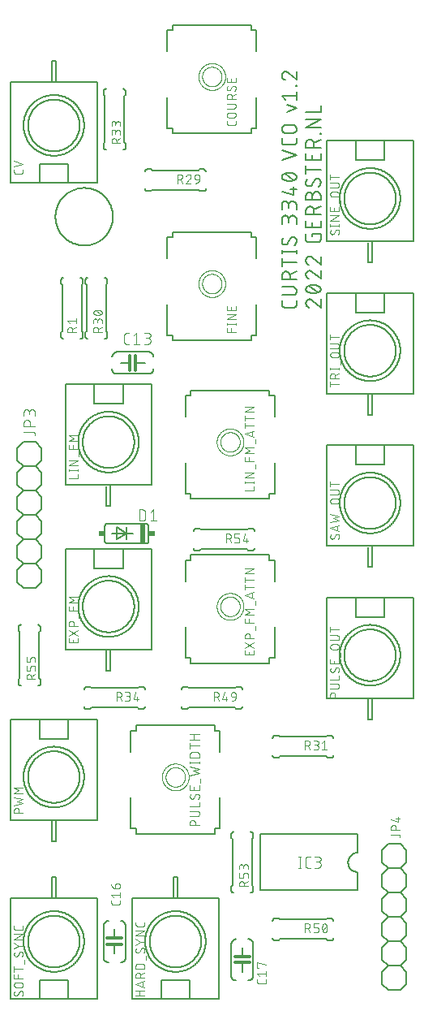
<source format=gto>
G04 EAGLE Gerber RS-274X export*
G75*
%MOMM*%
%FSLAX34Y34*%
%LPD*%
%INSilkscreen Top*%
%IPPOS*%
%AMOC8*
5,1,8,0,0,1.08239X$1,22.5*%
G01*
%ADD10C,0.152400*%
%ADD11C,0.127000*%
%ADD12C,0.304800*%
%ADD13C,0.101600*%
%ADD14C,0.076200*%
%ADD15C,0.050800*%
%ADD16C,0.203200*%
%ADD17R,0.508000X2.032000*%
%ADD18R,0.635000X0.508000*%


D10*
X52578Y819150D02*
X52587Y819886D01*
X52614Y820621D01*
X52659Y821355D01*
X52722Y822088D01*
X52803Y822819D01*
X52902Y823548D01*
X53019Y824274D01*
X53154Y824997D01*
X53306Y825717D01*
X53476Y826433D01*
X53664Y827144D01*
X53869Y827850D01*
X54091Y828552D01*
X54330Y829247D01*
X54586Y829937D01*
X54859Y830620D01*
X55149Y831296D01*
X55456Y831965D01*
X55778Y832626D01*
X56117Y833279D01*
X56472Y833923D01*
X56842Y834559D01*
X57228Y835185D01*
X57629Y835802D01*
X58045Y836408D01*
X58476Y837004D01*
X58922Y837590D01*
X59381Y838164D01*
X59855Y838727D01*
X60342Y839278D01*
X60843Y839817D01*
X61357Y840343D01*
X61883Y840857D01*
X62422Y841358D01*
X62973Y841845D01*
X63536Y842319D01*
X64110Y842778D01*
X64696Y843224D01*
X65292Y843655D01*
X65898Y844071D01*
X66515Y844472D01*
X67141Y844858D01*
X67777Y845228D01*
X68421Y845583D01*
X69074Y845922D01*
X69735Y846244D01*
X70404Y846551D01*
X71080Y846841D01*
X71763Y847114D01*
X72453Y847370D01*
X73148Y847609D01*
X73850Y847831D01*
X74556Y848036D01*
X75267Y848224D01*
X75983Y848394D01*
X76703Y848546D01*
X77426Y848681D01*
X78152Y848798D01*
X78881Y848897D01*
X79612Y848978D01*
X80345Y849041D01*
X81079Y849086D01*
X81814Y849113D01*
X82550Y849122D01*
X83286Y849113D01*
X84021Y849086D01*
X84755Y849041D01*
X85488Y848978D01*
X86219Y848897D01*
X86948Y848798D01*
X87674Y848681D01*
X88397Y848546D01*
X89117Y848394D01*
X89833Y848224D01*
X90544Y848036D01*
X91250Y847831D01*
X91952Y847609D01*
X92647Y847370D01*
X93337Y847114D01*
X94020Y846841D01*
X94696Y846551D01*
X95365Y846244D01*
X96026Y845922D01*
X96679Y845583D01*
X97323Y845228D01*
X97959Y844858D01*
X98585Y844472D01*
X99202Y844071D01*
X99808Y843655D01*
X100404Y843224D01*
X100990Y842778D01*
X101564Y842319D01*
X102127Y841845D01*
X102678Y841358D01*
X103217Y840857D01*
X103743Y840343D01*
X104257Y839817D01*
X104758Y839278D01*
X105245Y838727D01*
X105719Y838164D01*
X106178Y837590D01*
X106624Y837004D01*
X107055Y836408D01*
X107471Y835802D01*
X107872Y835185D01*
X108258Y834559D01*
X108628Y833923D01*
X108983Y833279D01*
X109322Y832626D01*
X109644Y831965D01*
X109951Y831296D01*
X110241Y830620D01*
X110514Y829937D01*
X110770Y829247D01*
X111009Y828552D01*
X111231Y827850D01*
X111436Y827144D01*
X111624Y826433D01*
X111794Y825717D01*
X111946Y824997D01*
X112081Y824274D01*
X112198Y823548D01*
X112297Y822819D01*
X112378Y822088D01*
X112441Y821355D01*
X112486Y820621D01*
X112513Y819886D01*
X112522Y819150D01*
X112513Y818414D01*
X112486Y817679D01*
X112441Y816945D01*
X112378Y816212D01*
X112297Y815481D01*
X112198Y814752D01*
X112081Y814026D01*
X111946Y813303D01*
X111794Y812583D01*
X111624Y811867D01*
X111436Y811156D01*
X111231Y810450D01*
X111009Y809748D01*
X110770Y809053D01*
X110514Y808363D01*
X110241Y807680D01*
X109951Y807004D01*
X109644Y806335D01*
X109322Y805674D01*
X108983Y805021D01*
X108628Y804377D01*
X108258Y803741D01*
X107872Y803115D01*
X107471Y802498D01*
X107055Y801892D01*
X106624Y801296D01*
X106178Y800710D01*
X105719Y800136D01*
X105245Y799573D01*
X104758Y799022D01*
X104257Y798483D01*
X103743Y797957D01*
X103217Y797443D01*
X102678Y796942D01*
X102127Y796455D01*
X101564Y795981D01*
X100990Y795522D01*
X100404Y795076D01*
X99808Y794645D01*
X99202Y794229D01*
X98585Y793828D01*
X97959Y793442D01*
X97323Y793072D01*
X96679Y792717D01*
X96026Y792378D01*
X95365Y792056D01*
X94696Y791749D01*
X94020Y791459D01*
X93337Y791186D01*
X92647Y790930D01*
X91952Y790691D01*
X91250Y790469D01*
X90544Y790264D01*
X89833Y790076D01*
X89117Y789906D01*
X88397Y789754D01*
X87674Y789619D01*
X86948Y789502D01*
X86219Y789403D01*
X85488Y789322D01*
X84755Y789259D01*
X84021Y789214D01*
X83286Y789187D01*
X82550Y789178D01*
X81814Y789187D01*
X81079Y789214D01*
X80345Y789259D01*
X79612Y789322D01*
X78881Y789403D01*
X78152Y789502D01*
X77426Y789619D01*
X76703Y789754D01*
X75983Y789906D01*
X75267Y790076D01*
X74556Y790264D01*
X73850Y790469D01*
X73148Y790691D01*
X72453Y790930D01*
X71763Y791186D01*
X71080Y791459D01*
X70404Y791749D01*
X69735Y792056D01*
X69074Y792378D01*
X68421Y792717D01*
X67777Y793072D01*
X67141Y793442D01*
X66515Y793828D01*
X65898Y794229D01*
X65292Y794645D01*
X64696Y795076D01*
X64110Y795522D01*
X63536Y795981D01*
X62973Y796455D01*
X62422Y796942D01*
X61883Y797443D01*
X61357Y797957D01*
X60843Y798483D01*
X60342Y799022D01*
X59855Y799573D01*
X59381Y800136D01*
X58922Y800710D01*
X58476Y801296D01*
X58045Y801892D01*
X57629Y802498D01*
X57228Y803115D01*
X56842Y803741D01*
X56472Y804377D01*
X56117Y805021D01*
X55778Y805674D01*
X55456Y806335D01*
X55149Y807004D01*
X54859Y807680D01*
X54586Y808363D01*
X54330Y809053D01*
X54091Y809748D01*
X53869Y810450D01*
X53664Y811156D01*
X53476Y811867D01*
X53306Y812583D01*
X53154Y813303D01*
X53019Y814026D01*
X52902Y814752D01*
X52803Y815481D01*
X52722Y816212D01*
X52659Y816945D01*
X52614Y817679D01*
X52587Y818414D01*
X52578Y819150D01*
D11*
X304419Y731421D02*
X304419Y727978D01*
X304417Y727863D01*
X304411Y727748D01*
X304402Y727633D01*
X304388Y727519D01*
X304371Y727405D01*
X304350Y727292D01*
X304325Y727180D01*
X304297Y727068D01*
X304264Y726958D01*
X304228Y726849D01*
X304189Y726741D01*
X304146Y726634D01*
X304099Y726529D01*
X304049Y726425D01*
X303995Y726323D01*
X303938Y726223D01*
X303878Y726125D01*
X303815Y726029D01*
X303748Y725936D01*
X303678Y725844D01*
X303605Y725755D01*
X303530Y725668D01*
X303451Y725584D01*
X303370Y725503D01*
X303286Y725425D01*
X303199Y725349D01*
X303110Y725276D01*
X303018Y725206D01*
X302925Y725139D01*
X302829Y725076D01*
X302731Y725016D01*
X302631Y724959D01*
X302529Y724905D01*
X302425Y724855D01*
X302320Y724808D01*
X302213Y724765D01*
X302105Y724726D01*
X301996Y724690D01*
X301886Y724657D01*
X301774Y724629D01*
X301662Y724604D01*
X301549Y724583D01*
X301435Y724566D01*
X301321Y724552D01*
X301206Y724543D01*
X301091Y724537D01*
X300976Y724535D01*
X292368Y724535D01*
X292253Y724537D01*
X292138Y724543D01*
X292023Y724552D01*
X291909Y724566D01*
X291795Y724583D01*
X291682Y724604D01*
X291570Y724629D01*
X291458Y724657D01*
X291348Y724690D01*
X291239Y724726D01*
X291131Y724765D01*
X291024Y724808D01*
X290919Y724855D01*
X290815Y724905D01*
X290713Y724959D01*
X290613Y725016D01*
X290515Y725076D01*
X290419Y725139D01*
X290326Y725206D01*
X290234Y725276D01*
X290145Y725349D01*
X290058Y725424D01*
X289974Y725503D01*
X289893Y725584D01*
X289815Y725668D01*
X289739Y725755D01*
X289666Y725844D01*
X289596Y725936D01*
X289529Y726029D01*
X289466Y726125D01*
X289406Y726223D01*
X289349Y726323D01*
X289295Y726425D01*
X289245Y726529D01*
X289198Y726634D01*
X289155Y726741D01*
X289116Y726849D01*
X289080Y726958D01*
X289047Y727068D01*
X289019Y727180D01*
X288994Y727292D01*
X288973Y727405D01*
X288956Y727519D01*
X288942Y727633D01*
X288933Y727748D01*
X288927Y727863D01*
X288925Y727978D01*
X288925Y731421D01*
X288925Y737456D02*
X300115Y737456D01*
X300245Y737458D01*
X300375Y737464D01*
X300505Y737474D01*
X300634Y737487D01*
X300763Y737505D01*
X300891Y737526D01*
X301018Y737552D01*
X301145Y737581D01*
X301271Y737614D01*
X301395Y737651D01*
X301519Y737691D01*
X301641Y737736D01*
X301762Y737784D01*
X301881Y737835D01*
X301999Y737890D01*
X302115Y737949D01*
X302229Y738011D01*
X302342Y738077D01*
X302452Y738146D01*
X302560Y738218D01*
X302666Y738293D01*
X302769Y738372D01*
X302870Y738454D01*
X302969Y738538D01*
X303065Y738626D01*
X303158Y738717D01*
X303249Y738810D01*
X303337Y738906D01*
X303421Y739005D01*
X303503Y739106D01*
X303582Y739209D01*
X303657Y739315D01*
X303729Y739423D01*
X303798Y739533D01*
X303864Y739646D01*
X303926Y739760D01*
X303985Y739876D01*
X304040Y739994D01*
X304091Y740113D01*
X304139Y740234D01*
X304184Y740356D01*
X304224Y740480D01*
X304261Y740604D01*
X304294Y740730D01*
X304323Y740857D01*
X304349Y740984D01*
X304370Y741112D01*
X304388Y741241D01*
X304401Y741370D01*
X304411Y741500D01*
X304417Y741630D01*
X304419Y741760D01*
X304417Y741890D01*
X304411Y742020D01*
X304401Y742150D01*
X304388Y742279D01*
X304370Y742408D01*
X304349Y742536D01*
X304323Y742663D01*
X304294Y742790D01*
X304261Y742916D01*
X304224Y743040D01*
X304184Y743164D01*
X304139Y743286D01*
X304091Y743407D01*
X304040Y743526D01*
X303985Y743644D01*
X303926Y743760D01*
X303864Y743874D01*
X303798Y743987D01*
X303729Y744097D01*
X303657Y744205D01*
X303582Y744311D01*
X303503Y744414D01*
X303421Y744515D01*
X303337Y744614D01*
X303249Y744710D01*
X303158Y744803D01*
X303065Y744894D01*
X302969Y744982D01*
X302870Y745066D01*
X302769Y745148D01*
X302666Y745227D01*
X302560Y745302D01*
X302452Y745374D01*
X302342Y745443D01*
X302229Y745509D01*
X302115Y745571D01*
X301999Y745630D01*
X301881Y745685D01*
X301762Y745736D01*
X301641Y745784D01*
X301519Y745829D01*
X301395Y745869D01*
X301271Y745906D01*
X301145Y745939D01*
X301018Y745968D01*
X300891Y745994D01*
X300763Y746015D01*
X300634Y746033D01*
X300505Y746046D01*
X300375Y746056D01*
X300245Y746062D01*
X300115Y746064D01*
X288925Y746064D01*
X288925Y753399D02*
X304419Y753399D01*
X288925Y753399D02*
X288925Y757702D01*
X288927Y757832D01*
X288933Y757962D01*
X288943Y758092D01*
X288956Y758221D01*
X288974Y758350D01*
X288995Y758478D01*
X289021Y758605D01*
X289050Y758732D01*
X289083Y758858D01*
X289120Y758982D01*
X289160Y759106D01*
X289205Y759228D01*
X289253Y759349D01*
X289304Y759468D01*
X289359Y759586D01*
X289418Y759702D01*
X289480Y759816D01*
X289546Y759929D01*
X289615Y760039D01*
X289687Y760147D01*
X289762Y760253D01*
X289841Y760356D01*
X289923Y760457D01*
X290007Y760556D01*
X290095Y760652D01*
X290186Y760745D01*
X290279Y760836D01*
X290375Y760924D01*
X290474Y761008D01*
X290575Y761090D01*
X290678Y761169D01*
X290784Y761244D01*
X290892Y761316D01*
X291002Y761385D01*
X291115Y761451D01*
X291229Y761513D01*
X291345Y761572D01*
X291463Y761627D01*
X291582Y761678D01*
X291703Y761726D01*
X291825Y761771D01*
X291949Y761811D01*
X292073Y761848D01*
X292199Y761881D01*
X292326Y761910D01*
X292453Y761936D01*
X292581Y761957D01*
X292710Y761975D01*
X292839Y761988D01*
X292969Y761998D01*
X293099Y762004D01*
X293229Y762006D01*
X293359Y762004D01*
X293489Y761998D01*
X293619Y761988D01*
X293748Y761975D01*
X293877Y761957D01*
X294005Y761936D01*
X294132Y761910D01*
X294259Y761881D01*
X294385Y761848D01*
X294509Y761811D01*
X294633Y761771D01*
X294755Y761726D01*
X294876Y761678D01*
X294995Y761627D01*
X295113Y761572D01*
X295229Y761513D01*
X295343Y761451D01*
X295456Y761385D01*
X295566Y761316D01*
X295674Y761244D01*
X295780Y761169D01*
X295883Y761090D01*
X295984Y761008D01*
X296083Y760924D01*
X296179Y760836D01*
X296272Y760745D01*
X296363Y760652D01*
X296451Y760556D01*
X296535Y760457D01*
X296617Y760356D01*
X296696Y760253D01*
X296771Y760147D01*
X296843Y760039D01*
X296912Y759929D01*
X296978Y759816D01*
X297040Y759702D01*
X297099Y759586D01*
X297154Y759468D01*
X297205Y759349D01*
X297253Y759228D01*
X297298Y759106D01*
X297338Y758982D01*
X297375Y758858D01*
X297408Y758732D01*
X297437Y758605D01*
X297463Y758478D01*
X297484Y758350D01*
X297502Y758221D01*
X297515Y758092D01*
X297525Y757962D01*
X297531Y757832D01*
X297533Y757702D01*
X297533Y753399D01*
X297533Y758563D02*
X304419Y762006D01*
X304419Y771492D02*
X288925Y771492D01*
X288925Y767188D02*
X288925Y775796D01*
X288925Y782393D02*
X304419Y782393D01*
X304419Y780672D02*
X304419Y784115D01*
X288925Y784115D02*
X288925Y780672D01*
X304419Y794651D02*
X304417Y794766D01*
X304411Y794881D01*
X304402Y794996D01*
X304388Y795110D01*
X304371Y795224D01*
X304350Y795337D01*
X304325Y795449D01*
X304297Y795561D01*
X304264Y795671D01*
X304228Y795780D01*
X304189Y795888D01*
X304146Y795995D01*
X304099Y796100D01*
X304049Y796204D01*
X303995Y796306D01*
X303938Y796406D01*
X303878Y796504D01*
X303815Y796600D01*
X303748Y796693D01*
X303678Y796785D01*
X303605Y796874D01*
X303530Y796961D01*
X303451Y797045D01*
X303370Y797126D01*
X303286Y797205D01*
X303199Y797280D01*
X303110Y797353D01*
X303018Y797423D01*
X302925Y797490D01*
X302829Y797553D01*
X302731Y797613D01*
X302631Y797670D01*
X302529Y797724D01*
X302425Y797774D01*
X302320Y797821D01*
X302213Y797864D01*
X302105Y797903D01*
X301996Y797939D01*
X301886Y797972D01*
X301774Y798000D01*
X301662Y798025D01*
X301549Y798046D01*
X301435Y798063D01*
X301321Y798077D01*
X301206Y798086D01*
X301091Y798092D01*
X300976Y798094D01*
X304419Y794651D02*
X304417Y794477D01*
X304411Y794303D01*
X304400Y794129D01*
X304386Y793956D01*
X304367Y793783D01*
X304344Y793610D01*
X304317Y793438D01*
X304286Y793267D01*
X304251Y793097D01*
X304212Y792927D01*
X304169Y792759D01*
X304121Y792591D01*
X304070Y792425D01*
X304015Y792260D01*
X303956Y792096D01*
X303892Y791934D01*
X303826Y791773D01*
X303755Y791614D01*
X303680Y791457D01*
X303602Y791301D01*
X303520Y791148D01*
X303434Y790996D01*
X303345Y790847D01*
X303252Y790700D01*
X303156Y790555D01*
X303056Y790412D01*
X302953Y790272D01*
X302847Y790134D01*
X302737Y789999D01*
X302624Y789867D01*
X302508Y789737D01*
X302389Y789610D01*
X302267Y789486D01*
X292368Y789917D02*
X292253Y789919D01*
X292138Y789925D01*
X292023Y789934D01*
X291909Y789948D01*
X291795Y789965D01*
X291682Y789986D01*
X291570Y790011D01*
X291458Y790039D01*
X291348Y790072D01*
X291239Y790108D01*
X291131Y790147D01*
X291024Y790190D01*
X290919Y790237D01*
X290815Y790287D01*
X290713Y790341D01*
X290613Y790398D01*
X290515Y790458D01*
X290419Y790521D01*
X290326Y790588D01*
X290234Y790658D01*
X290145Y790731D01*
X290058Y790806D01*
X289974Y790885D01*
X289893Y790966D01*
X289814Y791050D01*
X289739Y791137D01*
X289666Y791226D01*
X289596Y791318D01*
X289529Y791411D01*
X289466Y791507D01*
X289406Y791605D01*
X289349Y791705D01*
X289295Y791807D01*
X289245Y791911D01*
X289198Y792016D01*
X289155Y792123D01*
X289116Y792231D01*
X289080Y792340D01*
X289047Y792450D01*
X289019Y792562D01*
X288994Y792674D01*
X288973Y792787D01*
X288956Y792901D01*
X288942Y793015D01*
X288933Y793130D01*
X288927Y793245D01*
X288925Y793360D01*
X288927Y793520D01*
X288933Y793679D01*
X288943Y793839D01*
X288957Y793998D01*
X288974Y794157D01*
X288996Y794315D01*
X289022Y794473D01*
X289051Y794630D01*
X289085Y794786D01*
X289122Y794942D01*
X289163Y795096D01*
X289208Y795249D01*
X289256Y795402D01*
X289309Y795553D01*
X289365Y795702D01*
X289425Y795850D01*
X289488Y795997D01*
X289555Y796142D01*
X289626Y796285D01*
X289700Y796427D01*
X289778Y796567D01*
X289859Y796704D01*
X289943Y796840D01*
X290031Y796973D01*
X290122Y797105D01*
X290216Y797234D01*
X295381Y791639D02*
X295320Y791539D01*
X295255Y791441D01*
X295188Y791345D01*
X295117Y791252D01*
X295043Y791161D01*
X294966Y791073D01*
X294886Y790987D01*
X294803Y790904D01*
X294718Y790824D01*
X294630Y790747D01*
X294539Y790673D01*
X294446Y790602D01*
X294351Y790534D01*
X294253Y790469D01*
X294154Y790407D01*
X294052Y790349D01*
X293948Y790294D01*
X293843Y790243D01*
X293736Y790196D01*
X293627Y790152D01*
X293517Y790111D01*
X293406Y790075D01*
X293294Y790042D01*
X293180Y790013D01*
X293066Y789987D01*
X292951Y789966D01*
X292835Y789948D01*
X292719Y789935D01*
X292602Y789925D01*
X292485Y789919D01*
X292368Y789917D01*
X297963Y796372D02*
X298024Y796472D01*
X298089Y796570D01*
X298157Y796666D01*
X298227Y796759D01*
X298301Y796850D01*
X298378Y796938D01*
X298458Y797024D01*
X298541Y797107D01*
X298626Y797187D01*
X298714Y797264D01*
X298805Y797338D01*
X298898Y797410D01*
X298993Y797478D01*
X299091Y797542D01*
X299190Y797604D01*
X299292Y797662D01*
X299396Y797717D01*
X299501Y797768D01*
X299608Y797815D01*
X299717Y797859D01*
X299827Y797900D01*
X299938Y797936D01*
X300050Y797969D01*
X300164Y797998D01*
X300278Y798024D01*
X300393Y798045D01*
X300509Y798063D01*
X300625Y798076D01*
X300742Y798086D01*
X300859Y798092D01*
X300976Y798094D01*
X297963Y796373D02*
X295381Y791638D01*
X304419Y811785D02*
X304419Y816089D01*
X304417Y816219D01*
X304411Y816349D01*
X304401Y816479D01*
X304388Y816608D01*
X304370Y816737D01*
X304349Y816865D01*
X304323Y816992D01*
X304294Y817119D01*
X304261Y817245D01*
X304224Y817369D01*
X304184Y817493D01*
X304139Y817615D01*
X304091Y817736D01*
X304040Y817855D01*
X303985Y817973D01*
X303926Y818089D01*
X303864Y818203D01*
X303798Y818316D01*
X303729Y818426D01*
X303657Y818534D01*
X303582Y818640D01*
X303503Y818743D01*
X303421Y818844D01*
X303337Y818943D01*
X303249Y819039D01*
X303158Y819132D01*
X303065Y819223D01*
X302969Y819311D01*
X302870Y819395D01*
X302769Y819477D01*
X302666Y819556D01*
X302560Y819631D01*
X302452Y819703D01*
X302342Y819772D01*
X302229Y819838D01*
X302115Y819900D01*
X301999Y819959D01*
X301881Y820014D01*
X301762Y820065D01*
X301641Y820113D01*
X301519Y820158D01*
X301395Y820198D01*
X301271Y820235D01*
X301145Y820268D01*
X301018Y820297D01*
X300891Y820323D01*
X300763Y820344D01*
X300634Y820362D01*
X300505Y820375D01*
X300375Y820385D01*
X300245Y820391D01*
X300115Y820393D01*
X299985Y820391D01*
X299855Y820385D01*
X299725Y820375D01*
X299596Y820362D01*
X299467Y820344D01*
X299339Y820323D01*
X299212Y820297D01*
X299085Y820268D01*
X298959Y820235D01*
X298835Y820198D01*
X298711Y820158D01*
X298589Y820113D01*
X298468Y820065D01*
X298349Y820014D01*
X298231Y819959D01*
X298115Y819900D01*
X298001Y819838D01*
X297888Y819772D01*
X297778Y819703D01*
X297670Y819631D01*
X297564Y819556D01*
X297461Y819477D01*
X297360Y819395D01*
X297261Y819311D01*
X297165Y819223D01*
X297072Y819132D01*
X296981Y819039D01*
X296893Y818943D01*
X296809Y818844D01*
X296727Y818743D01*
X296648Y818640D01*
X296573Y818534D01*
X296501Y818426D01*
X296432Y818316D01*
X296366Y818203D01*
X296304Y818089D01*
X296245Y817973D01*
X296190Y817855D01*
X296139Y817736D01*
X296091Y817615D01*
X296046Y817493D01*
X296006Y817369D01*
X295969Y817245D01*
X295936Y817119D01*
X295907Y816992D01*
X295881Y816865D01*
X295860Y816737D01*
X295842Y816608D01*
X295829Y816479D01*
X295819Y816349D01*
X295813Y816219D01*
X295811Y816089D01*
X288925Y816950D02*
X288925Y811785D01*
X288925Y816950D02*
X288927Y817066D01*
X288933Y817182D01*
X288943Y817298D01*
X288956Y817414D01*
X288974Y817529D01*
X288995Y817643D01*
X289021Y817757D01*
X289050Y817869D01*
X289083Y817981D01*
X289120Y818091D01*
X289160Y818200D01*
X289204Y818308D01*
X289252Y818414D01*
X289303Y818518D01*
X289358Y818621D01*
X289416Y818722D01*
X289477Y818820D01*
X289542Y818917D01*
X289610Y819011D01*
X289681Y819103D01*
X289756Y819193D01*
X289833Y819280D01*
X289913Y819364D01*
X289996Y819445D01*
X290082Y819524D01*
X290170Y819600D01*
X290261Y819673D01*
X290354Y819742D01*
X290449Y819809D01*
X290547Y819872D01*
X290647Y819932D01*
X290748Y819988D01*
X290852Y820041D01*
X290957Y820091D01*
X291064Y820136D01*
X291172Y820179D01*
X291282Y820217D01*
X291393Y820252D01*
X291505Y820283D01*
X291618Y820310D01*
X291732Y820334D01*
X291847Y820353D01*
X291962Y820369D01*
X292078Y820381D01*
X292194Y820389D01*
X292310Y820393D01*
X292426Y820393D01*
X292542Y820389D01*
X292658Y820381D01*
X292774Y820369D01*
X292889Y820353D01*
X293004Y820334D01*
X293118Y820310D01*
X293231Y820283D01*
X293343Y820252D01*
X293454Y820217D01*
X293564Y820179D01*
X293672Y820136D01*
X293779Y820091D01*
X293884Y820041D01*
X293988Y819988D01*
X294090Y819932D01*
X294189Y819872D01*
X294287Y819809D01*
X294382Y819742D01*
X294475Y819673D01*
X294566Y819600D01*
X294654Y819524D01*
X294740Y819445D01*
X294823Y819364D01*
X294903Y819280D01*
X294980Y819193D01*
X295055Y819103D01*
X295126Y819011D01*
X295194Y818917D01*
X295259Y818820D01*
X295320Y818722D01*
X295378Y818621D01*
X295433Y818518D01*
X295484Y818414D01*
X295532Y818308D01*
X295576Y818200D01*
X295616Y818091D01*
X295653Y817981D01*
X295686Y817869D01*
X295715Y817757D01*
X295741Y817643D01*
X295762Y817529D01*
X295780Y817414D01*
X295793Y817298D01*
X295803Y817182D01*
X295809Y817066D01*
X295811Y816950D01*
X295811Y813507D01*
X304419Y826651D02*
X304419Y830955D01*
X304417Y831085D01*
X304411Y831215D01*
X304401Y831345D01*
X304388Y831474D01*
X304370Y831603D01*
X304349Y831731D01*
X304323Y831858D01*
X304294Y831985D01*
X304261Y832111D01*
X304224Y832235D01*
X304184Y832359D01*
X304139Y832481D01*
X304091Y832602D01*
X304040Y832721D01*
X303985Y832839D01*
X303926Y832955D01*
X303864Y833069D01*
X303798Y833182D01*
X303729Y833292D01*
X303657Y833400D01*
X303582Y833506D01*
X303503Y833609D01*
X303421Y833710D01*
X303337Y833809D01*
X303249Y833905D01*
X303158Y833998D01*
X303065Y834089D01*
X302969Y834177D01*
X302870Y834261D01*
X302769Y834343D01*
X302666Y834422D01*
X302560Y834497D01*
X302452Y834569D01*
X302342Y834638D01*
X302229Y834704D01*
X302115Y834766D01*
X301999Y834825D01*
X301881Y834880D01*
X301762Y834931D01*
X301641Y834979D01*
X301519Y835024D01*
X301395Y835064D01*
X301271Y835101D01*
X301145Y835134D01*
X301018Y835163D01*
X300891Y835189D01*
X300763Y835210D01*
X300634Y835228D01*
X300505Y835241D01*
X300375Y835251D01*
X300245Y835257D01*
X300115Y835259D01*
X299985Y835257D01*
X299855Y835251D01*
X299725Y835241D01*
X299596Y835228D01*
X299467Y835210D01*
X299339Y835189D01*
X299212Y835163D01*
X299085Y835134D01*
X298959Y835101D01*
X298835Y835064D01*
X298711Y835024D01*
X298589Y834979D01*
X298468Y834931D01*
X298349Y834880D01*
X298231Y834825D01*
X298115Y834766D01*
X298001Y834704D01*
X297888Y834638D01*
X297778Y834569D01*
X297670Y834497D01*
X297564Y834422D01*
X297461Y834343D01*
X297360Y834261D01*
X297261Y834177D01*
X297165Y834089D01*
X297072Y833998D01*
X296981Y833905D01*
X296893Y833809D01*
X296809Y833710D01*
X296727Y833609D01*
X296648Y833506D01*
X296573Y833400D01*
X296501Y833292D01*
X296432Y833182D01*
X296366Y833069D01*
X296304Y832955D01*
X296245Y832839D01*
X296190Y832721D01*
X296139Y832602D01*
X296091Y832481D01*
X296046Y832359D01*
X296006Y832235D01*
X295969Y832111D01*
X295936Y831985D01*
X295907Y831858D01*
X295881Y831731D01*
X295860Y831603D01*
X295842Y831474D01*
X295829Y831345D01*
X295819Y831215D01*
X295813Y831085D01*
X295811Y830955D01*
X288925Y831816D02*
X288925Y826651D01*
X288925Y831816D02*
X288927Y831932D01*
X288933Y832048D01*
X288943Y832164D01*
X288956Y832280D01*
X288974Y832395D01*
X288995Y832509D01*
X289021Y832623D01*
X289050Y832735D01*
X289083Y832847D01*
X289120Y832957D01*
X289160Y833066D01*
X289204Y833174D01*
X289252Y833280D01*
X289303Y833384D01*
X289358Y833487D01*
X289416Y833588D01*
X289477Y833686D01*
X289542Y833783D01*
X289610Y833877D01*
X289681Y833969D01*
X289756Y834059D01*
X289833Y834146D01*
X289913Y834230D01*
X289996Y834311D01*
X290082Y834390D01*
X290170Y834466D01*
X290261Y834539D01*
X290354Y834608D01*
X290449Y834675D01*
X290547Y834738D01*
X290647Y834798D01*
X290748Y834854D01*
X290852Y834907D01*
X290957Y834957D01*
X291064Y835002D01*
X291172Y835045D01*
X291282Y835083D01*
X291393Y835118D01*
X291505Y835149D01*
X291618Y835176D01*
X291732Y835200D01*
X291847Y835219D01*
X291962Y835235D01*
X292078Y835247D01*
X292194Y835255D01*
X292310Y835259D01*
X292426Y835259D01*
X292542Y835255D01*
X292658Y835247D01*
X292774Y835235D01*
X292889Y835219D01*
X293004Y835200D01*
X293118Y835176D01*
X293231Y835149D01*
X293343Y835118D01*
X293454Y835083D01*
X293564Y835045D01*
X293672Y835002D01*
X293779Y834957D01*
X293884Y834907D01*
X293988Y834854D01*
X294090Y834798D01*
X294189Y834738D01*
X294287Y834675D01*
X294382Y834608D01*
X294475Y834539D01*
X294566Y834466D01*
X294654Y834390D01*
X294740Y834311D01*
X294823Y834230D01*
X294903Y834146D01*
X294980Y834059D01*
X295055Y833969D01*
X295126Y833877D01*
X295194Y833783D01*
X295259Y833686D01*
X295320Y833588D01*
X295378Y833487D01*
X295433Y833384D01*
X295484Y833280D01*
X295532Y833174D01*
X295576Y833066D01*
X295616Y832957D01*
X295653Y832847D01*
X295686Y832735D01*
X295715Y832623D01*
X295741Y832509D01*
X295762Y832395D01*
X295780Y832280D01*
X295793Y832164D01*
X295803Y832048D01*
X295809Y831932D01*
X295811Y831816D01*
X295811Y828372D01*
X300976Y841517D02*
X288925Y844960D01*
X300976Y841517D02*
X300976Y850124D01*
X297533Y847542D02*
X304419Y847542D01*
X296672Y856383D02*
X296367Y856387D01*
X296063Y856398D01*
X295758Y856416D01*
X295455Y856441D01*
X295152Y856474D01*
X294849Y856514D01*
X294548Y856561D01*
X294248Y856615D01*
X293950Y856677D01*
X293653Y856745D01*
X293357Y856821D01*
X293064Y856903D01*
X292773Y856993D01*
X292484Y857090D01*
X292197Y857193D01*
X291913Y857303D01*
X291631Y857420D01*
X291353Y857544D01*
X291077Y857674D01*
X291077Y857673D02*
X290974Y857711D01*
X290872Y857751D01*
X290772Y857796D01*
X290673Y857844D01*
X290576Y857895D01*
X290481Y857949D01*
X290387Y858007D01*
X290296Y858068D01*
X290207Y858132D01*
X290120Y858199D01*
X290036Y858269D01*
X289953Y858342D01*
X289874Y858418D01*
X289797Y858496D01*
X289723Y858577D01*
X289652Y858661D01*
X289584Y858747D01*
X289518Y858835D01*
X289456Y858925D01*
X289397Y859018D01*
X289341Y859112D01*
X289288Y859208D01*
X289239Y859306D01*
X289193Y859406D01*
X289151Y859507D01*
X289112Y859610D01*
X289077Y859714D01*
X289045Y859819D01*
X289017Y859925D01*
X288993Y860032D01*
X288972Y860140D01*
X288955Y860248D01*
X288942Y860357D01*
X288933Y860467D01*
X288927Y860576D01*
X288925Y860686D01*
X288927Y860796D01*
X288933Y860905D01*
X288942Y861015D01*
X288955Y861124D01*
X288972Y861232D01*
X288993Y861340D01*
X289017Y861447D01*
X289045Y861553D01*
X289077Y861658D01*
X289112Y861762D01*
X289151Y861865D01*
X289193Y861966D01*
X289239Y862066D01*
X289288Y862164D01*
X289341Y862260D01*
X289397Y862354D01*
X289456Y862447D01*
X289518Y862537D01*
X289584Y862625D01*
X289652Y862711D01*
X289723Y862795D01*
X289797Y862876D01*
X289874Y862954D01*
X289954Y863030D01*
X290036Y863103D01*
X290120Y863173D01*
X290207Y863240D01*
X290296Y863304D01*
X290387Y863365D01*
X290481Y863423D01*
X290576Y863477D01*
X290673Y863528D01*
X290772Y863576D01*
X290872Y863621D01*
X290974Y863661D01*
X291077Y863699D01*
X291353Y863829D01*
X291631Y863953D01*
X291913Y864070D01*
X292197Y864180D01*
X292484Y864283D01*
X292773Y864380D01*
X293064Y864470D01*
X293357Y864552D01*
X293653Y864628D01*
X293950Y864696D01*
X294248Y864758D01*
X294548Y864812D01*
X294849Y864859D01*
X295152Y864899D01*
X295455Y864932D01*
X295758Y864957D01*
X296063Y864975D01*
X296367Y864986D01*
X296672Y864990D01*
X296672Y856383D02*
X296977Y856387D01*
X297281Y856398D01*
X297586Y856416D01*
X297889Y856441D01*
X298192Y856474D01*
X298495Y856514D01*
X298796Y856561D01*
X299096Y856615D01*
X299394Y856677D01*
X299691Y856745D01*
X299987Y856821D01*
X300280Y856903D01*
X300571Y856993D01*
X300860Y857090D01*
X301147Y857193D01*
X301431Y857303D01*
X301713Y857420D01*
X301991Y857544D01*
X302267Y857674D01*
X302267Y857673D02*
X302370Y857711D01*
X302472Y857751D01*
X302572Y857796D01*
X302671Y857844D01*
X302768Y857895D01*
X302863Y857949D01*
X302957Y858007D01*
X303048Y858068D01*
X303137Y858132D01*
X303224Y858199D01*
X303309Y858269D01*
X303391Y858342D01*
X303470Y858418D01*
X303547Y858496D01*
X303621Y858577D01*
X303692Y858661D01*
X303760Y858747D01*
X303826Y858835D01*
X303888Y858925D01*
X303947Y859018D01*
X304003Y859112D01*
X304056Y859208D01*
X304105Y859307D01*
X304151Y859406D01*
X304193Y859507D01*
X304232Y859610D01*
X304267Y859714D01*
X304299Y859819D01*
X304327Y859925D01*
X304351Y860032D01*
X304372Y860140D01*
X304389Y860248D01*
X304402Y860357D01*
X304411Y860467D01*
X304417Y860576D01*
X304419Y860686D01*
X302267Y863699D02*
X301991Y863829D01*
X301713Y863953D01*
X301431Y864070D01*
X301147Y864180D01*
X300860Y864283D01*
X300571Y864380D01*
X300280Y864470D01*
X299987Y864552D01*
X299691Y864628D01*
X299394Y864696D01*
X299096Y864758D01*
X298796Y864812D01*
X298495Y864859D01*
X298192Y864899D01*
X297889Y864932D01*
X297586Y864957D01*
X297281Y864975D01*
X296977Y864986D01*
X296672Y864990D01*
X302267Y863699D02*
X302370Y863661D01*
X302472Y863621D01*
X302572Y863576D01*
X302671Y863528D01*
X302768Y863477D01*
X302863Y863423D01*
X302957Y863365D01*
X303048Y863304D01*
X303137Y863240D01*
X303224Y863173D01*
X303308Y863103D01*
X303391Y863030D01*
X303470Y862954D01*
X303547Y862876D01*
X303621Y862795D01*
X303692Y862711D01*
X303760Y862625D01*
X303826Y862537D01*
X303888Y862447D01*
X303947Y862354D01*
X304003Y862260D01*
X304056Y862164D01*
X304105Y862066D01*
X304151Y861966D01*
X304193Y861865D01*
X304232Y861762D01*
X304267Y861658D01*
X304299Y861553D01*
X304327Y861447D01*
X304351Y861340D01*
X304372Y861232D01*
X304389Y861124D01*
X304402Y861015D01*
X304411Y860905D01*
X304417Y860796D01*
X304419Y860686D01*
X300976Y857243D02*
X292368Y864129D01*
X288925Y878316D02*
X304419Y883480D01*
X288925Y888645D01*
X304419Y897448D02*
X304419Y900891D01*
X304419Y897448D02*
X304417Y897333D01*
X304411Y897218D01*
X304402Y897103D01*
X304388Y896989D01*
X304371Y896875D01*
X304350Y896762D01*
X304325Y896650D01*
X304297Y896538D01*
X304264Y896428D01*
X304228Y896319D01*
X304189Y896211D01*
X304146Y896104D01*
X304099Y895999D01*
X304049Y895895D01*
X303995Y895793D01*
X303938Y895693D01*
X303878Y895595D01*
X303815Y895499D01*
X303748Y895406D01*
X303678Y895314D01*
X303605Y895225D01*
X303530Y895138D01*
X303451Y895054D01*
X303370Y894973D01*
X303286Y894895D01*
X303199Y894819D01*
X303110Y894746D01*
X303018Y894676D01*
X302925Y894609D01*
X302829Y894546D01*
X302731Y894486D01*
X302631Y894429D01*
X302529Y894375D01*
X302425Y894325D01*
X302320Y894278D01*
X302213Y894235D01*
X302105Y894196D01*
X301996Y894160D01*
X301886Y894127D01*
X301774Y894099D01*
X301662Y894074D01*
X301549Y894053D01*
X301435Y894036D01*
X301321Y894022D01*
X301206Y894013D01*
X301091Y894007D01*
X300976Y894005D01*
X292368Y894005D01*
X292253Y894007D01*
X292138Y894013D01*
X292023Y894022D01*
X291909Y894036D01*
X291795Y894053D01*
X291682Y894074D01*
X291570Y894099D01*
X291458Y894127D01*
X291348Y894160D01*
X291239Y894196D01*
X291131Y894235D01*
X291024Y894278D01*
X290919Y894325D01*
X290815Y894375D01*
X290713Y894429D01*
X290613Y894486D01*
X290515Y894546D01*
X290419Y894609D01*
X290326Y894676D01*
X290234Y894746D01*
X290145Y894819D01*
X290058Y894894D01*
X289974Y894973D01*
X289893Y895054D01*
X289815Y895138D01*
X289739Y895225D01*
X289666Y895314D01*
X289596Y895406D01*
X289529Y895499D01*
X289466Y895595D01*
X289406Y895693D01*
X289349Y895793D01*
X289295Y895895D01*
X289245Y895999D01*
X289198Y896104D01*
X289155Y896211D01*
X289116Y896319D01*
X289080Y896428D01*
X289047Y896538D01*
X289019Y896650D01*
X288994Y896762D01*
X288973Y896875D01*
X288956Y896989D01*
X288942Y897103D01*
X288933Y897218D01*
X288927Y897333D01*
X288925Y897448D01*
X288925Y900891D01*
X293229Y906430D02*
X300115Y906430D01*
X293229Y906430D02*
X293099Y906432D01*
X292969Y906438D01*
X292839Y906448D01*
X292710Y906461D01*
X292581Y906479D01*
X292453Y906500D01*
X292326Y906526D01*
X292199Y906555D01*
X292073Y906588D01*
X291949Y906625D01*
X291825Y906665D01*
X291703Y906710D01*
X291582Y906758D01*
X291463Y906809D01*
X291345Y906864D01*
X291229Y906923D01*
X291115Y906985D01*
X291002Y907051D01*
X290892Y907120D01*
X290784Y907192D01*
X290678Y907267D01*
X290575Y907346D01*
X290474Y907428D01*
X290375Y907512D01*
X290279Y907600D01*
X290186Y907691D01*
X290095Y907784D01*
X290007Y907880D01*
X289923Y907979D01*
X289841Y908080D01*
X289762Y908183D01*
X289687Y908289D01*
X289615Y908397D01*
X289546Y908507D01*
X289480Y908620D01*
X289418Y908734D01*
X289359Y908850D01*
X289304Y908968D01*
X289253Y909087D01*
X289205Y909208D01*
X289160Y909330D01*
X289120Y909454D01*
X289083Y909578D01*
X289050Y909704D01*
X289021Y909831D01*
X288995Y909958D01*
X288974Y910086D01*
X288956Y910215D01*
X288943Y910344D01*
X288933Y910474D01*
X288927Y910604D01*
X288925Y910734D01*
X288927Y910864D01*
X288933Y910994D01*
X288943Y911124D01*
X288956Y911253D01*
X288974Y911382D01*
X288995Y911510D01*
X289021Y911637D01*
X289050Y911764D01*
X289083Y911890D01*
X289120Y912014D01*
X289160Y912138D01*
X289205Y912260D01*
X289253Y912381D01*
X289304Y912500D01*
X289359Y912618D01*
X289418Y912734D01*
X289480Y912848D01*
X289546Y912961D01*
X289615Y913071D01*
X289687Y913179D01*
X289762Y913285D01*
X289841Y913388D01*
X289923Y913489D01*
X290007Y913588D01*
X290095Y913684D01*
X290186Y913777D01*
X290279Y913868D01*
X290375Y913956D01*
X290474Y914040D01*
X290575Y914122D01*
X290678Y914201D01*
X290784Y914276D01*
X290892Y914348D01*
X291002Y914417D01*
X291115Y914483D01*
X291229Y914545D01*
X291345Y914604D01*
X291463Y914659D01*
X291582Y914710D01*
X291703Y914758D01*
X291825Y914803D01*
X291949Y914843D01*
X292073Y914880D01*
X292199Y914913D01*
X292326Y914942D01*
X292453Y914968D01*
X292581Y914989D01*
X292710Y915007D01*
X292839Y915020D01*
X292969Y915030D01*
X293099Y915036D01*
X293229Y915038D01*
X300115Y915038D01*
X300245Y915036D01*
X300375Y915030D01*
X300505Y915020D01*
X300634Y915007D01*
X300763Y914989D01*
X300891Y914968D01*
X301018Y914942D01*
X301145Y914913D01*
X301271Y914880D01*
X301395Y914843D01*
X301519Y914803D01*
X301641Y914758D01*
X301762Y914710D01*
X301881Y914659D01*
X301999Y914604D01*
X302115Y914545D01*
X302229Y914483D01*
X302342Y914417D01*
X302452Y914348D01*
X302560Y914276D01*
X302666Y914201D01*
X302769Y914122D01*
X302870Y914040D01*
X302969Y913956D01*
X303065Y913868D01*
X303158Y913777D01*
X303249Y913684D01*
X303337Y913588D01*
X303421Y913489D01*
X303503Y913388D01*
X303582Y913285D01*
X303657Y913179D01*
X303729Y913071D01*
X303798Y912961D01*
X303864Y912848D01*
X303926Y912734D01*
X303985Y912618D01*
X304040Y912500D01*
X304091Y912381D01*
X304139Y912260D01*
X304184Y912138D01*
X304224Y912014D01*
X304261Y911890D01*
X304294Y911764D01*
X304323Y911637D01*
X304349Y911510D01*
X304370Y911382D01*
X304388Y911253D01*
X304401Y911124D01*
X304411Y910994D01*
X304417Y910864D01*
X304419Y910734D01*
X304417Y910604D01*
X304411Y910474D01*
X304401Y910344D01*
X304388Y910215D01*
X304370Y910086D01*
X304349Y909958D01*
X304323Y909831D01*
X304294Y909704D01*
X304261Y909578D01*
X304224Y909454D01*
X304184Y909330D01*
X304139Y909208D01*
X304091Y909087D01*
X304040Y908968D01*
X303985Y908850D01*
X303926Y908734D01*
X303864Y908620D01*
X303798Y908507D01*
X303729Y908397D01*
X303657Y908289D01*
X303582Y908183D01*
X303503Y908080D01*
X303421Y907979D01*
X303337Y907880D01*
X303249Y907784D01*
X303158Y907691D01*
X303065Y907600D01*
X302969Y907512D01*
X302870Y907428D01*
X302769Y907346D01*
X302666Y907267D01*
X302560Y907192D01*
X302452Y907120D01*
X302342Y907051D01*
X302229Y906985D01*
X302115Y906923D01*
X301999Y906864D01*
X301881Y906809D01*
X301762Y906758D01*
X301641Y906710D01*
X301519Y906665D01*
X301395Y906625D01*
X301271Y906588D01*
X301145Y906555D01*
X301018Y906526D01*
X300891Y906500D01*
X300763Y906479D01*
X300634Y906461D01*
X300505Y906448D01*
X300375Y906438D01*
X300245Y906432D01*
X300115Y906430D01*
X294090Y928599D02*
X304419Y932042D01*
X294090Y935485D01*
X292368Y941117D02*
X288925Y945421D01*
X304419Y945421D01*
X304419Y941117D02*
X304419Y949725D01*
X304419Y955397D02*
X303558Y955397D01*
X303558Y956258D01*
X304419Y956258D01*
X304419Y955397D01*
X292799Y970538D02*
X292677Y970536D01*
X292556Y970530D01*
X292434Y970521D01*
X292313Y970507D01*
X292193Y970490D01*
X292073Y970469D01*
X291954Y970445D01*
X291836Y970416D01*
X291718Y970384D01*
X291602Y970348D01*
X291487Y970309D01*
X291373Y970266D01*
X291260Y970219D01*
X291150Y970169D01*
X291040Y970116D01*
X290933Y970059D01*
X290827Y969999D01*
X290723Y969935D01*
X290621Y969868D01*
X290522Y969798D01*
X290425Y969725D01*
X290330Y969649D01*
X290237Y969570D01*
X290147Y969488D01*
X290060Y969403D01*
X289975Y969316D01*
X289893Y969226D01*
X289814Y969133D01*
X289738Y969038D01*
X289665Y968941D01*
X289595Y968842D01*
X289528Y968740D01*
X289464Y968636D01*
X289404Y968530D01*
X289347Y968423D01*
X289294Y968313D01*
X289244Y968203D01*
X289197Y968090D01*
X289154Y967976D01*
X289115Y967861D01*
X289079Y967745D01*
X289047Y967627D01*
X289018Y967509D01*
X288994Y967390D01*
X288973Y967270D01*
X288956Y967150D01*
X288942Y967029D01*
X288933Y966907D01*
X288927Y966786D01*
X288925Y966664D01*
X288927Y966525D01*
X288933Y966386D01*
X288942Y966247D01*
X288956Y966109D01*
X288974Y965971D01*
X288995Y965834D01*
X289020Y965697D01*
X289049Y965561D01*
X289082Y965426D01*
X289118Y965291D01*
X289158Y965158D01*
X289202Y965026D01*
X289250Y964896D01*
X289301Y964766D01*
X289356Y964639D01*
X289414Y964512D01*
X289476Y964388D01*
X289541Y964265D01*
X289610Y964144D01*
X289682Y964025D01*
X289758Y963908D01*
X289836Y963794D01*
X289918Y963681D01*
X290003Y963571D01*
X290091Y963463D01*
X290182Y963358D01*
X290276Y963256D01*
X290372Y963156D01*
X290472Y963058D01*
X290574Y962964D01*
X290678Y962872D01*
X290786Y962784D01*
X290895Y962698D01*
X291007Y962616D01*
X291122Y962537D01*
X291238Y962461D01*
X291356Y962388D01*
X291477Y962318D01*
X291599Y962252D01*
X291724Y962190D01*
X291849Y962131D01*
X291977Y962075D01*
X292106Y962023D01*
X292236Y961975D01*
X292368Y961930D01*
X295812Y969247D02*
X295725Y969336D01*
X295635Y969422D01*
X295542Y969506D01*
X295447Y969587D01*
X295350Y969665D01*
X295250Y969740D01*
X295148Y969812D01*
X295044Y969881D01*
X294938Y969946D01*
X294830Y970009D01*
X294720Y970068D01*
X294608Y970124D01*
X294495Y970177D01*
X294381Y970226D01*
X294264Y970271D01*
X294147Y970314D01*
X294028Y970352D01*
X293909Y970387D01*
X293788Y970419D01*
X293666Y970447D01*
X293544Y970471D01*
X293421Y970491D01*
X293297Y970508D01*
X293173Y970521D01*
X293048Y970531D01*
X292924Y970536D01*
X292799Y970538D01*
X295811Y969246D02*
X304419Y961929D01*
X304419Y970537D01*
X317945Y733143D02*
X317823Y733141D01*
X317702Y733135D01*
X317580Y733126D01*
X317459Y733112D01*
X317339Y733095D01*
X317219Y733074D01*
X317100Y733050D01*
X316982Y733021D01*
X316864Y732989D01*
X316748Y732953D01*
X316633Y732914D01*
X316519Y732871D01*
X316406Y732824D01*
X316296Y732774D01*
X316186Y732721D01*
X316079Y732664D01*
X315973Y732604D01*
X315869Y732540D01*
X315767Y732473D01*
X315668Y732403D01*
X315571Y732330D01*
X315476Y732254D01*
X315383Y732175D01*
X315293Y732093D01*
X315206Y732008D01*
X315121Y731921D01*
X315039Y731831D01*
X314960Y731738D01*
X314884Y731643D01*
X314811Y731546D01*
X314741Y731447D01*
X314674Y731345D01*
X314610Y731241D01*
X314550Y731135D01*
X314493Y731028D01*
X314440Y730918D01*
X314390Y730808D01*
X314343Y730695D01*
X314300Y730581D01*
X314261Y730466D01*
X314225Y730350D01*
X314193Y730232D01*
X314164Y730114D01*
X314140Y729995D01*
X314119Y729875D01*
X314102Y729755D01*
X314088Y729634D01*
X314079Y729512D01*
X314073Y729391D01*
X314071Y729269D01*
X314073Y729130D01*
X314079Y728991D01*
X314088Y728852D01*
X314102Y728714D01*
X314120Y728576D01*
X314141Y728439D01*
X314166Y728302D01*
X314195Y728166D01*
X314228Y728031D01*
X314264Y727896D01*
X314304Y727763D01*
X314348Y727631D01*
X314396Y727501D01*
X314447Y727371D01*
X314502Y727244D01*
X314560Y727117D01*
X314622Y726993D01*
X314687Y726870D01*
X314756Y726749D01*
X314828Y726630D01*
X314904Y726513D01*
X314982Y726399D01*
X315064Y726286D01*
X315149Y726176D01*
X315237Y726068D01*
X315328Y725963D01*
X315422Y725861D01*
X315518Y725761D01*
X315618Y725663D01*
X315720Y725569D01*
X315824Y725477D01*
X315932Y725389D01*
X316041Y725303D01*
X316153Y725221D01*
X316268Y725142D01*
X316384Y725066D01*
X316502Y724993D01*
X316623Y724923D01*
X316745Y724857D01*
X316870Y724795D01*
X316995Y724736D01*
X317123Y724680D01*
X317252Y724628D01*
X317382Y724580D01*
X317514Y724535D01*
X320958Y731852D02*
X320871Y731941D01*
X320781Y732027D01*
X320688Y732111D01*
X320593Y732192D01*
X320496Y732270D01*
X320396Y732345D01*
X320294Y732417D01*
X320190Y732486D01*
X320084Y732551D01*
X319976Y732614D01*
X319866Y732673D01*
X319754Y732729D01*
X319641Y732782D01*
X319527Y732831D01*
X319410Y732876D01*
X319293Y732919D01*
X319174Y732957D01*
X319055Y732992D01*
X318934Y733024D01*
X318812Y733052D01*
X318690Y733076D01*
X318567Y733096D01*
X318443Y733113D01*
X318319Y733126D01*
X318194Y733136D01*
X318070Y733141D01*
X317945Y733143D01*
X320957Y731852D02*
X329565Y724535D01*
X329565Y733143D01*
X321818Y739401D02*
X321513Y739405D01*
X321209Y739416D01*
X320904Y739434D01*
X320601Y739459D01*
X320298Y739492D01*
X319995Y739532D01*
X319694Y739579D01*
X319394Y739633D01*
X319096Y739695D01*
X318799Y739763D01*
X318503Y739839D01*
X318210Y739921D01*
X317919Y740011D01*
X317630Y740108D01*
X317343Y740211D01*
X317059Y740321D01*
X316777Y740438D01*
X316499Y740562D01*
X316223Y740692D01*
X316120Y740730D01*
X316018Y740770D01*
X315918Y740815D01*
X315819Y740863D01*
X315722Y740914D01*
X315627Y740968D01*
X315533Y741026D01*
X315442Y741087D01*
X315353Y741151D01*
X315266Y741218D01*
X315182Y741288D01*
X315099Y741361D01*
X315020Y741437D01*
X314943Y741515D01*
X314869Y741596D01*
X314798Y741680D01*
X314730Y741766D01*
X314664Y741854D01*
X314602Y741944D01*
X314543Y742037D01*
X314487Y742131D01*
X314434Y742227D01*
X314385Y742325D01*
X314339Y742425D01*
X314297Y742526D01*
X314258Y742629D01*
X314223Y742733D01*
X314191Y742838D01*
X314163Y742944D01*
X314139Y743051D01*
X314118Y743159D01*
X314101Y743267D01*
X314088Y743376D01*
X314079Y743486D01*
X314073Y743595D01*
X314071Y743705D01*
X314073Y743815D01*
X314079Y743924D01*
X314088Y744034D01*
X314101Y744143D01*
X314118Y744251D01*
X314139Y744359D01*
X314163Y744466D01*
X314191Y744572D01*
X314223Y744677D01*
X314258Y744781D01*
X314297Y744884D01*
X314339Y744985D01*
X314385Y745085D01*
X314434Y745183D01*
X314487Y745279D01*
X314543Y745373D01*
X314602Y745466D01*
X314664Y745556D01*
X314730Y745644D01*
X314798Y745730D01*
X314869Y745814D01*
X314943Y745895D01*
X315020Y745973D01*
X315100Y746049D01*
X315182Y746122D01*
X315266Y746192D01*
X315353Y746259D01*
X315442Y746323D01*
X315533Y746384D01*
X315627Y746442D01*
X315722Y746496D01*
X315819Y746547D01*
X315918Y746595D01*
X316018Y746640D01*
X316120Y746680D01*
X316223Y746718D01*
X316223Y746717D02*
X316499Y746847D01*
X316777Y746971D01*
X317059Y747088D01*
X317343Y747198D01*
X317630Y747301D01*
X317919Y747398D01*
X318210Y747488D01*
X318503Y747570D01*
X318799Y747646D01*
X319096Y747714D01*
X319394Y747776D01*
X319694Y747830D01*
X319995Y747877D01*
X320298Y747917D01*
X320601Y747950D01*
X320904Y747975D01*
X321209Y747993D01*
X321513Y748004D01*
X321818Y748008D01*
X321818Y739401D02*
X322123Y739405D01*
X322427Y739416D01*
X322732Y739434D01*
X323035Y739459D01*
X323338Y739492D01*
X323641Y739532D01*
X323942Y739579D01*
X324242Y739633D01*
X324540Y739695D01*
X324837Y739763D01*
X325133Y739839D01*
X325426Y739921D01*
X325717Y740011D01*
X326006Y740108D01*
X326293Y740211D01*
X326577Y740321D01*
X326859Y740438D01*
X327137Y740562D01*
X327413Y740692D01*
X327516Y740730D01*
X327618Y740770D01*
X327718Y740815D01*
X327817Y740863D01*
X327914Y740914D01*
X328009Y740968D01*
X328103Y741026D01*
X328194Y741087D01*
X328283Y741151D01*
X328370Y741218D01*
X328455Y741288D01*
X328537Y741361D01*
X328616Y741437D01*
X328693Y741515D01*
X328767Y741596D01*
X328838Y741680D01*
X328906Y741766D01*
X328972Y741854D01*
X329034Y741944D01*
X329093Y742037D01*
X329149Y742131D01*
X329202Y742227D01*
X329251Y742326D01*
X329297Y742425D01*
X329339Y742526D01*
X329378Y742629D01*
X329413Y742733D01*
X329445Y742838D01*
X329473Y742944D01*
X329497Y743051D01*
X329518Y743159D01*
X329535Y743267D01*
X329548Y743376D01*
X329557Y743486D01*
X329563Y743595D01*
X329565Y743705D01*
X327413Y746717D02*
X327137Y746847D01*
X326859Y746971D01*
X326577Y747088D01*
X326293Y747198D01*
X326006Y747301D01*
X325717Y747398D01*
X325426Y747488D01*
X325133Y747570D01*
X324837Y747646D01*
X324540Y747714D01*
X324242Y747776D01*
X323942Y747830D01*
X323641Y747877D01*
X323338Y747917D01*
X323035Y747950D01*
X322732Y747975D01*
X322427Y747993D01*
X322123Y748004D01*
X321818Y748008D01*
X327413Y746718D02*
X327516Y746680D01*
X327618Y746640D01*
X327718Y746595D01*
X327817Y746547D01*
X327914Y746496D01*
X328009Y746442D01*
X328103Y746384D01*
X328194Y746323D01*
X328283Y746259D01*
X328370Y746192D01*
X328454Y746122D01*
X328537Y746049D01*
X328616Y745973D01*
X328693Y745895D01*
X328767Y745814D01*
X328838Y745730D01*
X328906Y745644D01*
X328972Y745556D01*
X329034Y745466D01*
X329093Y745373D01*
X329149Y745279D01*
X329202Y745183D01*
X329251Y745085D01*
X329297Y744985D01*
X329339Y744884D01*
X329378Y744781D01*
X329413Y744677D01*
X329445Y744572D01*
X329473Y744466D01*
X329497Y744359D01*
X329518Y744251D01*
X329535Y744143D01*
X329548Y744034D01*
X329557Y743924D01*
X329563Y743815D01*
X329565Y743705D01*
X326122Y740262D02*
X317514Y747148D01*
X314071Y759001D02*
X314073Y759123D01*
X314079Y759244D01*
X314088Y759366D01*
X314102Y759487D01*
X314119Y759607D01*
X314140Y759727D01*
X314164Y759846D01*
X314193Y759964D01*
X314225Y760082D01*
X314261Y760198D01*
X314300Y760313D01*
X314343Y760427D01*
X314390Y760540D01*
X314440Y760650D01*
X314493Y760760D01*
X314550Y760867D01*
X314610Y760973D01*
X314674Y761077D01*
X314741Y761179D01*
X314811Y761278D01*
X314884Y761375D01*
X314960Y761470D01*
X315039Y761563D01*
X315121Y761653D01*
X315206Y761740D01*
X315293Y761825D01*
X315383Y761907D01*
X315476Y761986D01*
X315571Y762062D01*
X315668Y762135D01*
X315767Y762205D01*
X315869Y762272D01*
X315973Y762336D01*
X316079Y762396D01*
X316186Y762453D01*
X316296Y762506D01*
X316406Y762556D01*
X316519Y762603D01*
X316633Y762646D01*
X316748Y762685D01*
X316864Y762721D01*
X316982Y762753D01*
X317100Y762782D01*
X317219Y762806D01*
X317339Y762827D01*
X317459Y762844D01*
X317580Y762858D01*
X317702Y762867D01*
X317823Y762873D01*
X317945Y762875D01*
X314071Y759001D02*
X314073Y758862D01*
X314079Y758723D01*
X314088Y758584D01*
X314102Y758446D01*
X314120Y758308D01*
X314141Y758171D01*
X314166Y758034D01*
X314195Y757898D01*
X314228Y757763D01*
X314264Y757628D01*
X314304Y757495D01*
X314348Y757363D01*
X314396Y757233D01*
X314447Y757103D01*
X314502Y756976D01*
X314560Y756849D01*
X314622Y756725D01*
X314687Y756602D01*
X314756Y756481D01*
X314828Y756362D01*
X314904Y756245D01*
X314982Y756131D01*
X315064Y756018D01*
X315149Y755908D01*
X315237Y755800D01*
X315328Y755695D01*
X315422Y755593D01*
X315518Y755493D01*
X315618Y755395D01*
X315720Y755301D01*
X315824Y755209D01*
X315932Y755121D01*
X316041Y755035D01*
X316153Y754953D01*
X316268Y754874D01*
X316384Y754798D01*
X316502Y754725D01*
X316623Y754655D01*
X316745Y754589D01*
X316870Y754527D01*
X316995Y754468D01*
X317123Y754412D01*
X317252Y754360D01*
X317382Y754312D01*
X317514Y754267D01*
X320958Y761584D02*
X320871Y761673D01*
X320781Y761759D01*
X320688Y761843D01*
X320593Y761924D01*
X320496Y762002D01*
X320396Y762077D01*
X320294Y762149D01*
X320190Y762218D01*
X320084Y762283D01*
X319976Y762346D01*
X319866Y762405D01*
X319754Y762461D01*
X319641Y762514D01*
X319527Y762563D01*
X319410Y762608D01*
X319293Y762651D01*
X319174Y762689D01*
X319055Y762724D01*
X318934Y762756D01*
X318812Y762784D01*
X318690Y762808D01*
X318567Y762828D01*
X318443Y762845D01*
X318319Y762858D01*
X318194Y762868D01*
X318070Y762873D01*
X317945Y762875D01*
X320957Y761583D02*
X329565Y754267D01*
X329565Y762874D01*
X317945Y777741D02*
X317823Y777739D01*
X317702Y777733D01*
X317580Y777724D01*
X317459Y777710D01*
X317339Y777693D01*
X317219Y777672D01*
X317100Y777648D01*
X316982Y777619D01*
X316864Y777587D01*
X316748Y777551D01*
X316633Y777512D01*
X316519Y777469D01*
X316406Y777422D01*
X316296Y777372D01*
X316186Y777319D01*
X316079Y777262D01*
X315973Y777202D01*
X315869Y777138D01*
X315767Y777071D01*
X315668Y777001D01*
X315571Y776928D01*
X315476Y776852D01*
X315383Y776773D01*
X315293Y776691D01*
X315206Y776606D01*
X315121Y776519D01*
X315039Y776429D01*
X314960Y776336D01*
X314884Y776241D01*
X314811Y776144D01*
X314741Y776045D01*
X314674Y775943D01*
X314610Y775839D01*
X314550Y775733D01*
X314493Y775626D01*
X314440Y775516D01*
X314390Y775406D01*
X314343Y775293D01*
X314300Y775179D01*
X314261Y775064D01*
X314225Y774948D01*
X314193Y774830D01*
X314164Y774712D01*
X314140Y774593D01*
X314119Y774473D01*
X314102Y774353D01*
X314088Y774232D01*
X314079Y774110D01*
X314073Y773989D01*
X314071Y773867D01*
X314073Y773728D01*
X314079Y773589D01*
X314088Y773450D01*
X314102Y773312D01*
X314120Y773174D01*
X314141Y773037D01*
X314166Y772900D01*
X314195Y772764D01*
X314228Y772629D01*
X314264Y772494D01*
X314304Y772361D01*
X314348Y772229D01*
X314396Y772099D01*
X314447Y771969D01*
X314502Y771842D01*
X314560Y771715D01*
X314622Y771591D01*
X314687Y771468D01*
X314756Y771347D01*
X314828Y771228D01*
X314904Y771111D01*
X314982Y770997D01*
X315064Y770884D01*
X315149Y770774D01*
X315237Y770666D01*
X315328Y770561D01*
X315422Y770459D01*
X315518Y770359D01*
X315618Y770261D01*
X315720Y770167D01*
X315824Y770075D01*
X315932Y769987D01*
X316041Y769901D01*
X316153Y769819D01*
X316268Y769740D01*
X316384Y769664D01*
X316502Y769591D01*
X316623Y769521D01*
X316745Y769455D01*
X316870Y769393D01*
X316995Y769334D01*
X317123Y769278D01*
X317252Y769226D01*
X317382Y769178D01*
X317514Y769133D01*
X320958Y776449D02*
X320871Y776538D01*
X320781Y776624D01*
X320688Y776708D01*
X320593Y776789D01*
X320496Y776867D01*
X320396Y776942D01*
X320294Y777014D01*
X320190Y777083D01*
X320084Y777148D01*
X319976Y777211D01*
X319866Y777270D01*
X319754Y777326D01*
X319641Y777379D01*
X319527Y777428D01*
X319410Y777473D01*
X319293Y777516D01*
X319174Y777554D01*
X319055Y777589D01*
X318934Y777621D01*
X318812Y777649D01*
X318690Y777673D01*
X318567Y777693D01*
X318443Y777710D01*
X318319Y777723D01*
X318194Y777733D01*
X318070Y777738D01*
X317945Y777740D01*
X320957Y776449D02*
X329565Y769132D01*
X329565Y777740D01*
X320957Y798447D02*
X320957Y801030D01*
X329565Y801030D01*
X329565Y795865D01*
X329563Y795750D01*
X329557Y795635D01*
X329548Y795520D01*
X329534Y795406D01*
X329517Y795292D01*
X329496Y795179D01*
X329471Y795067D01*
X329443Y794955D01*
X329410Y794845D01*
X329374Y794736D01*
X329335Y794628D01*
X329292Y794521D01*
X329245Y794416D01*
X329195Y794312D01*
X329141Y794210D01*
X329084Y794110D01*
X329024Y794012D01*
X328961Y793916D01*
X328894Y793823D01*
X328824Y793731D01*
X328751Y793642D01*
X328676Y793555D01*
X328597Y793471D01*
X328516Y793390D01*
X328432Y793312D01*
X328345Y793236D01*
X328256Y793163D01*
X328164Y793093D01*
X328071Y793026D01*
X327975Y792963D01*
X327877Y792903D01*
X327777Y792846D01*
X327675Y792792D01*
X327571Y792742D01*
X327466Y792695D01*
X327359Y792652D01*
X327251Y792613D01*
X327142Y792577D01*
X327032Y792544D01*
X326920Y792516D01*
X326808Y792491D01*
X326695Y792470D01*
X326581Y792453D01*
X326467Y792439D01*
X326352Y792430D01*
X326237Y792424D01*
X326122Y792422D01*
X317514Y792422D01*
X317399Y792424D01*
X317284Y792430D01*
X317169Y792439D01*
X317055Y792453D01*
X316941Y792470D01*
X316828Y792491D01*
X316716Y792516D01*
X316604Y792544D01*
X316494Y792577D01*
X316385Y792613D01*
X316277Y792652D01*
X316170Y792695D01*
X316065Y792742D01*
X315961Y792792D01*
X315859Y792846D01*
X315759Y792903D01*
X315661Y792963D01*
X315565Y793026D01*
X315472Y793093D01*
X315380Y793163D01*
X315291Y793236D01*
X315204Y793311D01*
X315120Y793390D01*
X315039Y793471D01*
X314961Y793555D01*
X314885Y793642D01*
X314812Y793731D01*
X314742Y793823D01*
X314675Y793916D01*
X314612Y794012D01*
X314552Y794110D01*
X314495Y794210D01*
X314441Y794312D01*
X314391Y794416D01*
X314344Y794521D01*
X314301Y794628D01*
X314262Y794736D01*
X314226Y794845D01*
X314193Y794955D01*
X314165Y795067D01*
X314140Y795179D01*
X314119Y795292D01*
X314102Y795406D01*
X314088Y795520D01*
X314079Y795635D01*
X314073Y795750D01*
X314071Y795865D01*
X314071Y801030D01*
X329565Y808306D02*
X329565Y815192D01*
X329565Y808306D02*
X314071Y808306D01*
X314071Y815192D01*
X320957Y813471D02*
X320957Y808306D01*
X314071Y821248D02*
X329565Y821248D01*
X314071Y821248D02*
X314071Y825552D01*
X314073Y825682D01*
X314079Y825812D01*
X314089Y825942D01*
X314102Y826071D01*
X314120Y826200D01*
X314141Y826328D01*
X314167Y826455D01*
X314196Y826582D01*
X314229Y826708D01*
X314266Y826832D01*
X314306Y826956D01*
X314351Y827078D01*
X314399Y827199D01*
X314450Y827318D01*
X314505Y827436D01*
X314564Y827552D01*
X314626Y827666D01*
X314692Y827779D01*
X314761Y827889D01*
X314833Y827997D01*
X314908Y828103D01*
X314987Y828206D01*
X315069Y828307D01*
X315153Y828406D01*
X315241Y828502D01*
X315332Y828595D01*
X315425Y828686D01*
X315521Y828774D01*
X315620Y828858D01*
X315721Y828940D01*
X315824Y829019D01*
X315930Y829094D01*
X316038Y829166D01*
X316148Y829235D01*
X316261Y829301D01*
X316375Y829363D01*
X316491Y829422D01*
X316609Y829477D01*
X316728Y829528D01*
X316849Y829576D01*
X316971Y829621D01*
X317095Y829661D01*
X317219Y829698D01*
X317345Y829731D01*
X317472Y829760D01*
X317599Y829786D01*
X317727Y829807D01*
X317856Y829825D01*
X317985Y829838D01*
X318115Y829848D01*
X318245Y829854D01*
X318375Y829856D01*
X318505Y829854D01*
X318635Y829848D01*
X318765Y829838D01*
X318894Y829825D01*
X319023Y829807D01*
X319151Y829786D01*
X319278Y829760D01*
X319405Y829731D01*
X319531Y829698D01*
X319655Y829661D01*
X319779Y829621D01*
X319901Y829576D01*
X320022Y829528D01*
X320141Y829477D01*
X320259Y829422D01*
X320375Y829363D01*
X320489Y829301D01*
X320602Y829235D01*
X320712Y829166D01*
X320820Y829094D01*
X320926Y829019D01*
X321029Y828940D01*
X321130Y828858D01*
X321229Y828774D01*
X321325Y828686D01*
X321418Y828595D01*
X321509Y828502D01*
X321597Y828406D01*
X321681Y828307D01*
X321763Y828206D01*
X321842Y828103D01*
X321917Y827997D01*
X321989Y827889D01*
X322058Y827779D01*
X322124Y827666D01*
X322186Y827552D01*
X322245Y827436D01*
X322300Y827318D01*
X322351Y827199D01*
X322399Y827078D01*
X322444Y826956D01*
X322484Y826832D01*
X322521Y826708D01*
X322554Y826582D01*
X322583Y826455D01*
X322609Y826328D01*
X322630Y826200D01*
X322648Y826071D01*
X322661Y825942D01*
X322671Y825812D01*
X322677Y825682D01*
X322679Y825552D01*
X322679Y821248D01*
X322679Y826413D02*
X329565Y829856D01*
X320957Y836721D02*
X320957Y841025D01*
X320959Y841155D01*
X320965Y841285D01*
X320975Y841415D01*
X320988Y841544D01*
X321006Y841673D01*
X321027Y841801D01*
X321053Y841928D01*
X321082Y842055D01*
X321115Y842181D01*
X321152Y842305D01*
X321192Y842429D01*
X321237Y842551D01*
X321285Y842672D01*
X321336Y842791D01*
X321391Y842909D01*
X321450Y843025D01*
X321512Y843139D01*
X321578Y843252D01*
X321647Y843362D01*
X321719Y843470D01*
X321794Y843576D01*
X321873Y843679D01*
X321955Y843780D01*
X322039Y843879D01*
X322127Y843975D01*
X322218Y844068D01*
X322311Y844159D01*
X322407Y844247D01*
X322506Y844331D01*
X322607Y844413D01*
X322710Y844492D01*
X322816Y844567D01*
X322924Y844639D01*
X323034Y844708D01*
X323147Y844774D01*
X323261Y844836D01*
X323377Y844895D01*
X323495Y844950D01*
X323614Y845001D01*
X323735Y845049D01*
X323857Y845094D01*
X323981Y845134D01*
X324105Y845171D01*
X324231Y845204D01*
X324358Y845233D01*
X324485Y845259D01*
X324613Y845280D01*
X324742Y845298D01*
X324871Y845311D01*
X325001Y845321D01*
X325131Y845327D01*
X325261Y845329D01*
X325391Y845327D01*
X325521Y845321D01*
X325651Y845311D01*
X325780Y845298D01*
X325909Y845280D01*
X326037Y845259D01*
X326164Y845233D01*
X326291Y845204D01*
X326417Y845171D01*
X326541Y845134D01*
X326665Y845094D01*
X326787Y845049D01*
X326908Y845001D01*
X327027Y844950D01*
X327145Y844895D01*
X327261Y844836D01*
X327375Y844774D01*
X327488Y844708D01*
X327598Y844639D01*
X327706Y844567D01*
X327812Y844492D01*
X327915Y844413D01*
X328016Y844331D01*
X328115Y844247D01*
X328211Y844159D01*
X328304Y844068D01*
X328395Y843975D01*
X328483Y843879D01*
X328567Y843780D01*
X328649Y843679D01*
X328728Y843576D01*
X328803Y843470D01*
X328875Y843362D01*
X328944Y843252D01*
X329010Y843139D01*
X329072Y843025D01*
X329131Y842909D01*
X329186Y842791D01*
X329237Y842672D01*
X329285Y842551D01*
X329330Y842429D01*
X329370Y842305D01*
X329407Y842181D01*
X329440Y842055D01*
X329469Y841928D01*
X329495Y841801D01*
X329516Y841673D01*
X329534Y841544D01*
X329547Y841415D01*
X329557Y841285D01*
X329563Y841155D01*
X329565Y841025D01*
X329565Y836721D01*
X314071Y836721D01*
X314071Y841025D01*
X314073Y841141D01*
X314079Y841257D01*
X314089Y841373D01*
X314102Y841489D01*
X314120Y841604D01*
X314141Y841718D01*
X314167Y841832D01*
X314196Y841944D01*
X314229Y842056D01*
X314266Y842166D01*
X314306Y842275D01*
X314350Y842383D01*
X314398Y842489D01*
X314449Y842593D01*
X314504Y842696D01*
X314562Y842797D01*
X314623Y842895D01*
X314688Y842992D01*
X314756Y843086D01*
X314827Y843178D01*
X314902Y843268D01*
X314979Y843355D01*
X315059Y843439D01*
X315142Y843520D01*
X315228Y843599D01*
X315316Y843675D01*
X315407Y843748D01*
X315500Y843817D01*
X315595Y843884D01*
X315693Y843947D01*
X315793Y844007D01*
X315894Y844063D01*
X315998Y844116D01*
X316103Y844166D01*
X316210Y844211D01*
X316318Y844254D01*
X316428Y844292D01*
X316539Y844327D01*
X316651Y844358D01*
X316764Y844385D01*
X316878Y844409D01*
X316993Y844428D01*
X317108Y844444D01*
X317224Y844456D01*
X317340Y844464D01*
X317456Y844468D01*
X317572Y844468D01*
X317688Y844464D01*
X317804Y844456D01*
X317920Y844444D01*
X318035Y844428D01*
X318150Y844409D01*
X318264Y844385D01*
X318377Y844358D01*
X318489Y844327D01*
X318600Y844292D01*
X318710Y844254D01*
X318818Y844211D01*
X318925Y844166D01*
X319030Y844116D01*
X319134Y844063D01*
X319236Y844007D01*
X319335Y843947D01*
X319433Y843884D01*
X319528Y843817D01*
X319621Y843748D01*
X319712Y843675D01*
X319800Y843599D01*
X319886Y843520D01*
X319969Y843439D01*
X320049Y843355D01*
X320126Y843268D01*
X320201Y843178D01*
X320272Y843086D01*
X320340Y842992D01*
X320405Y842895D01*
X320466Y842797D01*
X320524Y842696D01*
X320579Y842593D01*
X320630Y842489D01*
X320678Y842383D01*
X320722Y842275D01*
X320762Y842166D01*
X320799Y842056D01*
X320832Y841944D01*
X320861Y841832D01*
X320887Y841718D01*
X320908Y841604D01*
X320926Y841489D01*
X320939Y841373D01*
X320949Y841257D01*
X320955Y841141D01*
X320957Y841025D01*
X329565Y855563D02*
X329563Y855678D01*
X329557Y855793D01*
X329548Y855908D01*
X329534Y856022D01*
X329517Y856136D01*
X329496Y856249D01*
X329471Y856361D01*
X329443Y856473D01*
X329410Y856583D01*
X329374Y856692D01*
X329335Y856800D01*
X329292Y856907D01*
X329245Y857012D01*
X329195Y857116D01*
X329141Y857218D01*
X329084Y857318D01*
X329024Y857416D01*
X328961Y857512D01*
X328894Y857605D01*
X328824Y857697D01*
X328751Y857786D01*
X328676Y857873D01*
X328597Y857957D01*
X328516Y858038D01*
X328432Y858117D01*
X328345Y858192D01*
X328256Y858265D01*
X328164Y858335D01*
X328071Y858402D01*
X327975Y858465D01*
X327877Y858525D01*
X327777Y858582D01*
X327675Y858636D01*
X327571Y858686D01*
X327466Y858733D01*
X327359Y858776D01*
X327251Y858815D01*
X327142Y858851D01*
X327032Y858884D01*
X326920Y858912D01*
X326808Y858937D01*
X326695Y858958D01*
X326581Y858975D01*
X326467Y858989D01*
X326352Y858998D01*
X326237Y859004D01*
X326122Y859006D01*
X329565Y855563D02*
X329563Y855389D01*
X329557Y855215D01*
X329546Y855041D01*
X329532Y854868D01*
X329513Y854695D01*
X329490Y854522D01*
X329463Y854350D01*
X329432Y854179D01*
X329397Y854009D01*
X329358Y853839D01*
X329315Y853671D01*
X329267Y853503D01*
X329216Y853337D01*
X329161Y853172D01*
X329102Y853008D01*
X329038Y852846D01*
X328972Y852685D01*
X328901Y852526D01*
X328826Y852369D01*
X328748Y852213D01*
X328666Y852060D01*
X328580Y851908D01*
X328491Y851759D01*
X328398Y851612D01*
X328302Y851467D01*
X328202Y851324D01*
X328099Y851184D01*
X327993Y851046D01*
X327883Y850911D01*
X327770Y850779D01*
X327654Y850649D01*
X327535Y850522D01*
X327413Y850398D01*
X317514Y850829D02*
X317399Y850831D01*
X317284Y850837D01*
X317169Y850846D01*
X317055Y850860D01*
X316941Y850877D01*
X316828Y850898D01*
X316716Y850923D01*
X316604Y850951D01*
X316494Y850984D01*
X316385Y851020D01*
X316277Y851059D01*
X316170Y851102D01*
X316065Y851149D01*
X315961Y851199D01*
X315859Y851253D01*
X315759Y851310D01*
X315661Y851370D01*
X315565Y851433D01*
X315472Y851500D01*
X315380Y851570D01*
X315291Y851643D01*
X315204Y851718D01*
X315120Y851797D01*
X315039Y851878D01*
X314960Y851962D01*
X314885Y852049D01*
X314812Y852138D01*
X314742Y852230D01*
X314675Y852323D01*
X314612Y852419D01*
X314552Y852517D01*
X314495Y852617D01*
X314441Y852719D01*
X314391Y852823D01*
X314344Y852928D01*
X314301Y853035D01*
X314262Y853143D01*
X314226Y853252D01*
X314193Y853362D01*
X314165Y853474D01*
X314140Y853586D01*
X314119Y853699D01*
X314102Y853813D01*
X314088Y853927D01*
X314079Y854042D01*
X314073Y854157D01*
X314071Y854272D01*
X314073Y854432D01*
X314079Y854591D01*
X314089Y854751D01*
X314103Y854910D01*
X314120Y855069D01*
X314142Y855227D01*
X314168Y855385D01*
X314197Y855542D01*
X314231Y855698D01*
X314268Y855854D01*
X314309Y856008D01*
X314354Y856161D01*
X314402Y856314D01*
X314455Y856465D01*
X314511Y856614D01*
X314571Y856762D01*
X314634Y856909D01*
X314701Y857054D01*
X314772Y857197D01*
X314846Y857339D01*
X314924Y857479D01*
X315005Y857616D01*
X315089Y857752D01*
X315177Y857885D01*
X315268Y858017D01*
X315362Y858146D01*
X320527Y852551D02*
X320466Y852451D01*
X320401Y852353D01*
X320334Y852257D01*
X320263Y852164D01*
X320189Y852073D01*
X320112Y851985D01*
X320032Y851899D01*
X319949Y851816D01*
X319864Y851736D01*
X319776Y851659D01*
X319685Y851585D01*
X319592Y851514D01*
X319497Y851446D01*
X319399Y851381D01*
X319300Y851319D01*
X319198Y851261D01*
X319094Y851206D01*
X318989Y851155D01*
X318882Y851108D01*
X318773Y851064D01*
X318663Y851023D01*
X318552Y850987D01*
X318440Y850954D01*
X318326Y850925D01*
X318212Y850899D01*
X318097Y850878D01*
X317981Y850860D01*
X317865Y850847D01*
X317748Y850837D01*
X317631Y850831D01*
X317514Y850829D01*
X323109Y857284D02*
X323170Y857384D01*
X323235Y857482D01*
X323303Y857578D01*
X323373Y857671D01*
X323447Y857762D01*
X323524Y857850D01*
X323604Y857936D01*
X323687Y858019D01*
X323772Y858099D01*
X323860Y858176D01*
X323951Y858250D01*
X324044Y858322D01*
X324139Y858390D01*
X324237Y858454D01*
X324336Y858516D01*
X324438Y858574D01*
X324542Y858629D01*
X324647Y858680D01*
X324754Y858727D01*
X324863Y858771D01*
X324973Y858812D01*
X325084Y858848D01*
X325196Y858881D01*
X325310Y858910D01*
X325424Y858936D01*
X325539Y858957D01*
X325655Y858975D01*
X325771Y858988D01*
X325888Y858998D01*
X326005Y859004D01*
X326122Y859006D01*
X323109Y857285D02*
X320527Y852550D01*
X314071Y868082D02*
X329565Y868082D01*
X314071Y863778D02*
X314071Y872385D01*
X329565Y878175D02*
X329565Y885061D01*
X329565Y878175D02*
X314071Y878175D01*
X314071Y885061D01*
X320957Y883340D02*
X320957Y878175D01*
X314071Y891117D02*
X329565Y891117D01*
X314071Y891117D02*
X314071Y895421D01*
X314073Y895551D01*
X314079Y895681D01*
X314089Y895811D01*
X314102Y895940D01*
X314120Y896069D01*
X314141Y896197D01*
X314167Y896324D01*
X314196Y896451D01*
X314229Y896577D01*
X314266Y896701D01*
X314306Y896825D01*
X314351Y896947D01*
X314399Y897068D01*
X314450Y897187D01*
X314505Y897305D01*
X314564Y897421D01*
X314626Y897535D01*
X314692Y897648D01*
X314761Y897758D01*
X314833Y897866D01*
X314908Y897972D01*
X314987Y898075D01*
X315069Y898176D01*
X315153Y898275D01*
X315241Y898371D01*
X315332Y898464D01*
X315425Y898555D01*
X315521Y898643D01*
X315620Y898727D01*
X315721Y898809D01*
X315824Y898888D01*
X315930Y898963D01*
X316038Y899035D01*
X316148Y899104D01*
X316261Y899170D01*
X316375Y899232D01*
X316491Y899291D01*
X316609Y899346D01*
X316728Y899397D01*
X316849Y899445D01*
X316971Y899490D01*
X317095Y899530D01*
X317219Y899567D01*
X317345Y899600D01*
X317472Y899629D01*
X317599Y899655D01*
X317727Y899676D01*
X317856Y899694D01*
X317985Y899707D01*
X318115Y899717D01*
X318245Y899723D01*
X318375Y899725D01*
X318505Y899723D01*
X318635Y899717D01*
X318765Y899707D01*
X318894Y899694D01*
X319023Y899676D01*
X319151Y899655D01*
X319278Y899629D01*
X319405Y899600D01*
X319531Y899567D01*
X319655Y899530D01*
X319779Y899490D01*
X319901Y899445D01*
X320022Y899397D01*
X320141Y899346D01*
X320259Y899291D01*
X320375Y899232D01*
X320489Y899170D01*
X320602Y899104D01*
X320712Y899035D01*
X320820Y898963D01*
X320926Y898888D01*
X321029Y898809D01*
X321130Y898727D01*
X321229Y898643D01*
X321325Y898555D01*
X321418Y898464D01*
X321509Y898371D01*
X321597Y898275D01*
X321681Y898176D01*
X321763Y898075D01*
X321842Y897972D01*
X321917Y897866D01*
X321989Y897758D01*
X322058Y897648D01*
X322124Y897535D01*
X322186Y897421D01*
X322245Y897305D01*
X322300Y897187D01*
X322351Y897068D01*
X322399Y896947D01*
X322444Y896825D01*
X322484Y896701D01*
X322521Y896577D01*
X322554Y896451D01*
X322583Y896324D01*
X322609Y896197D01*
X322630Y896069D01*
X322648Y895940D01*
X322661Y895811D01*
X322671Y895681D01*
X322677Y895551D01*
X322679Y895421D01*
X322679Y891117D01*
X322679Y896282D02*
X329565Y899725D01*
X329565Y905311D02*
X328704Y905311D01*
X328704Y906172D01*
X329565Y906172D01*
X329565Y905311D01*
X329565Y912339D02*
X314071Y912339D01*
X329565Y920947D01*
X314071Y920947D01*
X314071Y928223D02*
X329565Y928223D01*
X329565Y935110D01*
D10*
X154940Y660400D02*
X154938Y660260D01*
X154932Y660120D01*
X154923Y659980D01*
X154909Y659841D01*
X154892Y659702D01*
X154871Y659564D01*
X154846Y659426D01*
X154817Y659289D01*
X154785Y659153D01*
X154748Y659018D01*
X154708Y658884D01*
X154665Y658751D01*
X154617Y658619D01*
X154567Y658488D01*
X154512Y658359D01*
X154454Y658232D01*
X154393Y658106D01*
X154328Y657982D01*
X154259Y657860D01*
X154188Y657740D01*
X154113Y657622D01*
X154035Y657505D01*
X153953Y657391D01*
X153869Y657280D01*
X153781Y657171D01*
X153691Y657064D01*
X153597Y656959D01*
X153501Y656858D01*
X153402Y656759D01*
X153301Y656663D01*
X153196Y656569D01*
X153089Y656479D01*
X152980Y656391D01*
X152869Y656307D01*
X152755Y656225D01*
X152638Y656147D01*
X152520Y656072D01*
X152400Y656001D01*
X152278Y655932D01*
X152154Y655867D01*
X152028Y655806D01*
X151901Y655748D01*
X151772Y655693D01*
X151641Y655643D01*
X151509Y655595D01*
X151376Y655552D01*
X151242Y655512D01*
X151107Y655475D01*
X150971Y655443D01*
X150834Y655414D01*
X150696Y655389D01*
X150558Y655368D01*
X150419Y655351D01*
X150280Y655337D01*
X150140Y655328D01*
X150000Y655322D01*
X149860Y655320D01*
X154940Y673100D02*
X154938Y673240D01*
X154932Y673380D01*
X154923Y673520D01*
X154909Y673659D01*
X154892Y673798D01*
X154871Y673936D01*
X154846Y674074D01*
X154817Y674211D01*
X154785Y674347D01*
X154748Y674482D01*
X154708Y674616D01*
X154665Y674749D01*
X154617Y674881D01*
X154567Y675012D01*
X154512Y675141D01*
X154454Y675268D01*
X154393Y675394D01*
X154328Y675518D01*
X154259Y675640D01*
X154188Y675760D01*
X154113Y675878D01*
X154035Y675995D01*
X153953Y676109D01*
X153869Y676220D01*
X153781Y676329D01*
X153691Y676436D01*
X153597Y676541D01*
X153501Y676642D01*
X153402Y676741D01*
X153301Y676837D01*
X153196Y676931D01*
X153089Y677021D01*
X152980Y677109D01*
X152869Y677193D01*
X152755Y677275D01*
X152638Y677353D01*
X152520Y677428D01*
X152400Y677499D01*
X152278Y677568D01*
X152154Y677633D01*
X152028Y677694D01*
X151901Y677752D01*
X151772Y677807D01*
X151641Y677857D01*
X151509Y677905D01*
X151376Y677948D01*
X151242Y677988D01*
X151107Y678025D01*
X150971Y678057D01*
X150834Y678086D01*
X150696Y678111D01*
X150558Y678132D01*
X150419Y678149D01*
X150280Y678163D01*
X150140Y678172D01*
X150000Y678178D01*
X149860Y678180D01*
X149860Y655320D02*
X116840Y655320D01*
X116840Y678180D02*
X149860Y678180D01*
X116840Y655320D02*
X116700Y655322D01*
X116560Y655328D01*
X116420Y655337D01*
X116281Y655351D01*
X116142Y655368D01*
X116004Y655389D01*
X115866Y655414D01*
X115729Y655443D01*
X115593Y655475D01*
X115458Y655512D01*
X115324Y655552D01*
X115191Y655595D01*
X115059Y655643D01*
X114928Y655693D01*
X114799Y655748D01*
X114672Y655806D01*
X114546Y655867D01*
X114422Y655932D01*
X114300Y656001D01*
X114180Y656072D01*
X114062Y656147D01*
X113945Y656225D01*
X113831Y656307D01*
X113720Y656391D01*
X113611Y656479D01*
X113504Y656569D01*
X113399Y656663D01*
X113298Y656759D01*
X113199Y656858D01*
X113103Y656959D01*
X113009Y657064D01*
X112919Y657171D01*
X112831Y657280D01*
X112747Y657391D01*
X112665Y657505D01*
X112587Y657622D01*
X112512Y657740D01*
X112441Y657860D01*
X112372Y657982D01*
X112307Y658106D01*
X112246Y658232D01*
X112188Y658359D01*
X112133Y658488D01*
X112083Y658619D01*
X112035Y658751D01*
X111992Y658884D01*
X111952Y659018D01*
X111915Y659153D01*
X111883Y659289D01*
X111854Y659426D01*
X111829Y659564D01*
X111808Y659702D01*
X111791Y659841D01*
X111777Y659980D01*
X111768Y660120D01*
X111762Y660260D01*
X111760Y660400D01*
X111760Y673100D02*
X111762Y673240D01*
X111768Y673380D01*
X111777Y673520D01*
X111791Y673659D01*
X111808Y673798D01*
X111829Y673936D01*
X111854Y674074D01*
X111883Y674211D01*
X111915Y674347D01*
X111952Y674482D01*
X111992Y674616D01*
X112035Y674749D01*
X112083Y674881D01*
X112133Y675012D01*
X112188Y675141D01*
X112246Y675268D01*
X112307Y675394D01*
X112372Y675518D01*
X112441Y675640D01*
X112512Y675760D01*
X112587Y675878D01*
X112665Y675995D01*
X112747Y676109D01*
X112831Y676220D01*
X112919Y676329D01*
X113009Y676436D01*
X113103Y676541D01*
X113199Y676642D01*
X113298Y676741D01*
X113399Y676837D01*
X113504Y676931D01*
X113611Y677021D01*
X113720Y677109D01*
X113831Y677193D01*
X113945Y677275D01*
X114062Y677353D01*
X114180Y677428D01*
X114300Y677499D01*
X114422Y677568D01*
X114546Y677633D01*
X114672Y677694D01*
X114799Y677752D01*
X114928Y677807D01*
X115059Y677857D01*
X115191Y677905D01*
X115324Y677948D01*
X115458Y677988D01*
X115593Y678025D01*
X115729Y678057D01*
X115866Y678086D01*
X116004Y678111D01*
X116142Y678132D01*
X116281Y678149D01*
X116420Y678163D01*
X116560Y678172D01*
X116700Y678178D01*
X116840Y678180D01*
D12*
X136398Y666750D02*
X136398Y659130D01*
X136398Y666750D02*
X136398Y674370D01*
X130048Y666750D02*
X130048Y659130D01*
X130048Y666750D02*
X130048Y674370D01*
D10*
X130048Y666750D02*
X120650Y666750D01*
X136398Y666750D02*
X146050Y666750D01*
D13*
X129606Y686308D02*
X127009Y686308D01*
X126910Y686310D01*
X126810Y686316D01*
X126711Y686325D01*
X126613Y686338D01*
X126515Y686355D01*
X126417Y686376D01*
X126321Y686401D01*
X126226Y686429D01*
X126132Y686461D01*
X126039Y686496D01*
X125947Y686535D01*
X125857Y686578D01*
X125769Y686623D01*
X125682Y686673D01*
X125598Y686725D01*
X125515Y686781D01*
X125435Y686839D01*
X125357Y686901D01*
X125282Y686966D01*
X125209Y687034D01*
X125139Y687104D01*
X125071Y687177D01*
X125006Y687252D01*
X124944Y687330D01*
X124886Y687410D01*
X124830Y687493D01*
X124778Y687577D01*
X124728Y687664D01*
X124683Y687752D01*
X124640Y687842D01*
X124601Y687934D01*
X124566Y688027D01*
X124534Y688121D01*
X124506Y688216D01*
X124481Y688312D01*
X124460Y688410D01*
X124443Y688508D01*
X124430Y688606D01*
X124421Y688705D01*
X124415Y688805D01*
X124413Y688904D01*
X124413Y695396D01*
X124415Y695495D01*
X124421Y695595D01*
X124430Y695694D01*
X124443Y695792D01*
X124460Y695890D01*
X124481Y695988D01*
X124506Y696084D01*
X124534Y696179D01*
X124566Y696273D01*
X124601Y696366D01*
X124640Y696458D01*
X124683Y696548D01*
X124728Y696636D01*
X124778Y696723D01*
X124830Y696807D01*
X124886Y696890D01*
X124944Y696970D01*
X125006Y697048D01*
X125071Y697123D01*
X125139Y697196D01*
X125209Y697266D01*
X125282Y697334D01*
X125357Y697399D01*
X125435Y697461D01*
X125515Y697519D01*
X125598Y697575D01*
X125682Y697627D01*
X125769Y697677D01*
X125857Y697722D01*
X125947Y697765D01*
X126039Y697804D01*
X126131Y697839D01*
X126226Y697871D01*
X126321Y697899D01*
X126417Y697924D01*
X126515Y697945D01*
X126613Y697962D01*
X126711Y697975D01*
X126810Y697984D01*
X126910Y697990D01*
X127009Y697992D01*
X129606Y697992D01*
X133971Y695396D02*
X137216Y697992D01*
X137216Y686308D01*
X133971Y686308D02*
X140462Y686308D01*
X145401Y686308D02*
X148646Y686308D01*
X148759Y686310D01*
X148872Y686316D01*
X148985Y686326D01*
X149098Y686340D01*
X149210Y686357D01*
X149321Y686379D01*
X149431Y686404D01*
X149541Y686434D01*
X149649Y686467D01*
X149756Y686504D01*
X149862Y686544D01*
X149966Y686589D01*
X150069Y686637D01*
X150170Y686688D01*
X150269Y686743D01*
X150366Y686801D01*
X150461Y686863D01*
X150554Y686928D01*
X150644Y686996D01*
X150732Y687067D01*
X150818Y687142D01*
X150901Y687219D01*
X150981Y687299D01*
X151058Y687382D01*
X151133Y687468D01*
X151204Y687556D01*
X151272Y687646D01*
X151337Y687739D01*
X151399Y687834D01*
X151457Y687931D01*
X151512Y688030D01*
X151563Y688131D01*
X151611Y688234D01*
X151656Y688338D01*
X151696Y688444D01*
X151733Y688551D01*
X151766Y688659D01*
X151796Y688769D01*
X151821Y688879D01*
X151843Y688990D01*
X151860Y689102D01*
X151874Y689215D01*
X151884Y689328D01*
X151890Y689441D01*
X151892Y689554D01*
X151890Y689667D01*
X151884Y689780D01*
X151874Y689893D01*
X151860Y690006D01*
X151843Y690118D01*
X151821Y690229D01*
X151796Y690339D01*
X151766Y690449D01*
X151733Y690557D01*
X151696Y690664D01*
X151656Y690770D01*
X151611Y690874D01*
X151563Y690977D01*
X151512Y691078D01*
X151457Y691177D01*
X151399Y691274D01*
X151337Y691369D01*
X151272Y691462D01*
X151204Y691552D01*
X151133Y691640D01*
X151058Y691726D01*
X150981Y691809D01*
X150901Y691889D01*
X150818Y691966D01*
X150732Y692041D01*
X150644Y692112D01*
X150554Y692180D01*
X150461Y692245D01*
X150366Y692307D01*
X150269Y692365D01*
X150170Y692420D01*
X150069Y692471D01*
X149966Y692519D01*
X149862Y692564D01*
X149756Y692604D01*
X149649Y692641D01*
X149541Y692674D01*
X149431Y692704D01*
X149321Y692729D01*
X149210Y692751D01*
X149098Y692768D01*
X148985Y692782D01*
X148872Y692792D01*
X148759Y692798D01*
X148646Y692800D01*
X149296Y697992D02*
X145401Y697992D01*
X149296Y697992D02*
X149397Y697990D01*
X149497Y697984D01*
X149597Y697974D01*
X149697Y697961D01*
X149796Y697943D01*
X149895Y697922D01*
X149992Y697897D01*
X150089Y697868D01*
X150184Y697835D01*
X150278Y697799D01*
X150370Y697759D01*
X150461Y697716D01*
X150550Y697669D01*
X150637Y697619D01*
X150723Y697565D01*
X150806Y697508D01*
X150886Y697448D01*
X150965Y697385D01*
X151041Y697318D01*
X151114Y697249D01*
X151184Y697177D01*
X151252Y697103D01*
X151317Y697026D01*
X151378Y696946D01*
X151437Y696864D01*
X151492Y696780D01*
X151544Y696694D01*
X151593Y696606D01*
X151638Y696516D01*
X151680Y696424D01*
X151718Y696331D01*
X151752Y696236D01*
X151783Y696141D01*
X151810Y696044D01*
X151833Y695946D01*
X151853Y695847D01*
X151868Y695747D01*
X151880Y695647D01*
X151888Y695547D01*
X151892Y695446D01*
X151892Y695346D01*
X151888Y695245D01*
X151880Y695145D01*
X151868Y695045D01*
X151853Y694945D01*
X151833Y694846D01*
X151810Y694748D01*
X151783Y694651D01*
X151752Y694556D01*
X151718Y694461D01*
X151680Y694368D01*
X151638Y694276D01*
X151593Y694186D01*
X151544Y694098D01*
X151492Y694012D01*
X151437Y693928D01*
X151378Y693846D01*
X151317Y693766D01*
X151252Y693689D01*
X151184Y693615D01*
X151114Y693543D01*
X151041Y693474D01*
X150965Y693407D01*
X150886Y693344D01*
X150806Y693284D01*
X150723Y693227D01*
X150637Y693173D01*
X150550Y693123D01*
X150461Y693076D01*
X150370Y693033D01*
X150278Y692993D01*
X150184Y692957D01*
X150089Y692924D01*
X149992Y692895D01*
X149895Y692870D01*
X149796Y692849D01*
X149697Y692831D01*
X149597Y692818D01*
X149497Y692808D01*
X149397Y692802D01*
X149296Y692800D01*
X149296Y692799D02*
X146699Y692799D01*
D10*
X102870Y46990D02*
X102872Y46850D01*
X102878Y46710D01*
X102887Y46570D01*
X102901Y46431D01*
X102918Y46292D01*
X102939Y46154D01*
X102964Y46016D01*
X102993Y45879D01*
X103025Y45743D01*
X103062Y45608D01*
X103102Y45474D01*
X103145Y45341D01*
X103193Y45209D01*
X103243Y45078D01*
X103298Y44949D01*
X103356Y44822D01*
X103417Y44696D01*
X103482Y44572D01*
X103551Y44450D01*
X103622Y44330D01*
X103697Y44212D01*
X103775Y44095D01*
X103857Y43981D01*
X103941Y43870D01*
X104029Y43761D01*
X104119Y43654D01*
X104213Y43549D01*
X104309Y43448D01*
X104408Y43349D01*
X104509Y43253D01*
X104614Y43159D01*
X104721Y43069D01*
X104830Y42981D01*
X104941Y42897D01*
X105055Y42815D01*
X105172Y42737D01*
X105290Y42662D01*
X105410Y42591D01*
X105532Y42522D01*
X105656Y42457D01*
X105782Y42396D01*
X105909Y42338D01*
X106038Y42283D01*
X106169Y42233D01*
X106301Y42185D01*
X106434Y42142D01*
X106568Y42102D01*
X106703Y42065D01*
X106839Y42033D01*
X106976Y42004D01*
X107114Y41979D01*
X107252Y41958D01*
X107391Y41941D01*
X107530Y41927D01*
X107670Y41918D01*
X107810Y41912D01*
X107950Y41910D01*
X120650Y41910D02*
X120790Y41912D01*
X120930Y41918D01*
X121070Y41927D01*
X121209Y41941D01*
X121348Y41958D01*
X121486Y41979D01*
X121624Y42004D01*
X121761Y42033D01*
X121897Y42065D01*
X122032Y42102D01*
X122166Y42142D01*
X122299Y42185D01*
X122431Y42233D01*
X122562Y42283D01*
X122691Y42338D01*
X122818Y42396D01*
X122944Y42457D01*
X123068Y42522D01*
X123190Y42591D01*
X123310Y42662D01*
X123428Y42737D01*
X123545Y42815D01*
X123659Y42897D01*
X123770Y42981D01*
X123879Y43069D01*
X123986Y43159D01*
X124091Y43253D01*
X124192Y43349D01*
X124291Y43448D01*
X124387Y43549D01*
X124481Y43654D01*
X124571Y43761D01*
X124659Y43870D01*
X124743Y43981D01*
X124825Y44095D01*
X124903Y44212D01*
X124978Y44330D01*
X125049Y44450D01*
X125118Y44572D01*
X125183Y44696D01*
X125244Y44822D01*
X125302Y44949D01*
X125357Y45078D01*
X125407Y45209D01*
X125455Y45341D01*
X125498Y45474D01*
X125538Y45608D01*
X125575Y45743D01*
X125607Y45879D01*
X125636Y46016D01*
X125661Y46154D01*
X125682Y46292D01*
X125699Y46431D01*
X125713Y46570D01*
X125722Y46710D01*
X125728Y46850D01*
X125730Y46990D01*
X102870Y46990D02*
X102870Y80010D01*
X125730Y80010D02*
X125730Y46990D01*
X102870Y80010D02*
X102872Y80150D01*
X102878Y80290D01*
X102887Y80430D01*
X102901Y80569D01*
X102918Y80708D01*
X102939Y80846D01*
X102964Y80984D01*
X102993Y81121D01*
X103025Y81257D01*
X103062Y81392D01*
X103102Y81526D01*
X103145Y81659D01*
X103193Y81791D01*
X103243Y81922D01*
X103298Y82051D01*
X103356Y82178D01*
X103417Y82304D01*
X103482Y82428D01*
X103551Y82550D01*
X103622Y82670D01*
X103697Y82788D01*
X103775Y82905D01*
X103857Y83019D01*
X103941Y83130D01*
X104029Y83239D01*
X104119Y83346D01*
X104213Y83451D01*
X104309Y83552D01*
X104408Y83651D01*
X104509Y83747D01*
X104614Y83841D01*
X104721Y83931D01*
X104830Y84019D01*
X104941Y84103D01*
X105055Y84185D01*
X105172Y84263D01*
X105290Y84338D01*
X105410Y84409D01*
X105532Y84478D01*
X105656Y84543D01*
X105782Y84604D01*
X105909Y84662D01*
X106038Y84717D01*
X106169Y84767D01*
X106301Y84815D01*
X106434Y84858D01*
X106568Y84898D01*
X106703Y84935D01*
X106839Y84967D01*
X106976Y84996D01*
X107114Y85021D01*
X107252Y85042D01*
X107391Y85059D01*
X107530Y85073D01*
X107670Y85082D01*
X107810Y85088D01*
X107950Y85090D01*
X120650Y85090D02*
X120790Y85088D01*
X120930Y85082D01*
X121070Y85073D01*
X121209Y85059D01*
X121348Y85042D01*
X121486Y85021D01*
X121624Y84996D01*
X121761Y84967D01*
X121897Y84935D01*
X122032Y84898D01*
X122166Y84858D01*
X122299Y84815D01*
X122431Y84767D01*
X122562Y84717D01*
X122691Y84662D01*
X122818Y84604D01*
X122944Y84543D01*
X123068Y84478D01*
X123190Y84409D01*
X123310Y84338D01*
X123428Y84263D01*
X123545Y84185D01*
X123659Y84103D01*
X123770Y84019D01*
X123879Y83931D01*
X123986Y83841D01*
X124091Y83747D01*
X124192Y83651D01*
X124291Y83552D01*
X124387Y83451D01*
X124481Y83346D01*
X124571Y83239D01*
X124659Y83130D01*
X124743Y83019D01*
X124825Y82905D01*
X124903Y82788D01*
X124978Y82670D01*
X125049Y82550D01*
X125118Y82428D01*
X125183Y82304D01*
X125244Y82178D01*
X125302Y82051D01*
X125357Y81922D01*
X125407Y81791D01*
X125455Y81659D01*
X125498Y81526D01*
X125538Y81392D01*
X125575Y81257D01*
X125607Y81121D01*
X125636Y80984D01*
X125661Y80846D01*
X125682Y80708D01*
X125699Y80569D01*
X125713Y80430D01*
X125722Y80290D01*
X125728Y80150D01*
X125730Y80010D01*
D12*
X114300Y60452D02*
X106680Y60452D01*
X114300Y60452D02*
X121920Y60452D01*
X114300Y66802D02*
X106680Y66802D01*
X114300Y66802D02*
X121920Y66802D01*
D10*
X114300Y66802D02*
X114300Y76200D01*
X114300Y60452D02*
X114300Y50800D01*
D14*
X120269Y104069D02*
X120269Y106158D01*
X120269Y104069D02*
X120267Y103980D01*
X120261Y103892D01*
X120252Y103804D01*
X120239Y103716D01*
X120222Y103629D01*
X120202Y103543D01*
X120177Y103458D01*
X120150Y103373D01*
X120118Y103290D01*
X120084Y103209D01*
X120045Y103129D01*
X120004Y103051D01*
X119959Y102974D01*
X119911Y102900D01*
X119860Y102827D01*
X119806Y102757D01*
X119748Y102690D01*
X119688Y102624D01*
X119626Y102562D01*
X119560Y102502D01*
X119493Y102444D01*
X119423Y102390D01*
X119350Y102339D01*
X119276Y102291D01*
X119199Y102246D01*
X119121Y102205D01*
X119041Y102166D01*
X118960Y102132D01*
X118877Y102100D01*
X118792Y102073D01*
X118707Y102048D01*
X118621Y102028D01*
X118534Y102011D01*
X118446Y101998D01*
X118358Y101989D01*
X118270Y101983D01*
X118181Y101981D01*
X112959Y101981D01*
X112868Y101983D01*
X112777Y101989D01*
X112686Y101999D01*
X112596Y102013D01*
X112507Y102031D01*
X112418Y102052D01*
X112331Y102078D01*
X112245Y102107D01*
X112160Y102140D01*
X112076Y102177D01*
X111994Y102217D01*
X111915Y102261D01*
X111837Y102308D01*
X111761Y102359D01*
X111687Y102413D01*
X111616Y102470D01*
X111548Y102530D01*
X111482Y102593D01*
X111419Y102659D01*
X111359Y102727D01*
X111302Y102798D01*
X111248Y102872D01*
X111197Y102948D01*
X111150Y103025D01*
X111106Y103105D01*
X111066Y103187D01*
X111029Y103271D01*
X110996Y103355D01*
X110967Y103442D01*
X110941Y103529D01*
X110920Y103618D01*
X110902Y103707D01*
X110888Y103797D01*
X110878Y103888D01*
X110872Y103979D01*
X110870Y104070D01*
X110871Y104069D02*
X110871Y106158D01*
X112959Y109627D02*
X110871Y112237D01*
X120269Y112237D01*
X120269Y109627D02*
X120269Y114848D01*
X115048Y118771D02*
X115048Y121903D01*
X115050Y121992D01*
X115056Y122080D01*
X115065Y122168D01*
X115078Y122256D01*
X115095Y122343D01*
X115115Y122429D01*
X115140Y122514D01*
X115167Y122599D01*
X115199Y122682D01*
X115233Y122763D01*
X115272Y122843D01*
X115313Y122921D01*
X115358Y122998D01*
X115406Y123072D01*
X115457Y123145D01*
X115511Y123215D01*
X115569Y123282D01*
X115629Y123348D01*
X115691Y123410D01*
X115757Y123470D01*
X115824Y123528D01*
X115894Y123582D01*
X115967Y123633D01*
X116041Y123681D01*
X116118Y123726D01*
X116196Y123767D01*
X116276Y123806D01*
X116357Y123840D01*
X116440Y123872D01*
X116525Y123899D01*
X116610Y123924D01*
X116696Y123944D01*
X116783Y123961D01*
X116871Y123974D01*
X116959Y123983D01*
X117047Y123989D01*
X117136Y123991D01*
X117136Y123992D02*
X117658Y123992D01*
X117759Y123990D01*
X117860Y123984D01*
X117961Y123974D01*
X118061Y123961D01*
X118161Y123943D01*
X118260Y123922D01*
X118358Y123896D01*
X118455Y123867D01*
X118551Y123835D01*
X118645Y123798D01*
X118738Y123758D01*
X118830Y123714D01*
X118919Y123667D01*
X119007Y123616D01*
X119093Y123562D01*
X119176Y123505D01*
X119258Y123445D01*
X119336Y123381D01*
X119413Y123315D01*
X119486Y123245D01*
X119557Y123173D01*
X119625Y123098D01*
X119690Y123020D01*
X119752Y122940D01*
X119811Y122858D01*
X119867Y122773D01*
X119919Y122686D01*
X119968Y122598D01*
X120014Y122507D01*
X120055Y122415D01*
X120094Y122321D01*
X120128Y122226D01*
X120159Y122130D01*
X120186Y122032D01*
X120210Y121934D01*
X120229Y121834D01*
X120245Y121734D01*
X120257Y121634D01*
X120265Y121533D01*
X120269Y121432D01*
X120269Y121330D01*
X120265Y121229D01*
X120257Y121128D01*
X120245Y121028D01*
X120229Y120928D01*
X120210Y120828D01*
X120186Y120730D01*
X120159Y120632D01*
X120128Y120536D01*
X120094Y120441D01*
X120055Y120347D01*
X120014Y120255D01*
X119968Y120164D01*
X119919Y120075D01*
X119867Y119989D01*
X119811Y119904D01*
X119752Y119822D01*
X119690Y119742D01*
X119625Y119664D01*
X119557Y119589D01*
X119486Y119517D01*
X119413Y119447D01*
X119336Y119381D01*
X119258Y119317D01*
X119176Y119257D01*
X119093Y119200D01*
X119007Y119146D01*
X118919Y119095D01*
X118830Y119048D01*
X118738Y119004D01*
X118645Y118964D01*
X118551Y118927D01*
X118455Y118895D01*
X118358Y118866D01*
X118260Y118840D01*
X118161Y118819D01*
X118061Y118801D01*
X117961Y118788D01*
X117860Y118778D01*
X117759Y118772D01*
X117658Y118770D01*
X117658Y118771D02*
X115048Y118771D01*
X114919Y118773D01*
X114791Y118779D01*
X114663Y118789D01*
X114535Y118803D01*
X114407Y118820D01*
X114280Y118842D01*
X114154Y118868D01*
X114029Y118897D01*
X113905Y118930D01*
X113782Y118968D01*
X113660Y119008D01*
X113539Y119053D01*
X113420Y119101D01*
X113302Y119153D01*
X113186Y119209D01*
X113072Y119268D01*
X112960Y119331D01*
X112849Y119397D01*
X112741Y119466D01*
X112635Y119539D01*
X112531Y119615D01*
X112429Y119694D01*
X112330Y119776D01*
X112234Y119861D01*
X112140Y119949D01*
X112049Y120040D01*
X111961Y120134D01*
X111876Y120230D01*
X111794Y120329D01*
X111715Y120431D01*
X111639Y120535D01*
X111566Y120641D01*
X111497Y120749D01*
X111431Y120859D01*
X111368Y120972D01*
X111309Y121086D01*
X111253Y121202D01*
X111201Y121320D01*
X111153Y121439D01*
X111108Y121560D01*
X111068Y121682D01*
X111030Y121805D01*
X110997Y121929D01*
X110968Y122054D01*
X110942Y122180D01*
X110920Y122307D01*
X110903Y122435D01*
X110889Y122563D01*
X110879Y122691D01*
X110873Y122819D01*
X110871Y122948D01*
D10*
X236220Y27940D02*
X236222Y27800D01*
X236228Y27660D01*
X236237Y27520D01*
X236251Y27381D01*
X236268Y27242D01*
X236289Y27104D01*
X236314Y26966D01*
X236343Y26829D01*
X236375Y26693D01*
X236412Y26558D01*
X236452Y26424D01*
X236495Y26291D01*
X236543Y26159D01*
X236593Y26028D01*
X236648Y25899D01*
X236706Y25772D01*
X236767Y25646D01*
X236832Y25522D01*
X236901Y25400D01*
X236972Y25280D01*
X237047Y25162D01*
X237125Y25045D01*
X237207Y24931D01*
X237291Y24820D01*
X237379Y24711D01*
X237469Y24604D01*
X237563Y24499D01*
X237659Y24398D01*
X237758Y24299D01*
X237859Y24203D01*
X237964Y24109D01*
X238071Y24019D01*
X238180Y23931D01*
X238291Y23847D01*
X238405Y23765D01*
X238522Y23687D01*
X238640Y23612D01*
X238760Y23541D01*
X238882Y23472D01*
X239006Y23407D01*
X239132Y23346D01*
X239259Y23288D01*
X239388Y23233D01*
X239519Y23183D01*
X239651Y23135D01*
X239784Y23092D01*
X239918Y23052D01*
X240053Y23015D01*
X240189Y22983D01*
X240326Y22954D01*
X240464Y22929D01*
X240602Y22908D01*
X240741Y22891D01*
X240880Y22877D01*
X241020Y22868D01*
X241160Y22862D01*
X241300Y22860D01*
X254000Y22860D02*
X254140Y22862D01*
X254280Y22868D01*
X254420Y22877D01*
X254559Y22891D01*
X254698Y22908D01*
X254836Y22929D01*
X254974Y22954D01*
X255111Y22983D01*
X255247Y23015D01*
X255382Y23052D01*
X255516Y23092D01*
X255649Y23135D01*
X255781Y23183D01*
X255912Y23233D01*
X256041Y23288D01*
X256168Y23346D01*
X256294Y23407D01*
X256418Y23472D01*
X256540Y23541D01*
X256660Y23612D01*
X256778Y23687D01*
X256895Y23765D01*
X257009Y23847D01*
X257120Y23931D01*
X257229Y24019D01*
X257336Y24109D01*
X257441Y24203D01*
X257542Y24299D01*
X257641Y24398D01*
X257737Y24499D01*
X257831Y24604D01*
X257921Y24711D01*
X258009Y24820D01*
X258093Y24931D01*
X258175Y25045D01*
X258253Y25162D01*
X258328Y25280D01*
X258399Y25400D01*
X258468Y25522D01*
X258533Y25646D01*
X258594Y25772D01*
X258652Y25899D01*
X258707Y26028D01*
X258757Y26159D01*
X258805Y26291D01*
X258848Y26424D01*
X258888Y26558D01*
X258925Y26693D01*
X258957Y26829D01*
X258986Y26966D01*
X259011Y27104D01*
X259032Y27242D01*
X259049Y27381D01*
X259063Y27520D01*
X259072Y27660D01*
X259078Y27800D01*
X259080Y27940D01*
X236220Y27940D02*
X236220Y60960D01*
X259080Y60960D02*
X259080Y27940D01*
X236220Y60960D02*
X236222Y61100D01*
X236228Y61240D01*
X236237Y61380D01*
X236251Y61519D01*
X236268Y61658D01*
X236289Y61796D01*
X236314Y61934D01*
X236343Y62071D01*
X236375Y62207D01*
X236412Y62342D01*
X236452Y62476D01*
X236495Y62609D01*
X236543Y62741D01*
X236593Y62872D01*
X236648Y63001D01*
X236706Y63128D01*
X236767Y63254D01*
X236832Y63378D01*
X236901Y63500D01*
X236972Y63620D01*
X237047Y63738D01*
X237125Y63855D01*
X237207Y63969D01*
X237291Y64080D01*
X237379Y64189D01*
X237469Y64296D01*
X237563Y64401D01*
X237659Y64502D01*
X237758Y64601D01*
X237859Y64697D01*
X237964Y64791D01*
X238071Y64881D01*
X238180Y64969D01*
X238291Y65053D01*
X238405Y65135D01*
X238522Y65213D01*
X238640Y65288D01*
X238760Y65359D01*
X238882Y65428D01*
X239006Y65493D01*
X239132Y65554D01*
X239259Y65612D01*
X239388Y65667D01*
X239519Y65717D01*
X239651Y65765D01*
X239784Y65808D01*
X239918Y65848D01*
X240053Y65885D01*
X240189Y65917D01*
X240326Y65946D01*
X240464Y65971D01*
X240602Y65992D01*
X240741Y66009D01*
X240880Y66023D01*
X241020Y66032D01*
X241160Y66038D01*
X241300Y66040D01*
X254000Y66040D02*
X254140Y66038D01*
X254280Y66032D01*
X254420Y66023D01*
X254559Y66009D01*
X254698Y65992D01*
X254836Y65971D01*
X254974Y65946D01*
X255111Y65917D01*
X255247Y65885D01*
X255382Y65848D01*
X255516Y65808D01*
X255649Y65765D01*
X255781Y65717D01*
X255912Y65667D01*
X256041Y65612D01*
X256168Y65554D01*
X256294Y65493D01*
X256418Y65428D01*
X256540Y65359D01*
X256660Y65288D01*
X256778Y65213D01*
X256895Y65135D01*
X257009Y65053D01*
X257120Y64969D01*
X257229Y64881D01*
X257336Y64791D01*
X257441Y64697D01*
X257542Y64601D01*
X257641Y64502D01*
X257737Y64401D01*
X257831Y64296D01*
X257921Y64189D01*
X258009Y64080D01*
X258093Y63969D01*
X258175Y63855D01*
X258253Y63738D01*
X258328Y63620D01*
X258399Y63500D01*
X258468Y63378D01*
X258533Y63254D01*
X258594Y63128D01*
X258652Y63001D01*
X258707Y62872D01*
X258757Y62741D01*
X258805Y62609D01*
X258848Y62476D01*
X258888Y62342D01*
X258925Y62207D01*
X258957Y62071D01*
X258986Y61934D01*
X259011Y61796D01*
X259032Y61658D01*
X259049Y61519D01*
X259063Y61380D01*
X259072Y61240D01*
X259078Y61100D01*
X259080Y60960D01*
D12*
X247650Y41402D02*
X240030Y41402D01*
X247650Y41402D02*
X255270Y41402D01*
X247650Y47752D02*
X240030Y47752D01*
X247650Y47752D02*
X255270Y47752D01*
D10*
X247650Y47752D02*
X247650Y57150D01*
X247650Y41402D02*
X247650Y31750D01*
D14*
X272669Y23608D02*
X272669Y21519D01*
X272667Y21430D01*
X272661Y21342D01*
X272652Y21254D01*
X272639Y21166D01*
X272622Y21079D01*
X272602Y20993D01*
X272577Y20908D01*
X272550Y20823D01*
X272518Y20740D01*
X272484Y20659D01*
X272445Y20579D01*
X272404Y20501D01*
X272359Y20424D01*
X272311Y20350D01*
X272260Y20277D01*
X272206Y20207D01*
X272148Y20140D01*
X272088Y20074D01*
X272026Y20012D01*
X271960Y19952D01*
X271893Y19894D01*
X271823Y19840D01*
X271750Y19789D01*
X271676Y19741D01*
X271599Y19696D01*
X271521Y19655D01*
X271441Y19616D01*
X271360Y19582D01*
X271277Y19550D01*
X271192Y19523D01*
X271107Y19498D01*
X271021Y19478D01*
X270934Y19461D01*
X270846Y19448D01*
X270758Y19439D01*
X270670Y19433D01*
X270581Y19431D01*
X265359Y19431D01*
X265268Y19433D01*
X265177Y19439D01*
X265086Y19449D01*
X264996Y19463D01*
X264907Y19481D01*
X264818Y19502D01*
X264731Y19528D01*
X264645Y19557D01*
X264560Y19590D01*
X264476Y19627D01*
X264394Y19667D01*
X264315Y19711D01*
X264237Y19758D01*
X264161Y19809D01*
X264087Y19863D01*
X264016Y19920D01*
X263948Y19980D01*
X263882Y20043D01*
X263819Y20109D01*
X263759Y20177D01*
X263702Y20248D01*
X263648Y20322D01*
X263597Y20398D01*
X263550Y20475D01*
X263506Y20555D01*
X263466Y20637D01*
X263429Y20721D01*
X263396Y20805D01*
X263367Y20892D01*
X263341Y20979D01*
X263320Y21068D01*
X263302Y21157D01*
X263288Y21247D01*
X263278Y21338D01*
X263272Y21429D01*
X263270Y21520D01*
X263271Y21519D02*
X263271Y23608D01*
X265359Y27077D02*
X263271Y29687D01*
X272669Y29687D01*
X272669Y27077D02*
X272669Y32298D01*
X264315Y36221D02*
X263271Y36221D01*
X263271Y41442D01*
X272669Y38831D01*
D15*
X201930Y965200D02*
X201934Y965543D01*
X201947Y965885D01*
X201968Y966228D01*
X201997Y966569D01*
X202035Y966910D01*
X202081Y967250D01*
X202136Y967588D01*
X202198Y967925D01*
X202269Y968261D01*
X202349Y968594D01*
X202436Y968926D01*
X202532Y969255D01*
X202635Y969582D01*
X202747Y969906D01*
X202866Y970228D01*
X202993Y970546D01*
X203128Y970861D01*
X203271Y971173D01*
X203422Y971481D01*
X203580Y971785D01*
X203745Y972086D01*
X203918Y972382D01*
X204097Y972674D01*
X204284Y972961D01*
X204478Y973244D01*
X204679Y973522D01*
X204887Y973795D01*
X205101Y974062D01*
X205322Y974325D01*
X205549Y974582D01*
X205782Y974833D01*
X206022Y975078D01*
X206267Y975318D01*
X206518Y975551D01*
X206775Y975778D01*
X207038Y975999D01*
X207305Y976213D01*
X207578Y976421D01*
X207856Y976622D01*
X208139Y976816D01*
X208426Y977003D01*
X208718Y977182D01*
X209014Y977355D01*
X209315Y977520D01*
X209619Y977678D01*
X209927Y977829D01*
X210239Y977972D01*
X210554Y978107D01*
X210872Y978234D01*
X211194Y978353D01*
X211518Y978465D01*
X211845Y978568D01*
X212174Y978664D01*
X212506Y978751D01*
X212839Y978831D01*
X213175Y978902D01*
X213512Y978964D01*
X213850Y979019D01*
X214190Y979065D01*
X214531Y979103D01*
X214872Y979132D01*
X215215Y979153D01*
X215557Y979166D01*
X215900Y979170D01*
X216243Y979166D01*
X216585Y979153D01*
X216928Y979132D01*
X217269Y979103D01*
X217610Y979065D01*
X217950Y979019D01*
X218288Y978964D01*
X218625Y978902D01*
X218961Y978831D01*
X219294Y978751D01*
X219626Y978664D01*
X219955Y978568D01*
X220282Y978465D01*
X220606Y978353D01*
X220928Y978234D01*
X221246Y978107D01*
X221561Y977972D01*
X221873Y977829D01*
X222181Y977678D01*
X222485Y977520D01*
X222786Y977355D01*
X223082Y977182D01*
X223374Y977003D01*
X223661Y976816D01*
X223944Y976622D01*
X224222Y976421D01*
X224495Y976213D01*
X224762Y975999D01*
X225025Y975778D01*
X225282Y975551D01*
X225533Y975318D01*
X225778Y975078D01*
X226018Y974833D01*
X226251Y974582D01*
X226478Y974325D01*
X226699Y974062D01*
X226913Y973795D01*
X227121Y973522D01*
X227322Y973244D01*
X227516Y972961D01*
X227703Y972674D01*
X227882Y972382D01*
X228055Y972086D01*
X228220Y971785D01*
X228378Y971481D01*
X228529Y971173D01*
X228672Y970861D01*
X228807Y970546D01*
X228934Y970228D01*
X229053Y969906D01*
X229165Y969582D01*
X229268Y969255D01*
X229364Y968926D01*
X229451Y968594D01*
X229531Y968261D01*
X229602Y967925D01*
X229664Y967588D01*
X229719Y967250D01*
X229765Y966910D01*
X229803Y966569D01*
X229832Y966228D01*
X229853Y965885D01*
X229866Y965543D01*
X229870Y965200D01*
X229866Y964857D01*
X229853Y964515D01*
X229832Y964172D01*
X229803Y963831D01*
X229765Y963490D01*
X229719Y963150D01*
X229664Y962812D01*
X229602Y962475D01*
X229531Y962139D01*
X229451Y961806D01*
X229364Y961474D01*
X229268Y961145D01*
X229165Y960818D01*
X229053Y960494D01*
X228934Y960172D01*
X228807Y959854D01*
X228672Y959539D01*
X228529Y959227D01*
X228378Y958919D01*
X228220Y958615D01*
X228055Y958314D01*
X227882Y958018D01*
X227703Y957726D01*
X227516Y957439D01*
X227322Y957156D01*
X227121Y956878D01*
X226913Y956605D01*
X226699Y956338D01*
X226478Y956075D01*
X226251Y955818D01*
X226018Y955567D01*
X225778Y955322D01*
X225533Y955082D01*
X225282Y954849D01*
X225025Y954622D01*
X224762Y954401D01*
X224495Y954187D01*
X224222Y953979D01*
X223944Y953778D01*
X223661Y953584D01*
X223374Y953397D01*
X223082Y953218D01*
X222786Y953045D01*
X222485Y952880D01*
X222181Y952722D01*
X221873Y952571D01*
X221561Y952428D01*
X221246Y952293D01*
X220928Y952166D01*
X220606Y952047D01*
X220282Y951935D01*
X219955Y951832D01*
X219626Y951736D01*
X219294Y951649D01*
X218961Y951569D01*
X218625Y951498D01*
X218288Y951436D01*
X217950Y951381D01*
X217610Y951335D01*
X217269Y951297D01*
X216928Y951268D01*
X216585Y951247D01*
X216243Y951234D01*
X215900Y951230D01*
X215557Y951234D01*
X215215Y951247D01*
X214872Y951268D01*
X214531Y951297D01*
X214190Y951335D01*
X213850Y951381D01*
X213512Y951436D01*
X213175Y951498D01*
X212839Y951569D01*
X212506Y951649D01*
X212174Y951736D01*
X211845Y951832D01*
X211518Y951935D01*
X211194Y952047D01*
X210872Y952166D01*
X210554Y952293D01*
X210239Y952428D01*
X209927Y952571D01*
X209619Y952722D01*
X209315Y952880D01*
X209014Y953045D01*
X208718Y953218D01*
X208426Y953397D01*
X208139Y953584D01*
X207856Y953778D01*
X207578Y953979D01*
X207305Y954187D01*
X207038Y954401D01*
X206775Y954622D01*
X206518Y954849D01*
X206267Y955082D01*
X206022Y955322D01*
X205782Y955567D01*
X205549Y955818D01*
X205322Y956075D01*
X205101Y956338D01*
X204887Y956605D01*
X204679Y956878D01*
X204478Y957156D01*
X204284Y957439D01*
X204097Y957726D01*
X203918Y958018D01*
X203745Y958314D01*
X203580Y958615D01*
X203422Y958919D01*
X203271Y959227D01*
X203128Y959539D01*
X202993Y959854D01*
X202866Y960172D01*
X202747Y960494D01*
X202635Y960818D01*
X202532Y961145D01*
X202436Y961474D01*
X202349Y961806D01*
X202269Y962139D01*
X202198Y962475D01*
X202136Y962812D01*
X202081Y963150D01*
X202035Y963490D01*
X201997Y963831D01*
X201968Y964172D01*
X201947Y964515D01*
X201934Y964857D01*
X201930Y965200D01*
X205740Y965200D02*
X205743Y965449D01*
X205752Y965699D01*
X205768Y965947D01*
X205789Y966196D01*
X205816Y966444D01*
X205850Y966691D01*
X205890Y966937D01*
X205935Y967182D01*
X205987Y967426D01*
X206044Y967669D01*
X206108Y967910D01*
X206177Y968149D01*
X206253Y968387D01*
X206334Y968623D01*
X206421Y968857D01*
X206513Y969088D01*
X206612Y969317D01*
X206715Y969544D01*
X206825Y969768D01*
X206940Y969989D01*
X207060Y970208D01*
X207185Y970423D01*
X207316Y970636D01*
X207452Y970845D01*
X207593Y971050D01*
X207739Y971252D01*
X207890Y971451D01*
X208046Y971645D01*
X208207Y971836D01*
X208372Y972023D01*
X208542Y972206D01*
X208716Y972384D01*
X208894Y972558D01*
X209077Y972728D01*
X209264Y972893D01*
X209455Y973054D01*
X209649Y973210D01*
X209848Y973361D01*
X210050Y973507D01*
X210255Y973648D01*
X210464Y973784D01*
X210677Y973915D01*
X210892Y974040D01*
X211111Y974160D01*
X211332Y974275D01*
X211556Y974385D01*
X211783Y974488D01*
X212012Y974587D01*
X212243Y974679D01*
X212477Y974766D01*
X212713Y974847D01*
X212951Y974923D01*
X213190Y974992D01*
X213431Y975056D01*
X213674Y975113D01*
X213918Y975165D01*
X214163Y975210D01*
X214409Y975250D01*
X214656Y975284D01*
X214904Y975311D01*
X215153Y975332D01*
X215401Y975348D01*
X215651Y975357D01*
X215900Y975360D01*
X216149Y975357D01*
X216399Y975348D01*
X216647Y975332D01*
X216896Y975311D01*
X217144Y975284D01*
X217391Y975250D01*
X217637Y975210D01*
X217882Y975165D01*
X218126Y975113D01*
X218369Y975056D01*
X218610Y974992D01*
X218849Y974923D01*
X219087Y974847D01*
X219323Y974766D01*
X219557Y974679D01*
X219788Y974587D01*
X220017Y974488D01*
X220244Y974385D01*
X220468Y974275D01*
X220689Y974160D01*
X220908Y974040D01*
X221123Y973915D01*
X221336Y973784D01*
X221545Y973648D01*
X221750Y973507D01*
X221952Y973361D01*
X222151Y973210D01*
X222345Y973054D01*
X222536Y972893D01*
X222723Y972728D01*
X222906Y972558D01*
X223084Y972384D01*
X223258Y972206D01*
X223428Y972023D01*
X223593Y971836D01*
X223754Y971645D01*
X223910Y971451D01*
X224061Y971252D01*
X224207Y971050D01*
X224348Y970845D01*
X224484Y970636D01*
X224615Y970423D01*
X224740Y970208D01*
X224860Y969989D01*
X224975Y969768D01*
X225085Y969544D01*
X225188Y969317D01*
X225287Y969088D01*
X225379Y968857D01*
X225466Y968623D01*
X225547Y968387D01*
X225623Y968149D01*
X225692Y967910D01*
X225756Y967669D01*
X225813Y967426D01*
X225865Y967182D01*
X225910Y966937D01*
X225950Y966691D01*
X225984Y966444D01*
X226011Y966196D01*
X226032Y965947D01*
X226048Y965699D01*
X226057Y965449D01*
X226060Y965200D01*
X226057Y964951D01*
X226048Y964701D01*
X226032Y964453D01*
X226011Y964204D01*
X225984Y963956D01*
X225950Y963709D01*
X225910Y963463D01*
X225865Y963218D01*
X225813Y962974D01*
X225756Y962731D01*
X225692Y962490D01*
X225623Y962251D01*
X225547Y962013D01*
X225466Y961777D01*
X225379Y961543D01*
X225287Y961312D01*
X225188Y961083D01*
X225085Y960856D01*
X224975Y960632D01*
X224860Y960411D01*
X224740Y960192D01*
X224615Y959977D01*
X224484Y959764D01*
X224348Y959555D01*
X224207Y959350D01*
X224061Y959148D01*
X223910Y958949D01*
X223754Y958755D01*
X223593Y958564D01*
X223428Y958377D01*
X223258Y958194D01*
X223084Y958016D01*
X222906Y957842D01*
X222723Y957672D01*
X222536Y957507D01*
X222345Y957346D01*
X222151Y957190D01*
X221952Y957039D01*
X221750Y956893D01*
X221545Y956752D01*
X221336Y956616D01*
X221123Y956485D01*
X220908Y956360D01*
X220689Y956240D01*
X220468Y956125D01*
X220244Y956015D01*
X220017Y955912D01*
X219788Y955813D01*
X219557Y955721D01*
X219323Y955634D01*
X219087Y955553D01*
X218849Y955477D01*
X218610Y955408D01*
X218369Y955344D01*
X218126Y955287D01*
X217882Y955235D01*
X217637Y955190D01*
X217391Y955150D01*
X217144Y955116D01*
X216896Y955089D01*
X216647Y955068D01*
X216399Y955052D01*
X216149Y955043D01*
X215900Y955040D01*
X215651Y955043D01*
X215401Y955052D01*
X215153Y955068D01*
X214904Y955089D01*
X214656Y955116D01*
X214409Y955150D01*
X214163Y955190D01*
X213918Y955235D01*
X213674Y955287D01*
X213431Y955344D01*
X213190Y955408D01*
X212951Y955477D01*
X212713Y955553D01*
X212477Y955634D01*
X212243Y955721D01*
X212012Y955813D01*
X211783Y955912D01*
X211556Y956015D01*
X211332Y956125D01*
X211111Y956240D01*
X210892Y956360D01*
X210677Y956485D01*
X210464Y956616D01*
X210255Y956752D01*
X210050Y956893D01*
X209848Y957039D01*
X209649Y957190D01*
X209455Y957346D01*
X209264Y957507D01*
X209077Y957672D01*
X208894Y957842D01*
X208716Y958016D01*
X208542Y958194D01*
X208372Y958377D01*
X208207Y958564D01*
X208046Y958755D01*
X207890Y958949D01*
X207739Y959148D01*
X207593Y959350D01*
X207452Y959555D01*
X207316Y959764D01*
X207185Y959977D01*
X207060Y960192D01*
X206940Y960411D01*
X206825Y960632D01*
X206715Y960856D01*
X206612Y961083D01*
X206513Y961312D01*
X206421Y961543D01*
X206334Y961777D01*
X206253Y962013D01*
X206177Y962251D01*
X206108Y962490D01*
X206044Y962731D01*
X205987Y962974D01*
X205935Y963218D01*
X205890Y963463D01*
X205850Y963709D01*
X205816Y963956D01*
X205789Y964204D01*
X205768Y964453D01*
X205752Y964701D01*
X205743Y964951D01*
X205740Y965200D01*
D16*
X174900Y1019200D02*
X256900Y1019200D01*
X256900Y906200D02*
X174900Y906200D01*
X174900Y1013700D02*
X169400Y1013700D01*
X174900Y1013700D02*
X174900Y1019200D01*
X174900Y911700D02*
X174900Y906200D01*
X174900Y911700D02*
X169400Y911700D01*
X256900Y911700D02*
X262400Y911700D01*
X256900Y911700D02*
X256900Y906200D01*
X256900Y1013700D02*
X256900Y1019200D01*
X256900Y1013700D02*
X262400Y1013700D01*
X169400Y1013700D02*
X169400Y991700D01*
X169400Y943700D02*
X169400Y911700D01*
X262400Y991700D02*
X262400Y1013700D01*
X262400Y943700D02*
X262400Y911700D01*
D14*
X240919Y916869D02*
X240919Y918958D01*
X240919Y916869D02*
X240917Y916780D01*
X240911Y916692D01*
X240902Y916604D01*
X240889Y916516D01*
X240872Y916429D01*
X240852Y916343D01*
X240827Y916258D01*
X240800Y916173D01*
X240768Y916090D01*
X240734Y916009D01*
X240695Y915929D01*
X240654Y915851D01*
X240609Y915774D01*
X240561Y915700D01*
X240510Y915627D01*
X240456Y915557D01*
X240398Y915490D01*
X240338Y915424D01*
X240276Y915362D01*
X240210Y915302D01*
X240143Y915244D01*
X240073Y915190D01*
X240000Y915139D01*
X239926Y915091D01*
X239849Y915046D01*
X239771Y915005D01*
X239691Y914966D01*
X239610Y914932D01*
X239527Y914900D01*
X239442Y914873D01*
X239357Y914848D01*
X239271Y914828D01*
X239184Y914811D01*
X239096Y914798D01*
X239008Y914789D01*
X238920Y914783D01*
X238831Y914781D01*
X233609Y914781D01*
X233518Y914783D01*
X233427Y914789D01*
X233336Y914799D01*
X233246Y914813D01*
X233157Y914831D01*
X233068Y914852D01*
X232981Y914878D01*
X232895Y914907D01*
X232810Y914940D01*
X232726Y914977D01*
X232644Y915017D01*
X232565Y915061D01*
X232487Y915108D01*
X232411Y915159D01*
X232337Y915213D01*
X232266Y915270D01*
X232198Y915330D01*
X232132Y915393D01*
X232069Y915459D01*
X232009Y915527D01*
X231952Y915598D01*
X231898Y915672D01*
X231847Y915748D01*
X231800Y915825D01*
X231756Y915905D01*
X231716Y915987D01*
X231679Y916071D01*
X231646Y916155D01*
X231617Y916242D01*
X231591Y916329D01*
X231570Y916418D01*
X231552Y916507D01*
X231538Y916597D01*
X231528Y916688D01*
X231522Y916779D01*
X231520Y916870D01*
X231521Y916869D02*
X231521Y918958D01*
X234132Y922427D02*
X238308Y922427D01*
X234132Y922426D02*
X234031Y922428D01*
X233930Y922434D01*
X233829Y922444D01*
X233729Y922457D01*
X233629Y922475D01*
X233530Y922496D01*
X233432Y922522D01*
X233335Y922551D01*
X233239Y922583D01*
X233145Y922620D01*
X233052Y922660D01*
X232960Y922704D01*
X232871Y922751D01*
X232783Y922802D01*
X232697Y922856D01*
X232614Y922913D01*
X232532Y922973D01*
X232454Y923037D01*
X232377Y923103D01*
X232304Y923173D01*
X232233Y923245D01*
X232165Y923320D01*
X232100Y923398D01*
X232038Y923478D01*
X231979Y923560D01*
X231923Y923645D01*
X231871Y923732D01*
X231822Y923820D01*
X231776Y923911D01*
X231735Y924003D01*
X231696Y924097D01*
X231662Y924192D01*
X231631Y924288D01*
X231604Y924386D01*
X231580Y924484D01*
X231561Y924584D01*
X231545Y924684D01*
X231533Y924784D01*
X231525Y924885D01*
X231521Y924986D01*
X231521Y925088D01*
X231525Y925189D01*
X231533Y925290D01*
X231545Y925390D01*
X231561Y925490D01*
X231580Y925590D01*
X231604Y925688D01*
X231631Y925786D01*
X231662Y925882D01*
X231696Y925977D01*
X231735Y926071D01*
X231776Y926163D01*
X231822Y926254D01*
X231871Y926343D01*
X231923Y926429D01*
X231979Y926514D01*
X232038Y926596D01*
X232100Y926676D01*
X232165Y926754D01*
X232233Y926829D01*
X232304Y926901D01*
X232377Y926971D01*
X232454Y927037D01*
X232532Y927101D01*
X232614Y927161D01*
X232697Y927218D01*
X232783Y927272D01*
X232871Y927323D01*
X232960Y927370D01*
X233052Y927414D01*
X233145Y927454D01*
X233239Y927491D01*
X233335Y927523D01*
X233432Y927552D01*
X233530Y927578D01*
X233629Y927599D01*
X233729Y927617D01*
X233829Y927630D01*
X233930Y927640D01*
X234031Y927646D01*
X234132Y927648D01*
X238308Y927648D01*
X238409Y927646D01*
X238510Y927640D01*
X238611Y927630D01*
X238711Y927617D01*
X238811Y927599D01*
X238910Y927578D01*
X239008Y927552D01*
X239105Y927523D01*
X239201Y927491D01*
X239295Y927454D01*
X239388Y927414D01*
X239480Y927370D01*
X239569Y927323D01*
X239657Y927272D01*
X239743Y927218D01*
X239826Y927161D01*
X239908Y927101D01*
X239986Y927037D01*
X240063Y926971D01*
X240136Y926901D01*
X240207Y926829D01*
X240275Y926754D01*
X240340Y926676D01*
X240402Y926596D01*
X240461Y926514D01*
X240517Y926429D01*
X240569Y926343D01*
X240618Y926254D01*
X240664Y926163D01*
X240705Y926071D01*
X240744Y925977D01*
X240778Y925882D01*
X240809Y925786D01*
X240836Y925688D01*
X240860Y925590D01*
X240879Y925490D01*
X240895Y925390D01*
X240907Y925290D01*
X240915Y925189D01*
X240919Y925088D01*
X240919Y924986D01*
X240915Y924885D01*
X240907Y924784D01*
X240895Y924684D01*
X240879Y924584D01*
X240860Y924484D01*
X240836Y924386D01*
X240809Y924288D01*
X240778Y924192D01*
X240744Y924097D01*
X240705Y924003D01*
X240664Y923911D01*
X240618Y923820D01*
X240569Y923732D01*
X240517Y923645D01*
X240461Y923560D01*
X240402Y923478D01*
X240340Y923398D01*
X240275Y923320D01*
X240207Y923245D01*
X240136Y923173D01*
X240063Y923103D01*
X239986Y923037D01*
X239908Y922973D01*
X239826Y922913D01*
X239743Y922856D01*
X239657Y922802D01*
X239569Y922751D01*
X239480Y922704D01*
X239388Y922660D01*
X239295Y922620D01*
X239201Y922583D01*
X239105Y922551D01*
X239008Y922522D01*
X238910Y922496D01*
X238811Y922475D01*
X238711Y922457D01*
X238611Y922444D01*
X238510Y922434D01*
X238409Y922428D01*
X238308Y922426D01*
X238308Y931875D02*
X231521Y931875D01*
X238308Y931875D02*
X238409Y931877D01*
X238510Y931883D01*
X238611Y931893D01*
X238711Y931906D01*
X238811Y931924D01*
X238910Y931945D01*
X239008Y931971D01*
X239105Y932000D01*
X239201Y932032D01*
X239295Y932069D01*
X239388Y932109D01*
X239480Y932153D01*
X239569Y932200D01*
X239657Y932251D01*
X239743Y932305D01*
X239826Y932362D01*
X239908Y932422D01*
X239986Y932486D01*
X240063Y932552D01*
X240136Y932622D01*
X240207Y932694D01*
X240275Y932769D01*
X240340Y932847D01*
X240402Y932927D01*
X240461Y933009D01*
X240517Y933094D01*
X240569Y933181D01*
X240618Y933269D01*
X240664Y933360D01*
X240705Y933452D01*
X240744Y933546D01*
X240778Y933641D01*
X240809Y933737D01*
X240836Y933835D01*
X240860Y933933D01*
X240879Y934033D01*
X240895Y934133D01*
X240907Y934233D01*
X240915Y934334D01*
X240919Y934435D01*
X240919Y934537D01*
X240915Y934638D01*
X240907Y934739D01*
X240895Y934839D01*
X240879Y934939D01*
X240860Y935039D01*
X240836Y935137D01*
X240809Y935235D01*
X240778Y935331D01*
X240744Y935426D01*
X240705Y935520D01*
X240664Y935612D01*
X240618Y935703D01*
X240569Y935792D01*
X240517Y935878D01*
X240461Y935963D01*
X240402Y936045D01*
X240340Y936125D01*
X240275Y936203D01*
X240207Y936278D01*
X240136Y936350D01*
X240063Y936420D01*
X239986Y936486D01*
X239908Y936550D01*
X239826Y936610D01*
X239743Y936667D01*
X239657Y936721D01*
X239569Y936772D01*
X239480Y936819D01*
X239388Y936863D01*
X239295Y936903D01*
X239201Y936940D01*
X239105Y936972D01*
X239008Y937001D01*
X238910Y937027D01*
X238811Y937048D01*
X238711Y937066D01*
X238611Y937079D01*
X238510Y937089D01*
X238409Y937095D01*
X238308Y937097D01*
X231521Y937097D01*
X231521Y941686D02*
X240919Y941686D01*
X231521Y941686D02*
X231521Y944297D01*
X231523Y944398D01*
X231529Y944499D01*
X231539Y944600D01*
X231552Y944700D01*
X231570Y944800D01*
X231591Y944899D01*
X231617Y944997D01*
X231646Y945094D01*
X231678Y945190D01*
X231715Y945284D01*
X231755Y945377D01*
X231799Y945469D01*
X231846Y945558D01*
X231897Y945646D01*
X231951Y945732D01*
X232008Y945815D01*
X232068Y945897D01*
X232132Y945975D01*
X232198Y946052D01*
X232268Y946125D01*
X232340Y946196D01*
X232415Y946264D01*
X232493Y946329D01*
X232573Y946391D01*
X232655Y946450D01*
X232740Y946506D01*
X232827Y946558D01*
X232915Y946607D01*
X233006Y946653D01*
X233098Y946694D01*
X233192Y946733D01*
X233287Y946767D01*
X233383Y946798D01*
X233481Y946825D01*
X233579Y946849D01*
X233679Y946868D01*
X233779Y946884D01*
X233879Y946896D01*
X233980Y946904D01*
X234081Y946908D01*
X234183Y946908D01*
X234284Y946904D01*
X234385Y946896D01*
X234485Y946884D01*
X234585Y946868D01*
X234685Y946849D01*
X234783Y946825D01*
X234881Y946798D01*
X234977Y946767D01*
X235072Y946733D01*
X235166Y946694D01*
X235258Y946653D01*
X235349Y946607D01*
X235438Y946558D01*
X235524Y946506D01*
X235609Y946450D01*
X235691Y946391D01*
X235771Y946329D01*
X235849Y946264D01*
X235924Y946196D01*
X235996Y946125D01*
X236066Y946052D01*
X236132Y945975D01*
X236196Y945897D01*
X236256Y945815D01*
X236313Y945732D01*
X236367Y945646D01*
X236418Y945558D01*
X236465Y945469D01*
X236509Y945377D01*
X236549Y945284D01*
X236586Y945190D01*
X236618Y945094D01*
X236647Y944997D01*
X236673Y944899D01*
X236694Y944800D01*
X236712Y944700D01*
X236725Y944600D01*
X236735Y944499D01*
X236741Y944398D01*
X236743Y944297D01*
X236742Y944297D02*
X236742Y941686D01*
X236742Y944819D02*
X240919Y946907D01*
X240919Y953601D02*
X240917Y953690D01*
X240911Y953778D01*
X240902Y953866D01*
X240889Y953954D01*
X240872Y954041D01*
X240852Y954127D01*
X240827Y954212D01*
X240800Y954297D01*
X240768Y954380D01*
X240734Y954461D01*
X240695Y954541D01*
X240654Y954619D01*
X240609Y954696D01*
X240561Y954770D01*
X240510Y954843D01*
X240456Y954913D01*
X240398Y954980D01*
X240338Y955046D01*
X240276Y955108D01*
X240210Y955168D01*
X240143Y955226D01*
X240073Y955280D01*
X240000Y955331D01*
X239926Y955379D01*
X239849Y955424D01*
X239771Y955465D01*
X239691Y955504D01*
X239610Y955538D01*
X239527Y955570D01*
X239442Y955597D01*
X239357Y955622D01*
X239271Y955642D01*
X239184Y955659D01*
X239096Y955672D01*
X239008Y955681D01*
X238920Y955687D01*
X238831Y955689D01*
X240919Y953601D02*
X240917Y953472D01*
X240911Y953343D01*
X240902Y953214D01*
X240889Y953086D01*
X240872Y952958D01*
X240851Y952831D01*
X240827Y952704D01*
X240799Y952578D01*
X240767Y952453D01*
X240732Y952329D01*
X240693Y952206D01*
X240650Y952084D01*
X240604Y951964D01*
X240554Y951845D01*
X240501Y951727D01*
X240445Y951611D01*
X240385Y951497D01*
X240322Y951384D01*
X240255Y951274D01*
X240186Y951165D01*
X240113Y951059D01*
X240037Y950954D01*
X239958Y950852D01*
X239876Y950753D01*
X239792Y950655D01*
X239704Y950560D01*
X239614Y950468D01*
X233609Y950730D02*
X233520Y950732D01*
X233432Y950738D01*
X233344Y950747D01*
X233256Y950760D01*
X233169Y950777D01*
X233083Y950797D01*
X232998Y950822D01*
X232913Y950849D01*
X232830Y950881D01*
X232749Y950915D01*
X232669Y950954D01*
X232591Y950995D01*
X232514Y951040D01*
X232440Y951088D01*
X232367Y951139D01*
X232297Y951193D01*
X232230Y951251D01*
X232164Y951311D01*
X232102Y951373D01*
X232042Y951439D01*
X231984Y951506D01*
X231930Y951576D01*
X231879Y951649D01*
X231831Y951723D01*
X231786Y951800D01*
X231745Y951878D01*
X231706Y951958D01*
X231672Y952039D01*
X231640Y952122D01*
X231613Y952207D01*
X231588Y952292D01*
X231568Y952378D01*
X231551Y952465D01*
X231538Y952553D01*
X231529Y952641D01*
X231523Y952729D01*
X231521Y952818D01*
X231523Y952938D01*
X231528Y953058D01*
X231538Y953177D01*
X231550Y953297D01*
X231567Y953416D01*
X231587Y953534D01*
X231611Y953652D01*
X231638Y953768D01*
X231669Y953884D01*
X231703Y953999D01*
X231741Y954113D01*
X231783Y954226D01*
X231828Y954337D01*
X231876Y954447D01*
X231927Y954555D01*
X231982Y954662D01*
X232040Y954767D01*
X232102Y954870D01*
X232166Y954971D01*
X232234Y955071D01*
X232304Y955168D01*
X235436Y951773D02*
X235388Y951695D01*
X235336Y951619D01*
X235282Y951546D01*
X235224Y951475D01*
X235163Y951406D01*
X235099Y951340D01*
X235032Y951277D01*
X234963Y951217D01*
X234891Y951160D01*
X234817Y951106D01*
X234740Y951056D01*
X234661Y951008D01*
X234581Y950965D01*
X234498Y950924D01*
X234414Y950888D01*
X234329Y950855D01*
X234242Y950826D01*
X234153Y950800D01*
X234064Y950778D01*
X233974Y950761D01*
X233884Y950747D01*
X233792Y950737D01*
X233701Y950731D01*
X233609Y950729D01*
X237004Y954645D02*
X237052Y954723D01*
X237104Y954799D01*
X237158Y954872D01*
X237216Y954943D01*
X237277Y955012D01*
X237341Y955078D01*
X237408Y955141D01*
X237477Y955201D01*
X237549Y955258D01*
X237623Y955312D01*
X237700Y955362D01*
X237779Y955410D01*
X237859Y955453D01*
X237942Y955494D01*
X238026Y955530D01*
X238111Y955563D01*
X238198Y955592D01*
X238287Y955618D01*
X238376Y955640D01*
X238466Y955657D01*
X238556Y955671D01*
X238648Y955681D01*
X238739Y955687D01*
X238831Y955689D01*
X237003Y954645D02*
X235437Y951773D01*
X240919Y959630D02*
X240919Y963807D01*
X240919Y959630D02*
X231521Y959630D01*
X231521Y963807D01*
X235698Y962762D02*
X235698Y959630D01*
D11*
X95800Y854400D02*
X65800Y854400D01*
X35800Y854400D01*
X5800Y854400D01*
X95800Y854400D02*
X95800Y959400D01*
X48800Y959400D01*
X5800Y959400D01*
X5800Y854400D01*
X19177Y914400D02*
X19187Y915176D01*
X19215Y915952D01*
X19263Y916726D01*
X19329Y917500D01*
X19415Y918271D01*
X19519Y919040D01*
X19643Y919806D01*
X19785Y920569D01*
X19945Y921329D01*
X20125Y922084D01*
X20323Y922834D01*
X20539Y923580D01*
X20773Y924320D01*
X21026Y925053D01*
X21296Y925781D01*
X21584Y926502D01*
X21890Y927215D01*
X22213Y927921D01*
X22554Y928618D01*
X22911Y929307D01*
X23285Y929987D01*
X23676Y930657D01*
X24083Y931318D01*
X24506Y931969D01*
X24946Y932609D01*
X25400Y933238D01*
X25870Y933855D01*
X26355Y934461D01*
X26855Y935055D01*
X27369Y935637D01*
X27897Y936205D01*
X28439Y936761D01*
X28995Y937303D01*
X29563Y937831D01*
X30145Y938345D01*
X30739Y938845D01*
X31345Y939330D01*
X31962Y939800D01*
X32591Y940254D01*
X33231Y940694D01*
X33882Y941117D01*
X34543Y941524D01*
X35213Y941915D01*
X35893Y942289D01*
X36582Y942646D01*
X37279Y942987D01*
X37985Y943310D01*
X38698Y943616D01*
X39419Y943904D01*
X40147Y944174D01*
X40880Y944427D01*
X41620Y944661D01*
X42366Y944877D01*
X43116Y945075D01*
X43871Y945255D01*
X44631Y945415D01*
X45394Y945557D01*
X46160Y945681D01*
X46929Y945785D01*
X47700Y945871D01*
X48474Y945937D01*
X49248Y945985D01*
X50024Y946013D01*
X50800Y946023D01*
X51576Y946013D01*
X52352Y945985D01*
X53126Y945937D01*
X53900Y945871D01*
X54671Y945785D01*
X55440Y945681D01*
X56206Y945557D01*
X56969Y945415D01*
X57729Y945255D01*
X58484Y945075D01*
X59234Y944877D01*
X59980Y944661D01*
X60720Y944427D01*
X61453Y944174D01*
X62181Y943904D01*
X62902Y943616D01*
X63615Y943310D01*
X64321Y942987D01*
X65018Y942646D01*
X65707Y942289D01*
X66387Y941915D01*
X67057Y941524D01*
X67718Y941117D01*
X68369Y940694D01*
X69009Y940254D01*
X69638Y939800D01*
X70255Y939330D01*
X70861Y938845D01*
X71455Y938345D01*
X72037Y937831D01*
X72605Y937303D01*
X73161Y936761D01*
X73703Y936205D01*
X74231Y935637D01*
X74745Y935055D01*
X75245Y934461D01*
X75730Y933855D01*
X76200Y933238D01*
X76654Y932609D01*
X77094Y931969D01*
X77517Y931318D01*
X77924Y930657D01*
X78315Y929987D01*
X78689Y929307D01*
X79046Y928618D01*
X79387Y927921D01*
X79710Y927215D01*
X80016Y926502D01*
X80304Y925781D01*
X80574Y925053D01*
X80827Y924320D01*
X81061Y923580D01*
X81277Y922834D01*
X81475Y922084D01*
X81655Y921329D01*
X81815Y920569D01*
X81957Y919806D01*
X82081Y919040D01*
X82185Y918271D01*
X82271Y917500D01*
X82337Y916726D01*
X82385Y915952D01*
X82413Y915176D01*
X82423Y914400D01*
X82413Y913624D01*
X82385Y912848D01*
X82337Y912074D01*
X82271Y911300D01*
X82185Y910529D01*
X82081Y909760D01*
X81957Y908994D01*
X81815Y908231D01*
X81655Y907471D01*
X81475Y906716D01*
X81277Y905966D01*
X81061Y905220D01*
X80827Y904480D01*
X80574Y903747D01*
X80304Y903019D01*
X80016Y902298D01*
X79710Y901585D01*
X79387Y900879D01*
X79046Y900182D01*
X78689Y899493D01*
X78315Y898813D01*
X77924Y898143D01*
X77517Y897482D01*
X77094Y896831D01*
X76654Y896191D01*
X76200Y895562D01*
X75730Y894945D01*
X75245Y894339D01*
X74745Y893745D01*
X74231Y893163D01*
X73703Y892595D01*
X73161Y892039D01*
X72605Y891497D01*
X72037Y890969D01*
X71455Y890455D01*
X70861Y889955D01*
X70255Y889470D01*
X69638Y889000D01*
X69009Y888546D01*
X68369Y888106D01*
X67718Y887683D01*
X67057Y887276D01*
X66387Y886885D01*
X65707Y886511D01*
X65018Y886154D01*
X64321Y885813D01*
X63615Y885490D01*
X62902Y885184D01*
X62181Y884896D01*
X61453Y884626D01*
X60720Y884373D01*
X59980Y884139D01*
X59234Y883923D01*
X58484Y883725D01*
X57729Y883545D01*
X56969Y883385D01*
X56206Y883243D01*
X55440Y883119D01*
X54671Y883015D01*
X53900Y882929D01*
X53126Y882863D01*
X52352Y882815D01*
X51576Y882787D01*
X50800Y882777D01*
X50024Y882787D01*
X49248Y882815D01*
X48474Y882863D01*
X47700Y882929D01*
X46929Y883015D01*
X46160Y883119D01*
X45394Y883243D01*
X44631Y883385D01*
X43871Y883545D01*
X43116Y883725D01*
X42366Y883923D01*
X41620Y884139D01*
X40880Y884373D01*
X40147Y884626D01*
X39419Y884896D01*
X38698Y885184D01*
X37985Y885490D01*
X37279Y885813D01*
X36582Y886154D01*
X35893Y886511D01*
X35213Y886885D01*
X34543Y887276D01*
X33882Y887683D01*
X33231Y888106D01*
X32591Y888546D01*
X31962Y889000D01*
X31345Y889470D01*
X30739Y889955D01*
X30145Y890455D01*
X29563Y890969D01*
X28995Y891497D01*
X28439Y892039D01*
X27897Y892595D01*
X27369Y893163D01*
X26855Y893745D01*
X26355Y894339D01*
X25870Y894945D01*
X25400Y895562D01*
X24946Y896191D01*
X24506Y896831D01*
X24083Y897482D01*
X23676Y898143D01*
X23285Y898813D01*
X22911Y899493D01*
X22554Y900182D01*
X22213Y900879D01*
X21890Y901585D01*
X21584Y902298D01*
X21296Y903019D01*
X21026Y903747D01*
X20773Y904480D01*
X20539Y905220D01*
X20323Y905966D01*
X20125Y906716D01*
X19945Y907471D01*
X19785Y908231D01*
X19643Y908994D01*
X19519Y909760D01*
X19415Y910529D01*
X19329Y911300D01*
X19263Y912074D01*
X19215Y912848D01*
X19187Y913624D01*
X19177Y914400D01*
X65800Y874400D02*
X65800Y854400D01*
X65800Y874400D02*
X35800Y874400D01*
X35800Y854400D01*
X23893Y914400D02*
X23901Y915060D01*
X23925Y915720D01*
X23966Y916379D01*
X24023Y917037D01*
X24095Y917694D01*
X24184Y918348D01*
X24289Y919000D01*
X24410Y919649D01*
X24547Y920295D01*
X24699Y920938D01*
X24868Y921576D01*
X25052Y922211D01*
X25251Y922840D01*
X25466Y923465D01*
X25696Y924084D01*
X25941Y924697D01*
X26201Y925304D01*
X26476Y925904D01*
X26766Y926498D01*
X27070Y927084D01*
X27389Y927662D01*
X27721Y928233D01*
X28068Y928795D01*
X28428Y929349D01*
X28801Y929893D01*
X29188Y930428D01*
X29588Y930954D01*
X30001Y931470D01*
X30426Y931975D01*
X30863Y932470D01*
X31313Y932953D01*
X31774Y933426D01*
X32247Y933887D01*
X32730Y934337D01*
X33225Y934774D01*
X33730Y935199D01*
X34246Y935612D01*
X34772Y936012D01*
X35307Y936399D01*
X35851Y936772D01*
X36405Y937132D01*
X36967Y937479D01*
X37538Y937811D01*
X38116Y938130D01*
X38702Y938434D01*
X39296Y938724D01*
X39896Y938999D01*
X40503Y939259D01*
X41116Y939504D01*
X41735Y939734D01*
X42360Y939949D01*
X42989Y940148D01*
X43624Y940332D01*
X44262Y940501D01*
X44905Y940653D01*
X45551Y940790D01*
X46200Y940911D01*
X46852Y941016D01*
X47506Y941105D01*
X48163Y941177D01*
X48821Y941234D01*
X49480Y941275D01*
X50140Y941299D01*
X50800Y941307D01*
X51460Y941299D01*
X52120Y941275D01*
X52779Y941234D01*
X53437Y941177D01*
X54094Y941105D01*
X54748Y941016D01*
X55400Y940911D01*
X56049Y940790D01*
X56695Y940653D01*
X57338Y940501D01*
X57976Y940332D01*
X58611Y940148D01*
X59240Y939949D01*
X59865Y939734D01*
X60484Y939504D01*
X61097Y939259D01*
X61704Y938999D01*
X62304Y938724D01*
X62898Y938434D01*
X63484Y938130D01*
X64062Y937811D01*
X64633Y937479D01*
X65195Y937132D01*
X65749Y936772D01*
X66293Y936399D01*
X66828Y936012D01*
X67354Y935612D01*
X67870Y935199D01*
X68375Y934774D01*
X68870Y934337D01*
X69353Y933887D01*
X69826Y933426D01*
X70287Y932953D01*
X70737Y932470D01*
X71174Y931975D01*
X71599Y931470D01*
X72012Y930954D01*
X72412Y930428D01*
X72799Y929893D01*
X73172Y929349D01*
X73532Y928795D01*
X73879Y928233D01*
X74211Y927662D01*
X74530Y927084D01*
X74834Y926498D01*
X75124Y925904D01*
X75399Y925304D01*
X75659Y924697D01*
X75904Y924084D01*
X76134Y923465D01*
X76349Y922840D01*
X76548Y922211D01*
X76732Y921576D01*
X76901Y920938D01*
X77053Y920295D01*
X77190Y919649D01*
X77311Y919000D01*
X77416Y918348D01*
X77505Y917694D01*
X77577Y917037D01*
X77634Y916379D01*
X77675Y915720D01*
X77699Y915060D01*
X77707Y914400D01*
X77699Y913740D01*
X77675Y913080D01*
X77634Y912421D01*
X77577Y911763D01*
X77505Y911106D01*
X77416Y910452D01*
X77311Y909800D01*
X77190Y909151D01*
X77053Y908505D01*
X76901Y907862D01*
X76732Y907224D01*
X76548Y906589D01*
X76349Y905960D01*
X76134Y905335D01*
X75904Y904716D01*
X75659Y904103D01*
X75399Y903496D01*
X75124Y902896D01*
X74834Y902302D01*
X74530Y901716D01*
X74211Y901138D01*
X73879Y900567D01*
X73532Y900005D01*
X73172Y899451D01*
X72799Y898907D01*
X72412Y898372D01*
X72012Y897846D01*
X71599Y897330D01*
X71174Y896825D01*
X70737Y896330D01*
X70287Y895847D01*
X69826Y895374D01*
X69353Y894913D01*
X68870Y894463D01*
X68375Y894026D01*
X67870Y893601D01*
X67354Y893188D01*
X66828Y892788D01*
X66293Y892401D01*
X65749Y892028D01*
X65195Y891668D01*
X64633Y891321D01*
X64062Y890989D01*
X63484Y890670D01*
X62898Y890366D01*
X62304Y890076D01*
X61704Y889801D01*
X61097Y889541D01*
X60484Y889296D01*
X59865Y889066D01*
X59240Y888851D01*
X58611Y888652D01*
X57976Y888468D01*
X57338Y888299D01*
X56695Y888147D01*
X56049Y888010D01*
X55400Y887889D01*
X54748Y887784D01*
X54094Y887695D01*
X53437Y887623D01*
X52779Y887566D01*
X52120Y887525D01*
X51460Y887501D01*
X50800Y887493D01*
X50140Y887501D01*
X49480Y887525D01*
X48821Y887566D01*
X48163Y887623D01*
X47506Y887695D01*
X46852Y887784D01*
X46200Y887889D01*
X45551Y888010D01*
X44905Y888147D01*
X44262Y888299D01*
X43624Y888468D01*
X42989Y888652D01*
X42360Y888851D01*
X41735Y889066D01*
X41116Y889296D01*
X40503Y889541D01*
X39896Y889801D01*
X39296Y890076D01*
X38702Y890366D01*
X38116Y890670D01*
X37538Y890989D01*
X36967Y891321D01*
X36405Y891668D01*
X35851Y892028D01*
X35307Y892401D01*
X34772Y892788D01*
X34246Y893188D01*
X33730Y893601D01*
X33225Y894026D01*
X32730Y894463D01*
X32247Y894913D01*
X31774Y895374D01*
X31313Y895847D01*
X30863Y896330D01*
X30426Y896825D01*
X30001Y897330D01*
X29588Y897846D01*
X29188Y898372D01*
X28801Y898907D01*
X28428Y899451D01*
X28068Y900005D01*
X27721Y900567D01*
X27389Y901138D01*
X27070Y901716D01*
X26766Y902302D01*
X26476Y902896D01*
X26201Y903496D01*
X25941Y904103D01*
X25696Y904716D01*
X25466Y905335D01*
X25251Y905960D01*
X25052Y906589D01*
X24868Y907224D01*
X24699Y907862D01*
X24547Y908505D01*
X24410Y909151D01*
X24289Y909800D01*
X24184Y910452D01*
X24095Y911106D01*
X24023Y911763D01*
X23966Y912421D01*
X23925Y913080D01*
X23901Y913740D01*
X23893Y914400D01*
X52800Y960400D02*
X52800Y981400D01*
X48800Y981400D01*
X48800Y959400D01*
D14*
X18669Y868158D02*
X18669Y866069D01*
X18667Y865980D01*
X18661Y865892D01*
X18652Y865804D01*
X18639Y865716D01*
X18622Y865629D01*
X18602Y865543D01*
X18577Y865458D01*
X18550Y865373D01*
X18518Y865290D01*
X18484Y865209D01*
X18445Y865129D01*
X18404Y865051D01*
X18359Y864974D01*
X18311Y864900D01*
X18260Y864827D01*
X18206Y864757D01*
X18148Y864690D01*
X18088Y864624D01*
X18026Y864562D01*
X17960Y864502D01*
X17893Y864444D01*
X17823Y864390D01*
X17750Y864339D01*
X17676Y864291D01*
X17599Y864246D01*
X17521Y864205D01*
X17441Y864166D01*
X17360Y864132D01*
X17277Y864100D01*
X17192Y864073D01*
X17107Y864048D01*
X17021Y864028D01*
X16934Y864011D01*
X16846Y863998D01*
X16758Y863989D01*
X16670Y863983D01*
X16581Y863981D01*
X11359Y863981D01*
X11268Y863983D01*
X11177Y863989D01*
X11086Y863999D01*
X10996Y864013D01*
X10907Y864031D01*
X10818Y864052D01*
X10731Y864078D01*
X10645Y864107D01*
X10560Y864140D01*
X10476Y864177D01*
X10394Y864217D01*
X10315Y864261D01*
X10237Y864308D01*
X10161Y864359D01*
X10087Y864413D01*
X10016Y864470D01*
X9948Y864530D01*
X9882Y864593D01*
X9819Y864659D01*
X9759Y864727D01*
X9702Y864798D01*
X9648Y864872D01*
X9597Y864948D01*
X9550Y865025D01*
X9506Y865105D01*
X9466Y865187D01*
X9429Y865271D01*
X9396Y865355D01*
X9367Y865442D01*
X9341Y865529D01*
X9320Y865618D01*
X9302Y865707D01*
X9288Y865797D01*
X9278Y865888D01*
X9272Y865979D01*
X9270Y866070D01*
X9271Y866069D02*
X9271Y868158D01*
X9271Y871105D02*
X18669Y874237D01*
X9271Y877370D01*
D10*
X127000Y488950D02*
X133350Y488950D01*
X116840Y482600D02*
X116840Y495300D01*
X127000Y488950D01*
X111760Y488950D01*
X116840Y482600D02*
X127000Y488950D01*
X127000Y482600D01*
X127000Y488950D02*
X127000Y495300D01*
X106680Y478790D02*
X106580Y478792D01*
X106481Y478798D01*
X106381Y478808D01*
X106283Y478821D01*
X106184Y478839D01*
X106087Y478860D01*
X105991Y478885D01*
X105895Y478914D01*
X105801Y478947D01*
X105708Y478983D01*
X105617Y479023D01*
X105527Y479067D01*
X105439Y479114D01*
X105353Y479164D01*
X105269Y479218D01*
X105187Y479275D01*
X105108Y479335D01*
X105030Y479399D01*
X104956Y479465D01*
X104884Y479534D01*
X104815Y479606D01*
X104749Y479680D01*
X104685Y479758D01*
X104625Y479837D01*
X104568Y479919D01*
X104514Y480003D01*
X104464Y480089D01*
X104417Y480177D01*
X104373Y480267D01*
X104333Y480358D01*
X104297Y480451D01*
X104264Y480545D01*
X104235Y480641D01*
X104210Y480737D01*
X104189Y480834D01*
X104171Y480933D01*
X104158Y481031D01*
X104148Y481131D01*
X104142Y481230D01*
X104140Y481330D01*
X104140Y496570D01*
X104142Y496670D01*
X104148Y496769D01*
X104158Y496869D01*
X104171Y496967D01*
X104189Y497066D01*
X104210Y497163D01*
X104235Y497259D01*
X104264Y497355D01*
X104297Y497449D01*
X104333Y497542D01*
X104373Y497633D01*
X104417Y497723D01*
X104464Y497811D01*
X104514Y497897D01*
X104568Y497981D01*
X104625Y498063D01*
X104685Y498142D01*
X104749Y498220D01*
X104815Y498294D01*
X104884Y498366D01*
X104956Y498435D01*
X105030Y498501D01*
X105108Y498565D01*
X105187Y498625D01*
X105269Y498682D01*
X105353Y498736D01*
X105439Y498786D01*
X105527Y498833D01*
X105617Y498877D01*
X105708Y498917D01*
X105801Y498953D01*
X105895Y498986D01*
X105991Y499015D01*
X106087Y499040D01*
X106184Y499061D01*
X106283Y499079D01*
X106381Y499092D01*
X106481Y499102D01*
X106580Y499108D01*
X106680Y499110D01*
X147320Y478790D02*
X147420Y478792D01*
X147519Y478798D01*
X147619Y478808D01*
X147717Y478821D01*
X147816Y478839D01*
X147913Y478860D01*
X148009Y478885D01*
X148105Y478914D01*
X148199Y478947D01*
X148292Y478983D01*
X148383Y479023D01*
X148473Y479067D01*
X148561Y479114D01*
X148647Y479164D01*
X148731Y479218D01*
X148813Y479275D01*
X148892Y479335D01*
X148970Y479399D01*
X149044Y479465D01*
X149116Y479534D01*
X149185Y479606D01*
X149251Y479680D01*
X149315Y479758D01*
X149375Y479837D01*
X149432Y479919D01*
X149486Y480003D01*
X149536Y480089D01*
X149583Y480177D01*
X149627Y480267D01*
X149667Y480358D01*
X149703Y480451D01*
X149736Y480545D01*
X149765Y480641D01*
X149790Y480737D01*
X149811Y480834D01*
X149829Y480933D01*
X149842Y481031D01*
X149852Y481131D01*
X149858Y481230D01*
X149860Y481330D01*
X149860Y496570D02*
X149858Y496670D01*
X149852Y496769D01*
X149842Y496869D01*
X149829Y496967D01*
X149811Y497066D01*
X149790Y497163D01*
X149765Y497259D01*
X149736Y497355D01*
X149703Y497449D01*
X149667Y497542D01*
X149627Y497633D01*
X149583Y497723D01*
X149536Y497811D01*
X149486Y497897D01*
X149432Y497981D01*
X149375Y498063D01*
X149315Y498142D01*
X149251Y498220D01*
X149185Y498294D01*
X149116Y498366D01*
X149044Y498435D01*
X148970Y498501D01*
X148892Y498565D01*
X148813Y498625D01*
X148731Y498682D01*
X148647Y498736D01*
X148561Y498786D01*
X148473Y498833D01*
X148383Y498877D01*
X148292Y498917D01*
X148199Y498953D01*
X148105Y498986D01*
X148009Y499015D01*
X147913Y499040D01*
X147816Y499061D01*
X147717Y499079D01*
X147619Y499092D01*
X147519Y499102D01*
X147420Y499108D01*
X147320Y499110D01*
X106680Y499110D01*
X149860Y496570D02*
X149860Y481330D01*
X147320Y478790D02*
X106680Y478790D01*
D17*
X143510Y488950D03*
D18*
X100965Y488950D03*
X153035Y488950D03*
D13*
X139940Y502158D02*
X139940Y513842D01*
X143185Y513842D01*
X143298Y513840D01*
X143411Y513834D01*
X143524Y513824D01*
X143637Y513810D01*
X143749Y513793D01*
X143860Y513771D01*
X143970Y513746D01*
X144080Y513716D01*
X144188Y513683D01*
X144295Y513646D01*
X144401Y513606D01*
X144505Y513561D01*
X144608Y513513D01*
X144709Y513462D01*
X144808Y513407D01*
X144905Y513349D01*
X145000Y513287D01*
X145093Y513222D01*
X145183Y513154D01*
X145271Y513083D01*
X145357Y513008D01*
X145440Y512931D01*
X145520Y512851D01*
X145597Y512768D01*
X145672Y512682D01*
X145743Y512594D01*
X145811Y512504D01*
X145876Y512411D01*
X145938Y512316D01*
X145996Y512219D01*
X146051Y512120D01*
X146102Y512019D01*
X146150Y511916D01*
X146195Y511812D01*
X146235Y511706D01*
X146272Y511599D01*
X146305Y511491D01*
X146335Y511381D01*
X146360Y511271D01*
X146382Y511160D01*
X146399Y511048D01*
X146413Y510935D01*
X146423Y510822D01*
X146429Y510709D01*
X146431Y510596D01*
X146431Y505404D01*
X146432Y505404D02*
X146430Y505291D01*
X146424Y505178D01*
X146414Y505065D01*
X146400Y504952D01*
X146383Y504840D01*
X146361Y504729D01*
X146336Y504619D01*
X146306Y504509D01*
X146273Y504401D01*
X146236Y504294D01*
X146196Y504188D01*
X146151Y504084D01*
X146103Y503981D01*
X146052Y503880D01*
X145997Y503781D01*
X145939Y503684D01*
X145877Y503589D01*
X145812Y503496D01*
X145744Y503406D01*
X145673Y503318D01*
X145598Y503232D01*
X145521Y503149D01*
X145441Y503069D01*
X145358Y502992D01*
X145272Y502917D01*
X145184Y502846D01*
X145094Y502778D01*
X145001Y502713D01*
X144906Y502651D01*
X144809Y502593D01*
X144710Y502538D01*
X144609Y502487D01*
X144506Y502439D01*
X144402Y502394D01*
X144296Y502354D01*
X144189Y502317D01*
X144081Y502284D01*
X143971Y502254D01*
X143861Y502229D01*
X143750Y502207D01*
X143638Y502190D01*
X143525Y502176D01*
X143412Y502166D01*
X143299Y502160D01*
X143186Y502158D01*
X143185Y502158D02*
X139940Y502158D01*
X151751Y511246D02*
X154996Y513842D01*
X154996Y502158D01*
X151751Y502158D02*
X158242Y502158D01*
D15*
X201930Y749300D02*
X201934Y749643D01*
X201947Y749985D01*
X201968Y750328D01*
X201997Y750669D01*
X202035Y751010D01*
X202081Y751350D01*
X202136Y751688D01*
X202198Y752025D01*
X202269Y752361D01*
X202349Y752694D01*
X202436Y753026D01*
X202532Y753355D01*
X202635Y753682D01*
X202747Y754006D01*
X202866Y754328D01*
X202993Y754646D01*
X203128Y754961D01*
X203271Y755273D01*
X203422Y755581D01*
X203580Y755885D01*
X203745Y756186D01*
X203918Y756482D01*
X204097Y756774D01*
X204284Y757061D01*
X204478Y757344D01*
X204679Y757622D01*
X204887Y757895D01*
X205101Y758162D01*
X205322Y758425D01*
X205549Y758682D01*
X205782Y758933D01*
X206022Y759178D01*
X206267Y759418D01*
X206518Y759651D01*
X206775Y759878D01*
X207038Y760099D01*
X207305Y760313D01*
X207578Y760521D01*
X207856Y760722D01*
X208139Y760916D01*
X208426Y761103D01*
X208718Y761282D01*
X209014Y761455D01*
X209315Y761620D01*
X209619Y761778D01*
X209927Y761929D01*
X210239Y762072D01*
X210554Y762207D01*
X210872Y762334D01*
X211194Y762453D01*
X211518Y762565D01*
X211845Y762668D01*
X212174Y762764D01*
X212506Y762851D01*
X212839Y762931D01*
X213175Y763002D01*
X213512Y763064D01*
X213850Y763119D01*
X214190Y763165D01*
X214531Y763203D01*
X214872Y763232D01*
X215215Y763253D01*
X215557Y763266D01*
X215900Y763270D01*
X216243Y763266D01*
X216585Y763253D01*
X216928Y763232D01*
X217269Y763203D01*
X217610Y763165D01*
X217950Y763119D01*
X218288Y763064D01*
X218625Y763002D01*
X218961Y762931D01*
X219294Y762851D01*
X219626Y762764D01*
X219955Y762668D01*
X220282Y762565D01*
X220606Y762453D01*
X220928Y762334D01*
X221246Y762207D01*
X221561Y762072D01*
X221873Y761929D01*
X222181Y761778D01*
X222485Y761620D01*
X222786Y761455D01*
X223082Y761282D01*
X223374Y761103D01*
X223661Y760916D01*
X223944Y760722D01*
X224222Y760521D01*
X224495Y760313D01*
X224762Y760099D01*
X225025Y759878D01*
X225282Y759651D01*
X225533Y759418D01*
X225778Y759178D01*
X226018Y758933D01*
X226251Y758682D01*
X226478Y758425D01*
X226699Y758162D01*
X226913Y757895D01*
X227121Y757622D01*
X227322Y757344D01*
X227516Y757061D01*
X227703Y756774D01*
X227882Y756482D01*
X228055Y756186D01*
X228220Y755885D01*
X228378Y755581D01*
X228529Y755273D01*
X228672Y754961D01*
X228807Y754646D01*
X228934Y754328D01*
X229053Y754006D01*
X229165Y753682D01*
X229268Y753355D01*
X229364Y753026D01*
X229451Y752694D01*
X229531Y752361D01*
X229602Y752025D01*
X229664Y751688D01*
X229719Y751350D01*
X229765Y751010D01*
X229803Y750669D01*
X229832Y750328D01*
X229853Y749985D01*
X229866Y749643D01*
X229870Y749300D01*
X229866Y748957D01*
X229853Y748615D01*
X229832Y748272D01*
X229803Y747931D01*
X229765Y747590D01*
X229719Y747250D01*
X229664Y746912D01*
X229602Y746575D01*
X229531Y746239D01*
X229451Y745906D01*
X229364Y745574D01*
X229268Y745245D01*
X229165Y744918D01*
X229053Y744594D01*
X228934Y744272D01*
X228807Y743954D01*
X228672Y743639D01*
X228529Y743327D01*
X228378Y743019D01*
X228220Y742715D01*
X228055Y742414D01*
X227882Y742118D01*
X227703Y741826D01*
X227516Y741539D01*
X227322Y741256D01*
X227121Y740978D01*
X226913Y740705D01*
X226699Y740438D01*
X226478Y740175D01*
X226251Y739918D01*
X226018Y739667D01*
X225778Y739422D01*
X225533Y739182D01*
X225282Y738949D01*
X225025Y738722D01*
X224762Y738501D01*
X224495Y738287D01*
X224222Y738079D01*
X223944Y737878D01*
X223661Y737684D01*
X223374Y737497D01*
X223082Y737318D01*
X222786Y737145D01*
X222485Y736980D01*
X222181Y736822D01*
X221873Y736671D01*
X221561Y736528D01*
X221246Y736393D01*
X220928Y736266D01*
X220606Y736147D01*
X220282Y736035D01*
X219955Y735932D01*
X219626Y735836D01*
X219294Y735749D01*
X218961Y735669D01*
X218625Y735598D01*
X218288Y735536D01*
X217950Y735481D01*
X217610Y735435D01*
X217269Y735397D01*
X216928Y735368D01*
X216585Y735347D01*
X216243Y735334D01*
X215900Y735330D01*
X215557Y735334D01*
X215215Y735347D01*
X214872Y735368D01*
X214531Y735397D01*
X214190Y735435D01*
X213850Y735481D01*
X213512Y735536D01*
X213175Y735598D01*
X212839Y735669D01*
X212506Y735749D01*
X212174Y735836D01*
X211845Y735932D01*
X211518Y736035D01*
X211194Y736147D01*
X210872Y736266D01*
X210554Y736393D01*
X210239Y736528D01*
X209927Y736671D01*
X209619Y736822D01*
X209315Y736980D01*
X209014Y737145D01*
X208718Y737318D01*
X208426Y737497D01*
X208139Y737684D01*
X207856Y737878D01*
X207578Y738079D01*
X207305Y738287D01*
X207038Y738501D01*
X206775Y738722D01*
X206518Y738949D01*
X206267Y739182D01*
X206022Y739422D01*
X205782Y739667D01*
X205549Y739918D01*
X205322Y740175D01*
X205101Y740438D01*
X204887Y740705D01*
X204679Y740978D01*
X204478Y741256D01*
X204284Y741539D01*
X204097Y741826D01*
X203918Y742118D01*
X203745Y742414D01*
X203580Y742715D01*
X203422Y743019D01*
X203271Y743327D01*
X203128Y743639D01*
X202993Y743954D01*
X202866Y744272D01*
X202747Y744594D01*
X202635Y744918D01*
X202532Y745245D01*
X202436Y745574D01*
X202349Y745906D01*
X202269Y746239D01*
X202198Y746575D01*
X202136Y746912D01*
X202081Y747250D01*
X202035Y747590D01*
X201997Y747931D01*
X201968Y748272D01*
X201947Y748615D01*
X201934Y748957D01*
X201930Y749300D01*
X205740Y749300D02*
X205743Y749549D01*
X205752Y749799D01*
X205768Y750047D01*
X205789Y750296D01*
X205816Y750544D01*
X205850Y750791D01*
X205890Y751037D01*
X205935Y751282D01*
X205987Y751526D01*
X206044Y751769D01*
X206108Y752010D01*
X206177Y752249D01*
X206253Y752487D01*
X206334Y752723D01*
X206421Y752957D01*
X206513Y753188D01*
X206612Y753417D01*
X206715Y753644D01*
X206825Y753868D01*
X206940Y754089D01*
X207060Y754308D01*
X207185Y754523D01*
X207316Y754736D01*
X207452Y754945D01*
X207593Y755150D01*
X207739Y755352D01*
X207890Y755551D01*
X208046Y755745D01*
X208207Y755936D01*
X208372Y756123D01*
X208542Y756306D01*
X208716Y756484D01*
X208894Y756658D01*
X209077Y756828D01*
X209264Y756993D01*
X209455Y757154D01*
X209649Y757310D01*
X209848Y757461D01*
X210050Y757607D01*
X210255Y757748D01*
X210464Y757884D01*
X210677Y758015D01*
X210892Y758140D01*
X211111Y758260D01*
X211332Y758375D01*
X211556Y758485D01*
X211783Y758588D01*
X212012Y758687D01*
X212243Y758779D01*
X212477Y758866D01*
X212713Y758947D01*
X212951Y759023D01*
X213190Y759092D01*
X213431Y759156D01*
X213674Y759213D01*
X213918Y759265D01*
X214163Y759310D01*
X214409Y759350D01*
X214656Y759384D01*
X214904Y759411D01*
X215153Y759432D01*
X215401Y759448D01*
X215651Y759457D01*
X215900Y759460D01*
X216149Y759457D01*
X216399Y759448D01*
X216647Y759432D01*
X216896Y759411D01*
X217144Y759384D01*
X217391Y759350D01*
X217637Y759310D01*
X217882Y759265D01*
X218126Y759213D01*
X218369Y759156D01*
X218610Y759092D01*
X218849Y759023D01*
X219087Y758947D01*
X219323Y758866D01*
X219557Y758779D01*
X219788Y758687D01*
X220017Y758588D01*
X220244Y758485D01*
X220468Y758375D01*
X220689Y758260D01*
X220908Y758140D01*
X221123Y758015D01*
X221336Y757884D01*
X221545Y757748D01*
X221750Y757607D01*
X221952Y757461D01*
X222151Y757310D01*
X222345Y757154D01*
X222536Y756993D01*
X222723Y756828D01*
X222906Y756658D01*
X223084Y756484D01*
X223258Y756306D01*
X223428Y756123D01*
X223593Y755936D01*
X223754Y755745D01*
X223910Y755551D01*
X224061Y755352D01*
X224207Y755150D01*
X224348Y754945D01*
X224484Y754736D01*
X224615Y754523D01*
X224740Y754308D01*
X224860Y754089D01*
X224975Y753868D01*
X225085Y753644D01*
X225188Y753417D01*
X225287Y753188D01*
X225379Y752957D01*
X225466Y752723D01*
X225547Y752487D01*
X225623Y752249D01*
X225692Y752010D01*
X225756Y751769D01*
X225813Y751526D01*
X225865Y751282D01*
X225910Y751037D01*
X225950Y750791D01*
X225984Y750544D01*
X226011Y750296D01*
X226032Y750047D01*
X226048Y749799D01*
X226057Y749549D01*
X226060Y749300D01*
X226057Y749051D01*
X226048Y748801D01*
X226032Y748553D01*
X226011Y748304D01*
X225984Y748056D01*
X225950Y747809D01*
X225910Y747563D01*
X225865Y747318D01*
X225813Y747074D01*
X225756Y746831D01*
X225692Y746590D01*
X225623Y746351D01*
X225547Y746113D01*
X225466Y745877D01*
X225379Y745643D01*
X225287Y745412D01*
X225188Y745183D01*
X225085Y744956D01*
X224975Y744732D01*
X224860Y744511D01*
X224740Y744292D01*
X224615Y744077D01*
X224484Y743864D01*
X224348Y743655D01*
X224207Y743450D01*
X224061Y743248D01*
X223910Y743049D01*
X223754Y742855D01*
X223593Y742664D01*
X223428Y742477D01*
X223258Y742294D01*
X223084Y742116D01*
X222906Y741942D01*
X222723Y741772D01*
X222536Y741607D01*
X222345Y741446D01*
X222151Y741290D01*
X221952Y741139D01*
X221750Y740993D01*
X221545Y740852D01*
X221336Y740716D01*
X221123Y740585D01*
X220908Y740460D01*
X220689Y740340D01*
X220468Y740225D01*
X220244Y740115D01*
X220017Y740012D01*
X219788Y739913D01*
X219557Y739821D01*
X219323Y739734D01*
X219087Y739653D01*
X218849Y739577D01*
X218610Y739508D01*
X218369Y739444D01*
X218126Y739387D01*
X217882Y739335D01*
X217637Y739290D01*
X217391Y739250D01*
X217144Y739216D01*
X216896Y739189D01*
X216647Y739168D01*
X216399Y739152D01*
X216149Y739143D01*
X215900Y739140D01*
X215651Y739143D01*
X215401Y739152D01*
X215153Y739168D01*
X214904Y739189D01*
X214656Y739216D01*
X214409Y739250D01*
X214163Y739290D01*
X213918Y739335D01*
X213674Y739387D01*
X213431Y739444D01*
X213190Y739508D01*
X212951Y739577D01*
X212713Y739653D01*
X212477Y739734D01*
X212243Y739821D01*
X212012Y739913D01*
X211783Y740012D01*
X211556Y740115D01*
X211332Y740225D01*
X211111Y740340D01*
X210892Y740460D01*
X210677Y740585D01*
X210464Y740716D01*
X210255Y740852D01*
X210050Y740993D01*
X209848Y741139D01*
X209649Y741290D01*
X209455Y741446D01*
X209264Y741607D01*
X209077Y741772D01*
X208894Y741942D01*
X208716Y742116D01*
X208542Y742294D01*
X208372Y742477D01*
X208207Y742664D01*
X208046Y742855D01*
X207890Y743049D01*
X207739Y743248D01*
X207593Y743450D01*
X207452Y743655D01*
X207316Y743864D01*
X207185Y744077D01*
X207060Y744292D01*
X206940Y744511D01*
X206825Y744732D01*
X206715Y744956D01*
X206612Y745183D01*
X206513Y745412D01*
X206421Y745643D01*
X206334Y745877D01*
X206253Y746113D01*
X206177Y746351D01*
X206108Y746590D01*
X206044Y746831D01*
X205987Y747074D01*
X205935Y747318D01*
X205890Y747563D01*
X205850Y747809D01*
X205816Y748056D01*
X205789Y748304D01*
X205768Y748553D01*
X205752Y748801D01*
X205743Y749051D01*
X205740Y749300D01*
D16*
X174900Y803300D02*
X256900Y803300D01*
X256900Y690300D02*
X174900Y690300D01*
X174900Y797800D02*
X169400Y797800D01*
X174900Y797800D02*
X174900Y803300D01*
X174900Y695800D02*
X174900Y690300D01*
X174900Y695800D02*
X169400Y695800D01*
X256900Y695800D02*
X262400Y695800D01*
X256900Y695800D02*
X256900Y690300D01*
X256900Y797800D02*
X256900Y803300D01*
X256900Y797800D02*
X262400Y797800D01*
X169400Y797800D02*
X169400Y775800D01*
X169400Y727800D02*
X169400Y695800D01*
X262400Y775800D02*
X262400Y797800D01*
X262400Y727800D02*
X262400Y695800D01*
D14*
X240919Y698881D02*
X231521Y698881D01*
X231521Y703058D01*
X235698Y703058D02*
X235698Y698881D01*
X231521Y707265D02*
X240919Y707265D01*
X240919Y706221D02*
X240919Y708309D01*
X231521Y708309D02*
X231521Y706221D01*
X231521Y712275D02*
X240919Y712275D01*
X240919Y717496D02*
X231521Y712275D01*
X231521Y717496D02*
X240919Y717496D01*
X240919Y722046D02*
X240919Y726223D01*
X240919Y722046D02*
X231521Y722046D01*
X231521Y726223D01*
X235698Y725178D02*
X235698Y722046D01*
D11*
X222800Y3500D02*
X192800Y3500D01*
X162800Y3500D01*
X132800Y3500D01*
X222800Y3500D02*
X222800Y108500D01*
X175800Y108500D01*
X132800Y108500D01*
X132800Y3500D01*
X146177Y63500D02*
X146187Y64276D01*
X146215Y65052D01*
X146263Y65826D01*
X146329Y66600D01*
X146415Y67371D01*
X146519Y68140D01*
X146643Y68906D01*
X146785Y69669D01*
X146945Y70429D01*
X147125Y71184D01*
X147323Y71934D01*
X147539Y72680D01*
X147773Y73420D01*
X148026Y74153D01*
X148296Y74881D01*
X148584Y75602D01*
X148890Y76315D01*
X149213Y77021D01*
X149554Y77718D01*
X149911Y78407D01*
X150285Y79087D01*
X150676Y79757D01*
X151083Y80418D01*
X151506Y81069D01*
X151946Y81709D01*
X152400Y82338D01*
X152870Y82955D01*
X153355Y83561D01*
X153855Y84155D01*
X154369Y84737D01*
X154897Y85305D01*
X155439Y85861D01*
X155995Y86403D01*
X156563Y86931D01*
X157145Y87445D01*
X157739Y87945D01*
X158345Y88430D01*
X158962Y88900D01*
X159591Y89354D01*
X160231Y89794D01*
X160882Y90217D01*
X161543Y90624D01*
X162213Y91015D01*
X162893Y91389D01*
X163582Y91746D01*
X164279Y92087D01*
X164985Y92410D01*
X165698Y92716D01*
X166419Y93004D01*
X167147Y93274D01*
X167880Y93527D01*
X168620Y93761D01*
X169366Y93977D01*
X170116Y94175D01*
X170871Y94355D01*
X171631Y94515D01*
X172394Y94657D01*
X173160Y94781D01*
X173929Y94885D01*
X174700Y94971D01*
X175474Y95037D01*
X176248Y95085D01*
X177024Y95113D01*
X177800Y95123D01*
X178576Y95113D01*
X179352Y95085D01*
X180126Y95037D01*
X180900Y94971D01*
X181671Y94885D01*
X182440Y94781D01*
X183206Y94657D01*
X183969Y94515D01*
X184729Y94355D01*
X185484Y94175D01*
X186234Y93977D01*
X186980Y93761D01*
X187720Y93527D01*
X188453Y93274D01*
X189181Y93004D01*
X189902Y92716D01*
X190615Y92410D01*
X191321Y92087D01*
X192018Y91746D01*
X192707Y91389D01*
X193387Y91015D01*
X194057Y90624D01*
X194718Y90217D01*
X195369Y89794D01*
X196009Y89354D01*
X196638Y88900D01*
X197255Y88430D01*
X197861Y87945D01*
X198455Y87445D01*
X199037Y86931D01*
X199605Y86403D01*
X200161Y85861D01*
X200703Y85305D01*
X201231Y84737D01*
X201745Y84155D01*
X202245Y83561D01*
X202730Y82955D01*
X203200Y82338D01*
X203654Y81709D01*
X204094Y81069D01*
X204517Y80418D01*
X204924Y79757D01*
X205315Y79087D01*
X205689Y78407D01*
X206046Y77718D01*
X206387Y77021D01*
X206710Y76315D01*
X207016Y75602D01*
X207304Y74881D01*
X207574Y74153D01*
X207827Y73420D01*
X208061Y72680D01*
X208277Y71934D01*
X208475Y71184D01*
X208655Y70429D01*
X208815Y69669D01*
X208957Y68906D01*
X209081Y68140D01*
X209185Y67371D01*
X209271Y66600D01*
X209337Y65826D01*
X209385Y65052D01*
X209413Y64276D01*
X209423Y63500D01*
X209413Y62724D01*
X209385Y61948D01*
X209337Y61174D01*
X209271Y60400D01*
X209185Y59629D01*
X209081Y58860D01*
X208957Y58094D01*
X208815Y57331D01*
X208655Y56571D01*
X208475Y55816D01*
X208277Y55066D01*
X208061Y54320D01*
X207827Y53580D01*
X207574Y52847D01*
X207304Y52119D01*
X207016Y51398D01*
X206710Y50685D01*
X206387Y49979D01*
X206046Y49282D01*
X205689Y48593D01*
X205315Y47913D01*
X204924Y47243D01*
X204517Y46582D01*
X204094Y45931D01*
X203654Y45291D01*
X203200Y44662D01*
X202730Y44045D01*
X202245Y43439D01*
X201745Y42845D01*
X201231Y42263D01*
X200703Y41695D01*
X200161Y41139D01*
X199605Y40597D01*
X199037Y40069D01*
X198455Y39555D01*
X197861Y39055D01*
X197255Y38570D01*
X196638Y38100D01*
X196009Y37646D01*
X195369Y37206D01*
X194718Y36783D01*
X194057Y36376D01*
X193387Y35985D01*
X192707Y35611D01*
X192018Y35254D01*
X191321Y34913D01*
X190615Y34590D01*
X189902Y34284D01*
X189181Y33996D01*
X188453Y33726D01*
X187720Y33473D01*
X186980Y33239D01*
X186234Y33023D01*
X185484Y32825D01*
X184729Y32645D01*
X183969Y32485D01*
X183206Y32343D01*
X182440Y32219D01*
X181671Y32115D01*
X180900Y32029D01*
X180126Y31963D01*
X179352Y31915D01*
X178576Y31887D01*
X177800Y31877D01*
X177024Y31887D01*
X176248Y31915D01*
X175474Y31963D01*
X174700Y32029D01*
X173929Y32115D01*
X173160Y32219D01*
X172394Y32343D01*
X171631Y32485D01*
X170871Y32645D01*
X170116Y32825D01*
X169366Y33023D01*
X168620Y33239D01*
X167880Y33473D01*
X167147Y33726D01*
X166419Y33996D01*
X165698Y34284D01*
X164985Y34590D01*
X164279Y34913D01*
X163582Y35254D01*
X162893Y35611D01*
X162213Y35985D01*
X161543Y36376D01*
X160882Y36783D01*
X160231Y37206D01*
X159591Y37646D01*
X158962Y38100D01*
X158345Y38570D01*
X157739Y39055D01*
X157145Y39555D01*
X156563Y40069D01*
X155995Y40597D01*
X155439Y41139D01*
X154897Y41695D01*
X154369Y42263D01*
X153855Y42845D01*
X153355Y43439D01*
X152870Y44045D01*
X152400Y44662D01*
X151946Y45291D01*
X151506Y45931D01*
X151083Y46582D01*
X150676Y47243D01*
X150285Y47913D01*
X149911Y48593D01*
X149554Y49282D01*
X149213Y49979D01*
X148890Y50685D01*
X148584Y51398D01*
X148296Y52119D01*
X148026Y52847D01*
X147773Y53580D01*
X147539Y54320D01*
X147323Y55066D01*
X147125Y55816D01*
X146945Y56571D01*
X146785Y57331D01*
X146643Y58094D01*
X146519Y58860D01*
X146415Y59629D01*
X146329Y60400D01*
X146263Y61174D01*
X146215Y61948D01*
X146187Y62724D01*
X146177Y63500D01*
X192800Y23500D02*
X192800Y3500D01*
X192800Y23500D02*
X162800Y23500D01*
X162800Y3500D01*
X150893Y63500D02*
X150901Y64160D01*
X150925Y64820D01*
X150966Y65479D01*
X151023Y66137D01*
X151095Y66794D01*
X151184Y67448D01*
X151289Y68100D01*
X151410Y68749D01*
X151547Y69395D01*
X151699Y70038D01*
X151868Y70676D01*
X152052Y71311D01*
X152251Y71940D01*
X152466Y72565D01*
X152696Y73184D01*
X152941Y73797D01*
X153201Y74404D01*
X153476Y75004D01*
X153766Y75598D01*
X154070Y76184D01*
X154389Y76762D01*
X154721Y77333D01*
X155068Y77895D01*
X155428Y78449D01*
X155801Y78993D01*
X156188Y79528D01*
X156588Y80054D01*
X157001Y80570D01*
X157426Y81075D01*
X157863Y81570D01*
X158313Y82053D01*
X158774Y82526D01*
X159247Y82987D01*
X159730Y83437D01*
X160225Y83874D01*
X160730Y84299D01*
X161246Y84712D01*
X161772Y85112D01*
X162307Y85499D01*
X162851Y85872D01*
X163405Y86232D01*
X163967Y86579D01*
X164538Y86911D01*
X165116Y87230D01*
X165702Y87534D01*
X166296Y87824D01*
X166896Y88099D01*
X167503Y88359D01*
X168116Y88604D01*
X168735Y88834D01*
X169360Y89049D01*
X169989Y89248D01*
X170624Y89432D01*
X171262Y89601D01*
X171905Y89753D01*
X172551Y89890D01*
X173200Y90011D01*
X173852Y90116D01*
X174506Y90205D01*
X175163Y90277D01*
X175821Y90334D01*
X176480Y90375D01*
X177140Y90399D01*
X177800Y90407D01*
X178460Y90399D01*
X179120Y90375D01*
X179779Y90334D01*
X180437Y90277D01*
X181094Y90205D01*
X181748Y90116D01*
X182400Y90011D01*
X183049Y89890D01*
X183695Y89753D01*
X184338Y89601D01*
X184976Y89432D01*
X185611Y89248D01*
X186240Y89049D01*
X186865Y88834D01*
X187484Y88604D01*
X188097Y88359D01*
X188704Y88099D01*
X189304Y87824D01*
X189898Y87534D01*
X190484Y87230D01*
X191062Y86911D01*
X191633Y86579D01*
X192195Y86232D01*
X192749Y85872D01*
X193293Y85499D01*
X193828Y85112D01*
X194354Y84712D01*
X194870Y84299D01*
X195375Y83874D01*
X195870Y83437D01*
X196353Y82987D01*
X196826Y82526D01*
X197287Y82053D01*
X197737Y81570D01*
X198174Y81075D01*
X198599Y80570D01*
X199012Y80054D01*
X199412Y79528D01*
X199799Y78993D01*
X200172Y78449D01*
X200532Y77895D01*
X200879Y77333D01*
X201211Y76762D01*
X201530Y76184D01*
X201834Y75598D01*
X202124Y75004D01*
X202399Y74404D01*
X202659Y73797D01*
X202904Y73184D01*
X203134Y72565D01*
X203349Y71940D01*
X203548Y71311D01*
X203732Y70676D01*
X203901Y70038D01*
X204053Y69395D01*
X204190Y68749D01*
X204311Y68100D01*
X204416Y67448D01*
X204505Y66794D01*
X204577Y66137D01*
X204634Y65479D01*
X204675Y64820D01*
X204699Y64160D01*
X204707Y63500D01*
X204699Y62840D01*
X204675Y62180D01*
X204634Y61521D01*
X204577Y60863D01*
X204505Y60206D01*
X204416Y59552D01*
X204311Y58900D01*
X204190Y58251D01*
X204053Y57605D01*
X203901Y56962D01*
X203732Y56324D01*
X203548Y55689D01*
X203349Y55060D01*
X203134Y54435D01*
X202904Y53816D01*
X202659Y53203D01*
X202399Y52596D01*
X202124Y51996D01*
X201834Y51402D01*
X201530Y50816D01*
X201211Y50238D01*
X200879Y49667D01*
X200532Y49105D01*
X200172Y48551D01*
X199799Y48007D01*
X199412Y47472D01*
X199012Y46946D01*
X198599Y46430D01*
X198174Y45925D01*
X197737Y45430D01*
X197287Y44947D01*
X196826Y44474D01*
X196353Y44013D01*
X195870Y43563D01*
X195375Y43126D01*
X194870Y42701D01*
X194354Y42288D01*
X193828Y41888D01*
X193293Y41501D01*
X192749Y41128D01*
X192195Y40768D01*
X191633Y40421D01*
X191062Y40089D01*
X190484Y39770D01*
X189898Y39466D01*
X189304Y39176D01*
X188704Y38901D01*
X188097Y38641D01*
X187484Y38396D01*
X186865Y38166D01*
X186240Y37951D01*
X185611Y37752D01*
X184976Y37568D01*
X184338Y37399D01*
X183695Y37247D01*
X183049Y37110D01*
X182400Y36989D01*
X181748Y36884D01*
X181094Y36795D01*
X180437Y36723D01*
X179779Y36666D01*
X179120Y36625D01*
X178460Y36601D01*
X177800Y36593D01*
X177140Y36601D01*
X176480Y36625D01*
X175821Y36666D01*
X175163Y36723D01*
X174506Y36795D01*
X173852Y36884D01*
X173200Y36989D01*
X172551Y37110D01*
X171905Y37247D01*
X171262Y37399D01*
X170624Y37568D01*
X169989Y37752D01*
X169360Y37951D01*
X168735Y38166D01*
X168116Y38396D01*
X167503Y38641D01*
X166896Y38901D01*
X166296Y39176D01*
X165702Y39466D01*
X165116Y39770D01*
X164538Y40089D01*
X163967Y40421D01*
X163405Y40768D01*
X162851Y41128D01*
X162307Y41501D01*
X161772Y41888D01*
X161246Y42288D01*
X160730Y42701D01*
X160225Y43126D01*
X159730Y43563D01*
X159247Y44013D01*
X158774Y44474D01*
X158313Y44947D01*
X157863Y45430D01*
X157426Y45925D01*
X157001Y46430D01*
X156588Y46946D01*
X156188Y47472D01*
X155801Y48007D01*
X155428Y48551D01*
X155068Y49105D01*
X154721Y49667D01*
X154389Y50238D01*
X154070Y50816D01*
X153766Y51402D01*
X153476Y51996D01*
X153201Y52596D01*
X152941Y53203D01*
X152696Y53816D01*
X152466Y54435D01*
X152251Y55060D01*
X152052Y55689D01*
X151868Y56324D01*
X151699Y56962D01*
X151547Y57605D01*
X151410Y58251D01*
X151289Y58900D01*
X151184Y59552D01*
X151095Y60206D01*
X151023Y60863D01*
X150966Y61521D01*
X150925Y62180D01*
X150901Y62840D01*
X150893Y63500D01*
X179800Y109500D02*
X179800Y130500D01*
X175800Y130500D01*
X175800Y108500D01*
D14*
X145669Y6731D02*
X136271Y6731D01*
X140448Y6731D02*
X140448Y11952D01*
X136271Y11952D02*
X145669Y11952D01*
X145669Y15658D02*
X136271Y18790D01*
X145669Y21923D01*
X143320Y21140D02*
X143320Y16441D01*
X145669Y25686D02*
X136271Y25686D01*
X136271Y28296D01*
X136273Y28397D01*
X136279Y28498D01*
X136289Y28599D01*
X136302Y28699D01*
X136320Y28799D01*
X136341Y28898D01*
X136367Y28996D01*
X136396Y29093D01*
X136428Y29189D01*
X136465Y29283D01*
X136505Y29376D01*
X136549Y29468D01*
X136596Y29557D01*
X136647Y29645D01*
X136701Y29731D01*
X136758Y29814D01*
X136818Y29896D01*
X136882Y29974D01*
X136948Y30051D01*
X137018Y30124D01*
X137090Y30195D01*
X137165Y30263D01*
X137243Y30328D01*
X137323Y30390D01*
X137405Y30449D01*
X137490Y30505D01*
X137577Y30557D01*
X137665Y30606D01*
X137756Y30652D01*
X137848Y30693D01*
X137942Y30732D01*
X138037Y30766D01*
X138133Y30797D01*
X138231Y30824D01*
X138329Y30848D01*
X138429Y30867D01*
X138529Y30883D01*
X138629Y30895D01*
X138730Y30903D01*
X138831Y30907D01*
X138933Y30907D01*
X139034Y30903D01*
X139135Y30895D01*
X139235Y30883D01*
X139335Y30867D01*
X139435Y30848D01*
X139533Y30824D01*
X139631Y30797D01*
X139727Y30766D01*
X139822Y30732D01*
X139916Y30693D01*
X140008Y30652D01*
X140099Y30606D01*
X140188Y30557D01*
X140274Y30505D01*
X140359Y30449D01*
X140441Y30390D01*
X140521Y30328D01*
X140599Y30263D01*
X140674Y30195D01*
X140746Y30124D01*
X140816Y30051D01*
X140882Y29974D01*
X140946Y29896D01*
X141006Y29814D01*
X141063Y29731D01*
X141117Y29645D01*
X141168Y29557D01*
X141215Y29468D01*
X141259Y29376D01*
X141299Y29283D01*
X141336Y29189D01*
X141368Y29093D01*
X141397Y28996D01*
X141423Y28898D01*
X141444Y28799D01*
X141462Y28699D01*
X141475Y28599D01*
X141485Y28498D01*
X141491Y28397D01*
X141493Y28296D01*
X141492Y28296D02*
X141492Y25686D01*
X141492Y28818D02*
X145669Y30907D01*
X145669Y35077D02*
X136271Y35077D01*
X136271Y37688D01*
X136273Y37788D01*
X136279Y37888D01*
X136288Y37987D01*
X136302Y38087D01*
X136319Y38185D01*
X136340Y38283D01*
X136364Y38380D01*
X136393Y38476D01*
X136425Y38571D01*
X136460Y38664D01*
X136499Y38756D01*
X136542Y38847D01*
X136588Y38935D01*
X136638Y39022D01*
X136690Y39107D01*
X136746Y39190D01*
X136805Y39271D01*
X136868Y39349D01*
X136933Y39425D01*
X137001Y39499D01*
X137071Y39569D01*
X137145Y39637D01*
X137221Y39702D01*
X137299Y39765D01*
X137380Y39824D01*
X137463Y39880D01*
X137548Y39932D01*
X137635Y39982D01*
X137723Y40028D01*
X137814Y40071D01*
X137906Y40110D01*
X137999Y40145D01*
X138094Y40177D01*
X138190Y40206D01*
X138287Y40230D01*
X138385Y40251D01*
X138483Y40268D01*
X138583Y40282D01*
X138682Y40291D01*
X138782Y40297D01*
X138882Y40299D01*
X138882Y40298D02*
X143058Y40298D01*
X143058Y40299D02*
X143158Y40297D01*
X143258Y40291D01*
X143357Y40282D01*
X143457Y40268D01*
X143555Y40251D01*
X143653Y40230D01*
X143750Y40206D01*
X143846Y40177D01*
X143941Y40145D01*
X144034Y40110D01*
X144126Y40071D01*
X144217Y40028D01*
X144305Y39982D01*
X144392Y39932D01*
X144477Y39880D01*
X144560Y39824D01*
X144641Y39765D01*
X144719Y39702D01*
X144795Y39637D01*
X144869Y39569D01*
X144939Y39499D01*
X145007Y39425D01*
X145072Y39349D01*
X145135Y39271D01*
X145194Y39190D01*
X145250Y39107D01*
X145302Y39022D01*
X145352Y38935D01*
X145398Y38847D01*
X145441Y38756D01*
X145480Y38664D01*
X145515Y38571D01*
X145547Y38476D01*
X145576Y38380D01*
X145600Y38283D01*
X145621Y38185D01*
X145638Y38087D01*
X145652Y37987D01*
X145661Y37888D01*
X145667Y37788D01*
X145669Y37688D01*
X145669Y35077D01*
X146713Y44134D02*
X146713Y48311D01*
X145669Y54669D02*
X145667Y54758D01*
X145661Y54846D01*
X145652Y54934D01*
X145639Y55022D01*
X145622Y55109D01*
X145602Y55195D01*
X145577Y55280D01*
X145550Y55365D01*
X145518Y55448D01*
X145484Y55529D01*
X145445Y55609D01*
X145404Y55687D01*
X145359Y55764D01*
X145311Y55838D01*
X145260Y55911D01*
X145206Y55981D01*
X145148Y56048D01*
X145088Y56114D01*
X145026Y56176D01*
X144960Y56236D01*
X144893Y56294D01*
X144823Y56348D01*
X144750Y56399D01*
X144676Y56447D01*
X144599Y56492D01*
X144521Y56533D01*
X144441Y56572D01*
X144360Y56606D01*
X144277Y56638D01*
X144192Y56665D01*
X144107Y56690D01*
X144021Y56710D01*
X143934Y56727D01*
X143846Y56740D01*
X143758Y56749D01*
X143670Y56755D01*
X143581Y56757D01*
X145669Y54669D02*
X145667Y54540D01*
X145661Y54411D01*
X145652Y54282D01*
X145639Y54154D01*
X145622Y54026D01*
X145601Y53899D01*
X145577Y53772D01*
X145549Y53646D01*
X145517Y53521D01*
X145482Y53397D01*
X145443Y53274D01*
X145400Y53152D01*
X145354Y53032D01*
X145304Y52913D01*
X145251Y52795D01*
X145195Y52679D01*
X145135Y52565D01*
X145072Y52452D01*
X145005Y52342D01*
X144936Y52233D01*
X144863Y52127D01*
X144787Y52022D01*
X144708Y51920D01*
X144626Y51821D01*
X144542Y51723D01*
X144454Y51628D01*
X144364Y51536D01*
X138359Y51798D02*
X138270Y51800D01*
X138182Y51806D01*
X138094Y51815D01*
X138006Y51828D01*
X137919Y51845D01*
X137833Y51865D01*
X137748Y51890D01*
X137663Y51917D01*
X137580Y51949D01*
X137499Y51983D01*
X137419Y52022D01*
X137341Y52063D01*
X137264Y52108D01*
X137190Y52156D01*
X137117Y52207D01*
X137047Y52261D01*
X136980Y52319D01*
X136914Y52379D01*
X136852Y52441D01*
X136792Y52507D01*
X136734Y52574D01*
X136680Y52644D01*
X136629Y52717D01*
X136581Y52791D01*
X136536Y52868D01*
X136495Y52946D01*
X136456Y53026D01*
X136422Y53107D01*
X136390Y53190D01*
X136363Y53275D01*
X136338Y53360D01*
X136318Y53446D01*
X136301Y53533D01*
X136288Y53621D01*
X136279Y53709D01*
X136273Y53797D01*
X136271Y53886D01*
X136273Y54006D01*
X136278Y54126D01*
X136288Y54245D01*
X136300Y54365D01*
X136317Y54484D01*
X136337Y54602D01*
X136361Y54720D01*
X136388Y54836D01*
X136419Y54952D01*
X136453Y55067D01*
X136491Y55181D01*
X136533Y55294D01*
X136578Y55405D01*
X136626Y55515D01*
X136677Y55623D01*
X136732Y55730D01*
X136790Y55835D01*
X136852Y55938D01*
X136916Y56039D01*
X136984Y56139D01*
X137054Y56236D01*
X140186Y52841D02*
X140138Y52763D01*
X140086Y52687D01*
X140032Y52614D01*
X139974Y52543D01*
X139913Y52474D01*
X139849Y52408D01*
X139782Y52345D01*
X139713Y52285D01*
X139641Y52228D01*
X139567Y52174D01*
X139490Y52124D01*
X139411Y52076D01*
X139331Y52033D01*
X139248Y51992D01*
X139164Y51956D01*
X139079Y51923D01*
X138992Y51894D01*
X138903Y51868D01*
X138814Y51846D01*
X138724Y51829D01*
X138634Y51815D01*
X138542Y51805D01*
X138451Y51799D01*
X138359Y51797D01*
X141754Y55713D02*
X141802Y55791D01*
X141854Y55867D01*
X141908Y55940D01*
X141966Y56011D01*
X142027Y56080D01*
X142091Y56146D01*
X142158Y56209D01*
X142227Y56269D01*
X142299Y56326D01*
X142373Y56380D01*
X142450Y56430D01*
X142529Y56478D01*
X142609Y56521D01*
X142692Y56562D01*
X142776Y56598D01*
X142861Y56631D01*
X142948Y56660D01*
X143037Y56686D01*
X143126Y56708D01*
X143216Y56725D01*
X143306Y56739D01*
X143398Y56749D01*
X143489Y56755D01*
X143581Y56757D01*
X141753Y55713D02*
X140187Y52842D01*
X136271Y59853D02*
X140709Y62986D01*
X136271Y66119D01*
X140709Y62986D02*
X145669Y62986D01*
X145669Y69824D02*
X136271Y69824D01*
X145669Y75045D01*
X136271Y75045D01*
X145669Y81336D02*
X145669Y83424D01*
X145669Y81336D02*
X145667Y81247D01*
X145661Y81159D01*
X145652Y81071D01*
X145639Y80983D01*
X145622Y80896D01*
X145602Y80810D01*
X145577Y80725D01*
X145550Y80640D01*
X145518Y80557D01*
X145484Y80476D01*
X145445Y80396D01*
X145404Y80318D01*
X145359Y80241D01*
X145311Y80167D01*
X145260Y80094D01*
X145206Y80024D01*
X145148Y79957D01*
X145088Y79891D01*
X145026Y79829D01*
X144960Y79769D01*
X144893Y79711D01*
X144823Y79657D01*
X144750Y79606D01*
X144676Y79558D01*
X144599Y79513D01*
X144521Y79472D01*
X144441Y79433D01*
X144360Y79399D01*
X144277Y79367D01*
X144192Y79340D01*
X144107Y79315D01*
X144021Y79295D01*
X143934Y79278D01*
X143846Y79265D01*
X143758Y79256D01*
X143670Y79250D01*
X143581Y79248D01*
X143581Y79247D02*
X138359Y79247D01*
X138268Y79249D01*
X138177Y79255D01*
X138086Y79265D01*
X137996Y79279D01*
X137907Y79297D01*
X137818Y79318D01*
X137731Y79344D01*
X137645Y79373D01*
X137560Y79406D01*
X137476Y79443D01*
X137394Y79483D01*
X137315Y79527D01*
X137237Y79574D01*
X137161Y79625D01*
X137087Y79679D01*
X137016Y79736D01*
X136948Y79796D01*
X136882Y79859D01*
X136819Y79925D01*
X136759Y79993D01*
X136702Y80064D01*
X136648Y80138D01*
X136597Y80214D01*
X136550Y80291D01*
X136506Y80371D01*
X136466Y80453D01*
X136429Y80537D01*
X136396Y80621D01*
X136367Y80708D01*
X136341Y80795D01*
X136320Y80884D01*
X136302Y80973D01*
X136288Y81063D01*
X136278Y81154D01*
X136272Y81245D01*
X136270Y81336D01*
X136271Y81336D02*
X136271Y83424D01*
D10*
X266700Y116840D02*
X368300Y116840D01*
X368300Y175260D02*
X266700Y175260D01*
X266700Y116840D01*
X368300Y116840D02*
X368300Y135890D01*
X368300Y156210D02*
X368300Y175260D01*
X368300Y156210D02*
X368053Y156207D01*
X367805Y156198D01*
X367558Y156183D01*
X367312Y156162D01*
X367066Y156135D01*
X366821Y156102D01*
X366576Y156063D01*
X366333Y156018D01*
X366091Y155967D01*
X365850Y155910D01*
X365611Y155848D01*
X365373Y155779D01*
X365137Y155705D01*
X364903Y155625D01*
X364671Y155540D01*
X364441Y155448D01*
X364213Y155352D01*
X363988Y155249D01*
X363765Y155142D01*
X363545Y155028D01*
X363328Y154910D01*
X363113Y154786D01*
X362902Y154657D01*
X362694Y154523D01*
X362489Y154384D01*
X362288Y154240D01*
X362090Y154092D01*
X361896Y153938D01*
X361706Y153780D01*
X361520Y153617D01*
X361338Y153450D01*
X361160Y153278D01*
X360986Y153102D01*
X360816Y152922D01*
X360651Y152737D01*
X360491Y152549D01*
X360335Y152357D01*
X360183Y152161D01*
X360037Y151962D01*
X359895Y151759D01*
X359759Y151552D01*
X359627Y151343D01*
X359501Y151130D01*
X359380Y150914D01*
X359264Y150696D01*
X359154Y150474D01*
X359049Y150250D01*
X358949Y150024D01*
X358855Y149795D01*
X358767Y149564D01*
X358684Y149330D01*
X358607Y149095D01*
X358536Y148858D01*
X358470Y148620D01*
X358411Y148380D01*
X358357Y148138D01*
X358309Y147895D01*
X358267Y147652D01*
X358231Y147407D01*
X358201Y147161D01*
X358177Y146915D01*
X358159Y146668D01*
X358147Y146421D01*
X358141Y146174D01*
X358141Y145926D01*
X358147Y145679D01*
X358159Y145432D01*
X358177Y145185D01*
X358201Y144939D01*
X358231Y144693D01*
X358267Y144448D01*
X358309Y144205D01*
X358357Y143962D01*
X358411Y143720D01*
X358470Y143480D01*
X358536Y143242D01*
X358607Y143005D01*
X358684Y142770D01*
X358767Y142536D01*
X358855Y142305D01*
X358949Y142076D01*
X359049Y141850D01*
X359154Y141626D01*
X359264Y141404D01*
X359380Y141186D01*
X359501Y140970D01*
X359627Y140757D01*
X359759Y140548D01*
X359895Y140341D01*
X360037Y140138D01*
X360183Y139939D01*
X360335Y139743D01*
X360491Y139551D01*
X360651Y139363D01*
X360816Y139178D01*
X360986Y138998D01*
X361160Y138822D01*
X361338Y138650D01*
X361520Y138483D01*
X361706Y138320D01*
X361896Y138162D01*
X362090Y138008D01*
X362288Y137860D01*
X362489Y137716D01*
X362694Y137577D01*
X362902Y137443D01*
X363113Y137314D01*
X363328Y137190D01*
X363545Y137072D01*
X363765Y136958D01*
X363988Y136851D01*
X364213Y136748D01*
X364441Y136652D01*
X364671Y136560D01*
X364903Y136475D01*
X365137Y136395D01*
X365373Y136321D01*
X365611Y136252D01*
X365850Y136190D01*
X366091Y136133D01*
X366333Y136082D01*
X366576Y136037D01*
X366821Y135998D01*
X367066Y135965D01*
X367312Y135938D01*
X367558Y135917D01*
X367805Y135902D01*
X368053Y135893D01*
X368300Y135890D01*
D13*
X307777Y140208D02*
X307777Y151892D01*
X306479Y140208D02*
X309076Y140208D01*
X309076Y151892D02*
X306479Y151892D01*
X316239Y140208D02*
X318836Y140208D01*
X316239Y140208D02*
X316140Y140210D01*
X316040Y140216D01*
X315941Y140225D01*
X315843Y140238D01*
X315745Y140255D01*
X315647Y140276D01*
X315551Y140301D01*
X315456Y140329D01*
X315362Y140361D01*
X315269Y140396D01*
X315177Y140435D01*
X315087Y140478D01*
X314999Y140523D01*
X314912Y140573D01*
X314828Y140625D01*
X314745Y140681D01*
X314665Y140739D01*
X314587Y140801D01*
X314512Y140866D01*
X314439Y140934D01*
X314369Y141004D01*
X314301Y141077D01*
X314236Y141152D01*
X314174Y141230D01*
X314116Y141310D01*
X314060Y141393D01*
X314008Y141477D01*
X313958Y141564D01*
X313913Y141652D01*
X313870Y141742D01*
X313831Y141834D01*
X313796Y141927D01*
X313764Y142021D01*
X313736Y142116D01*
X313711Y142212D01*
X313690Y142310D01*
X313673Y142408D01*
X313660Y142506D01*
X313651Y142605D01*
X313645Y142705D01*
X313643Y142804D01*
X313643Y149296D01*
X313645Y149395D01*
X313651Y149495D01*
X313660Y149594D01*
X313673Y149692D01*
X313690Y149790D01*
X313711Y149888D01*
X313736Y149984D01*
X313764Y150079D01*
X313796Y150173D01*
X313831Y150266D01*
X313870Y150358D01*
X313913Y150448D01*
X313958Y150536D01*
X314008Y150623D01*
X314060Y150707D01*
X314116Y150790D01*
X314174Y150870D01*
X314236Y150948D01*
X314301Y151023D01*
X314369Y151096D01*
X314439Y151166D01*
X314512Y151234D01*
X314587Y151299D01*
X314665Y151361D01*
X314745Y151419D01*
X314828Y151475D01*
X314912Y151527D01*
X314999Y151577D01*
X315087Y151622D01*
X315177Y151665D01*
X315269Y151704D01*
X315361Y151739D01*
X315456Y151771D01*
X315551Y151799D01*
X315647Y151824D01*
X315745Y151845D01*
X315843Y151862D01*
X315941Y151875D01*
X316040Y151884D01*
X316140Y151890D01*
X316239Y151892D01*
X318836Y151892D01*
X323201Y140208D02*
X326446Y140208D01*
X326559Y140210D01*
X326672Y140216D01*
X326785Y140226D01*
X326898Y140240D01*
X327010Y140257D01*
X327121Y140279D01*
X327231Y140304D01*
X327341Y140334D01*
X327449Y140367D01*
X327556Y140404D01*
X327662Y140444D01*
X327766Y140489D01*
X327869Y140537D01*
X327970Y140588D01*
X328069Y140643D01*
X328166Y140701D01*
X328261Y140763D01*
X328354Y140828D01*
X328444Y140896D01*
X328532Y140967D01*
X328618Y141042D01*
X328701Y141119D01*
X328781Y141199D01*
X328858Y141282D01*
X328933Y141368D01*
X329004Y141456D01*
X329072Y141546D01*
X329137Y141639D01*
X329199Y141734D01*
X329257Y141831D01*
X329312Y141930D01*
X329363Y142031D01*
X329411Y142134D01*
X329456Y142238D01*
X329496Y142344D01*
X329533Y142451D01*
X329566Y142559D01*
X329596Y142669D01*
X329621Y142779D01*
X329643Y142890D01*
X329660Y143002D01*
X329674Y143115D01*
X329684Y143228D01*
X329690Y143341D01*
X329692Y143454D01*
X329690Y143567D01*
X329684Y143680D01*
X329674Y143793D01*
X329660Y143906D01*
X329643Y144018D01*
X329621Y144129D01*
X329596Y144239D01*
X329566Y144349D01*
X329533Y144457D01*
X329496Y144564D01*
X329456Y144670D01*
X329411Y144774D01*
X329363Y144877D01*
X329312Y144978D01*
X329257Y145077D01*
X329199Y145174D01*
X329137Y145269D01*
X329072Y145362D01*
X329004Y145452D01*
X328933Y145540D01*
X328858Y145626D01*
X328781Y145709D01*
X328701Y145789D01*
X328618Y145866D01*
X328532Y145941D01*
X328444Y146012D01*
X328354Y146080D01*
X328261Y146145D01*
X328166Y146207D01*
X328069Y146265D01*
X327970Y146320D01*
X327869Y146371D01*
X327766Y146419D01*
X327662Y146464D01*
X327556Y146504D01*
X327449Y146541D01*
X327341Y146574D01*
X327231Y146604D01*
X327121Y146629D01*
X327010Y146651D01*
X326898Y146668D01*
X326785Y146682D01*
X326672Y146692D01*
X326559Y146698D01*
X326446Y146700D01*
X327096Y151892D02*
X323201Y151892D01*
X327096Y151892D02*
X327197Y151890D01*
X327297Y151884D01*
X327397Y151874D01*
X327497Y151861D01*
X327596Y151843D01*
X327695Y151822D01*
X327792Y151797D01*
X327889Y151768D01*
X327984Y151735D01*
X328078Y151699D01*
X328170Y151659D01*
X328261Y151616D01*
X328350Y151569D01*
X328437Y151519D01*
X328523Y151465D01*
X328606Y151408D01*
X328686Y151348D01*
X328765Y151285D01*
X328841Y151218D01*
X328914Y151149D01*
X328984Y151077D01*
X329052Y151003D01*
X329117Y150926D01*
X329178Y150846D01*
X329237Y150764D01*
X329292Y150680D01*
X329344Y150594D01*
X329393Y150506D01*
X329438Y150416D01*
X329480Y150324D01*
X329518Y150231D01*
X329552Y150136D01*
X329583Y150041D01*
X329610Y149944D01*
X329633Y149846D01*
X329653Y149747D01*
X329668Y149647D01*
X329680Y149547D01*
X329688Y149447D01*
X329692Y149346D01*
X329692Y149246D01*
X329688Y149145D01*
X329680Y149045D01*
X329668Y148945D01*
X329653Y148845D01*
X329633Y148746D01*
X329610Y148648D01*
X329583Y148551D01*
X329552Y148456D01*
X329518Y148361D01*
X329480Y148268D01*
X329438Y148176D01*
X329393Y148086D01*
X329344Y147998D01*
X329292Y147912D01*
X329237Y147828D01*
X329178Y147746D01*
X329117Y147666D01*
X329052Y147589D01*
X328984Y147515D01*
X328914Y147443D01*
X328841Y147374D01*
X328765Y147307D01*
X328686Y147244D01*
X328606Y147184D01*
X328523Y147127D01*
X328437Y147073D01*
X328350Y147023D01*
X328261Y146976D01*
X328170Y146933D01*
X328078Y146893D01*
X327984Y146857D01*
X327889Y146824D01*
X327792Y146795D01*
X327695Y146770D01*
X327596Y146749D01*
X327497Y146731D01*
X327397Y146718D01*
X327297Y146708D01*
X327197Y146702D01*
X327096Y146700D01*
X327096Y146699D02*
X324499Y146699D01*
D10*
X38100Y488950D02*
X38100Y501650D01*
X38100Y488950D02*
X31750Y482600D01*
X19050Y482600D01*
X12700Y488950D01*
X31750Y482600D02*
X38100Y476250D01*
X38100Y463550D01*
X31750Y457200D01*
X19050Y457200D01*
X12700Y463550D01*
X12700Y476250D01*
X19050Y482600D01*
X38100Y527050D02*
X31750Y533400D01*
X38100Y527050D02*
X38100Y514350D01*
X31750Y508000D01*
X19050Y508000D01*
X12700Y514350D01*
X12700Y527050D01*
X19050Y533400D01*
X31750Y508000D02*
X38100Y501650D01*
X19050Y508000D02*
X12700Y501650D01*
X12700Y488950D01*
X38100Y565150D02*
X38100Y577850D01*
X38100Y565150D02*
X31750Y558800D01*
X19050Y558800D01*
X12700Y565150D01*
X31750Y558800D02*
X38100Y552450D01*
X38100Y539750D01*
X31750Y533400D01*
X19050Y533400D01*
X12700Y539750D01*
X12700Y552450D01*
X19050Y558800D01*
X19050Y584200D02*
X31750Y584200D01*
X38100Y577850D01*
X19050Y584200D02*
X12700Y577850D01*
X12700Y565150D01*
X38100Y450850D02*
X38100Y438150D01*
X31750Y431800D01*
X19050Y431800D01*
X12700Y438150D01*
X31750Y457200D02*
X38100Y450850D01*
X19050Y457200D02*
X12700Y450850D01*
X12700Y438150D01*
D13*
X19558Y594953D02*
X28646Y594953D01*
X28646Y594952D02*
X28745Y594950D01*
X28845Y594944D01*
X28944Y594935D01*
X29042Y594922D01*
X29140Y594905D01*
X29238Y594884D01*
X29334Y594859D01*
X29429Y594831D01*
X29523Y594799D01*
X29616Y594764D01*
X29708Y594725D01*
X29798Y594682D01*
X29886Y594637D01*
X29973Y594587D01*
X30057Y594535D01*
X30140Y594479D01*
X30220Y594421D01*
X30298Y594359D01*
X30373Y594294D01*
X30446Y594226D01*
X30516Y594156D01*
X30584Y594083D01*
X30649Y594008D01*
X30711Y593930D01*
X30769Y593850D01*
X30825Y593767D01*
X30877Y593683D01*
X30927Y593596D01*
X30972Y593508D01*
X31015Y593418D01*
X31054Y593326D01*
X31089Y593233D01*
X31121Y593139D01*
X31149Y593044D01*
X31174Y592948D01*
X31195Y592850D01*
X31212Y592752D01*
X31225Y592654D01*
X31234Y592555D01*
X31240Y592455D01*
X31242Y592356D01*
X31242Y591058D01*
X31242Y600776D02*
X19558Y600776D01*
X19558Y604022D01*
X19560Y604135D01*
X19566Y604248D01*
X19576Y604361D01*
X19590Y604474D01*
X19607Y604586D01*
X19629Y604697D01*
X19654Y604807D01*
X19684Y604917D01*
X19717Y605025D01*
X19754Y605132D01*
X19794Y605238D01*
X19839Y605342D01*
X19887Y605445D01*
X19938Y605546D01*
X19993Y605645D01*
X20051Y605742D01*
X20113Y605837D01*
X20178Y605930D01*
X20246Y606020D01*
X20317Y606108D01*
X20392Y606194D01*
X20469Y606277D01*
X20549Y606357D01*
X20632Y606434D01*
X20718Y606509D01*
X20806Y606580D01*
X20896Y606648D01*
X20989Y606713D01*
X21084Y606775D01*
X21181Y606833D01*
X21280Y606888D01*
X21381Y606939D01*
X21484Y606987D01*
X21588Y607032D01*
X21694Y607072D01*
X21801Y607109D01*
X21909Y607142D01*
X22019Y607172D01*
X22129Y607197D01*
X22240Y607219D01*
X22352Y607236D01*
X22465Y607250D01*
X22578Y607260D01*
X22691Y607266D01*
X22804Y607268D01*
X22917Y607266D01*
X23030Y607260D01*
X23143Y607250D01*
X23256Y607236D01*
X23368Y607219D01*
X23479Y607197D01*
X23589Y607172D01*
X23699Y607142D01*
X23807Y607109D01*
X23914Y607072D01*
X24020Y607032D01*
X24124Y606987D01*
X24227Y606939D01*
X24328Y606888D01*
X24427Y606833D01*
X24524Y606775D01*
X24619Y606713D01*
X24712Y606648D01*
X24802Y606580D01*
X24890Y606509D01*
X24976Y606434D01*
X25059Y606357D01*
X25139Y606277D01*
X25216Y606194D01*
X25291Y606108D01*
X25362Y606020D01*
X25430Y605930D01*
X25495Y605837D01*
X25557Y605742D01*
X25615Y605645D01*
X25670Y605546D01*
X25721Y605445D01*
X25769Y605342D01*
X25814Y605238D01*
X25854Y605132D01*
X25891Y605025D01*
X25924Y604917D01*
X25954Y604807D01*
X25979Y604697D01*
X26001Y604586D01*
X26018Y604474D01*
X26032Y604361D01*
X26042Y604248D01*
X26048Y604135D01*
X26050Y604022D01*
X26049Y604022D02*
X26049Y600776D01*
X31242Y611656D02*
X31242Y614902D01*
X31240Y615015D01*
X31234Y615128D01*
X31224Y615241D01*
X31210Y615354D01*
X31193Y615466D01*
X31171Y615577D01*
X31146Y615687D01*
X31116Y615797D01*
X31083Y615905D01*
X31046Y616012D01*
X31006Y616118D01*
X30961Y616222D01*
X30913Y616325D01*
X30862Y616426D01*
X30807Y616525D01*
X30749Y616622D01*
X30687Y616717D01*
X30622Y616810D01*
X30554Y616900D01*
X30483Y616988D01*
X30408Y617074D01*
X30331Y617157D01*
X30251Y617237D01*
X30168Y617314D01*
X30082Y617389D01*
X29994Y617460D01*
X29904Y617528D01*
X29811Y617593D01*
X29716Y617655D01*
X29619Y617713D01*
X29520Y617768D01*
X29419Y617819D01*
X29316Y617867D01*
X29212Y617912D01*
X29106Y617952D01*
X28999Y617989D01*
X28891Y618022D01*
X28781Y618052D01*
X28671Y618077D01*
X28560Y618099D01*
X28448Y618116D01*
X28335Y618130D01*
X28222Y618140D01*
X28109Y618146D01*
X27996Y618148D01*
X27883Y618146D01*
X27770Y618140D01*
X27657Y618130D01*
X27544Y618116D01*
X27432Y618099D01*
X27321Y618077D01*
X27211Y618052D01*
X27101Y618022D01*
X26993Y617989D01*
X26886Y617952D01*
X26780Y617912D01*
X26676Y617867D01*
X26573Y617819D01*
X26472Y617768D01*
X26373Y617713D01*
X26276Y617655D01*
X26181Y617593D01*
X26088Y617528D01*
X25998Y617460D01*
X25910Y617389D01*
X25824Y617314D01*
X25741Y617237D01*
X25661Y617157D01*
X25584Y617074D01*
X25509Y616988D01*
X25438Y616900D01*
X25370Y616810D01*
X25305Y616717D01*
X25243Y616622D01*
X25185Y616525D01*
X25130Y616426D01*
X25079Y616325D01*
X25031Y616222D01*
X24986Y616118D01*
X24946Y616012D01*
X24909Y615905D01*
X24876Y615797D01*
X24846Y615687D01*
X24821Y615577D01*
X24799Y615466D01*
X24782Y615354D01*
X24768Y615241D01*
X24758Y615128D01*
X24752Y615015D01*
X24750Y614902D01*
X19558Y615551D02*
X19558Y611656D01*
X19558Y615551D02*
X19560Y615652D01*
X19566Y615752D01*
X19576Y615852D01*
X19589Y615952D01*
X19607Y616051D01*
X19628Y616150D01*
X19653Y616247D01*
X19682Y616344D01*
X19715Y616439D01*
X19751Y616533D01*
X19791Y616625D01*
X19834Y616716D01*
X19881Y616805D01*
X19931Y616892D01*
X19985Y616978D01*
X20042Y617061D01*
X20102Y617141D01*
X20165Y617220D01*
X20232Y617296D01*
X20301Y617369D01*
X20373Y617439D01*
X20447Y617507D01*
X20524Y617572D01*
X20604Y617633D01*
X20686Y617692D01*
X20770Y617747D01*
X20856Y617799D01*
X20944Y617848D01*
X21034Y617893D01*
X21126Y617935D01*
X21219Y617973D01*
X21314Y618007D01*
X21409Y618038D01*
X21506Y618065D01*
X21604Y618088D01*
X21703Y618108D01*
X21803Y618123D01*
X21903Y618135D01*
X22003Y618143D01*
X22104Y618147D01*
X22204Y618147D01*
X22305Y618143D01*
X22405Y618135D01*
X22505Y618123D01*
X22605Y618108D01*
X22704Y618088D01*
X22802Y618065D01*
X22899Y618038D01*
X22994Y618007D01*
X23089Y617973D01*
X23182Y617935D01*
X23274Y617893D01*
X23364Y617848D01*
X23452Y617799D01*
X23538Y617747D01*
X23622Y617692D01*
X23704Y617633D01*
X23784Y617572D01*
X23861Y617507D01*
X23935Y617439D01*
X24007Y617369D01*
X24076Y617296D01*
X24143Y617220D01*
X24206Y617141D01*
X24266Y617061D01*
X24323Y616978D01*
X24377Y616892D01*
X24427Y616805D01*
X24474Y616716D01*
X24517Y616625D01*
X24557Y616533D01*
X24593Y616439D01*
X24626Y616344D01*
X24655Y616247D01*
X24680Y616150D01*
X24701Y616051D01*
X24719Y615952D01*
X24732Y615852D01*
X24742Y615752D01*
X24748Y615652D01*
X24750Y615551D01*
X24751Y615551D02*
X24751Y612954D01*
D10*
X419100Y82550D02*
X419100Y69850D01*
X412750Y63500D01*
X400050Y63500D01*
X393700Y69850D01*
X412750Y63500D02*
X419100Y57150D01*
X419100Y44450D01*
X412750Y38100D01*
X400050Y38100D01*
X393700Y44450D01*
X393700Y57150D01*
X400050Y63500D01*
X419100Y107950D02*
X412750Y114300D01*
X419100Y107950D02*
X419100Y95250D01*
X412750Y88900D01*
X400050Y88900D01*
X393700Y95250D01*
X393700Y107950D01*
X400050Y114300D01*
X412750Y88900D02*
X419100Y82550D01*
X400050Y88900D02*
X393700Y82550D01*
X393700Y69850D01*
X419100Y146050D02*
X419100Y158750D01*
X419100Y146050D02*
X412750Y139700D01*
X400050Y139700D01*
X393700Y146050D01*
X412750Y139700D02*
X419100Y133350D01*
X419100Y120650D01*
X412750Y114300D01*
X400050Y114300D01*
X393700Y120650D01*
X393700Y133350D01*
X400050Y139700D01*
X400050Y165100D02*
X412750Y165100D01*
X419100Y158750D01*
X400050Y165100D02*
X393700Y158750D01*
X393700Y146050D01*
X419100Y31750D02*
X419100Y19050D01*
X412750Y12700D01*
X400050Y12700D01*
X393700Y19050D01*
X412750Y38100D02*
X419100Y31750D01*
X400050Y38100D02*
X393700Y31750D01*
X393700Y19050D01*
D14*
X402971Y174964D02*
X410281Y174964D01*
X410281Y174963D02*
X410370Y174961D01*
X410458Y174955D01*
X410546Y174946D01*
X410634Y174933D01*
X410721Y174916D01*
X410807Y174896D01*
X410892Y174871D01*
X410977Y174844D01*
X411060Y174812D01*
X411141Y174778D01*
X411221Y174739D01*
X411299Y174698D01*
X411376Y174653D01*
X411450Y174605D01*
X411523Y174554D01*
X411593Y174500D01*
X411660Y174442D01*
X411726Y174382D01*
X411788Y174320D01*
X411848Y174254D01*
X411906Y174187D01*
X411960Y174117D01*
X412011Y174044D01*
X412059Y173970D01*
X412104Y173893D01*
X412145Y173815D01*
X412184Y173735D01*
X412218Y173654D01*
X412250Y173571D01*
X412277Y173486D01*
X412302Y173401D01*
X412322Y173315D01*
X412339Y173228D01*
X412352Y173140D01*
X412361Y173052D01*
X412367Y172964D01*
X412369Y172875D01*
X412369Y171831D01*
X412369Y179591D02*
X402971Y179591D01*
X402971Y182202D01*
X402973Y182303D01*
X402979Y182404D01*
X402989Y182505D01*
X403002Y182605D01*
X403020Y182705D01*
X403041Y182804D01*
X403067Y182902D01*
X403096Y182999D01*
X403128Y183095D01*
X403165Y183189D01*
X403205Y183282D01*
X403249Y183374D01*
X403296Y183463D01*
X403347Y183551D01*
X403401Y183637D01*
X403458Y183720D01*
X403518Y183802D01*
X403582Y183880D01*
X403648Y183957D01*
X403718Y184030D01*
X403790Y184101D01*
X403865Y184169D01*
X403943Y184234D01*
X404023Y184296D01*
X404105Y184355D01*
X404190Y184411D01*
X404277Y184463D01*
X404365Y184512D01*
X404456Y184558D01*
X404548Y184599D01*
X404642Y184638D01*
X404737Y184672D01*
X404833Y184703D01*
X404931Y184730D01*
X405029Y184754D01*
X405129Y184773D01*
X405229Y184789D01*
X405329Y184801D01*
X405430Y184809D01*
X405531Y184813D01*
X405633Y184813D01*
X405734Y184809D01*
X405835Y184801D01*
X405935Y184789D01*
X406035Y184773D01*
X406135Y184754D01*
X406233Y184730D01*
X406331Y184703D01*
X406427Y184672D01*
X406522Y184638D01*
X406616Y184599D01*
X406708Y184558D01*
X406799Y184512D01*
X406888Y184463D01*
X406974Y184411D01*
X407059Y184355D01*
X407141Y184296D01*
X407221Y184234D01*
X407299Y184169D01*
X407374Y184101D01*
X407446Y184030D01*
X407516Y183957D01*
X407582Y183880D01*
X407646Y183802D01*
X407706Y183720D01*
X407763Y183637D01*
X407817Y183551D01*
X407868Y183463D01*
X407915Y183374D01*
X407959Y183282D01*
X407999Y183189D01*
X408036Y183095D01*
X408068Y182999D01*
X408097Y182902D01*
X408123Y182804D01*
X408144Y182705D01*
X408162Y182605D01*
X408175Y182505D01*
X408185Y182404D01*
X408191Y182303D01*
X408193Y182202D01*
X408192Y182202D02*
X408192Y179591D01*
X410281Y188299D02*
X402971Y190388D01*
X410281Y188299D02*
X410281Y193520D01*
X408192Y191954D02*
X412369Y191954D01*
D11*
X92950Y644200D02*
X62950Y644200D01*
X92950Y644200D02*
X122950Y644200D01*
X152950Y644200D01*
X62950Y644200D02*
X62950Y539200D01*
X109950Y539200D01*
X152950Y539200D01*
X152950Y644200D01*
X76327Y584200D02*
X76337Y584976D01*
X76365Y585752D01*
X76413Y586526D01*
X76479Y587300D01*
X76565Y588071D01*
X76669Y588840D01*
X76793Y589606D01*
X76935Y590369D01*
X77095Y591129D01*
X77275Y591884D01*
X77473Y592634D01*
X77689Y593380D01*
X77923Y594120D01*
X78176Y594853D01*
X78446Y595581D01*
X78734Y596302D01*
X79040Y597015D01*
X79363Y597721D01*
X79704Y598418D01*
X80061Y599107D01*
X80435Y599787D01*
X80826Y600457D01*
X81233Y601118D01*
X81656Y601769D01*
X82096Y602409D01*
X82550Y603038D01*
X83020Y603655D01*
X83505Y604261D01*
X84005Y604855D01*
X84519Y605437D01*
X85047Y606005D01*
X85589Y606561D01*
X86145Y607103D01*
X86713Y607631D01*
X87295Y608145D01*
X87889Y608645D01*
X88495Y609130D01*
X89112Y609600D01*
X89741Y610054D01*
X90381Y610494D01*
X91032Y610917D01*
X91693Y611324D01*
X92363Y611715D01*
X93043Y612089D01*
X93732Y612446D01*
X94429Y612787D01*
X95135Y613110D01*
X95848Y613416D01*
X96569Y613704D01*
X97297Y613974D01*
X98030Y614227D01*
X98770Y614461D01*
X99516Y614677D01*
X100266Y614875D01*
X101021Y615055D01*
X101781Y615215D01*
X102544Y615357D01*
X103310Y615481D01*
X104079Y615585D01*
X104850Y615671D01*
X105624Y615737D01*
X106398Y615785D01*
X107174Y615813D01*
X107950Y615823D01*
X108726Y615813D01*
X109502Y615785D01*
X110276Y615737D01*
X111050Y615671D01*
X111821Y615585D01*
X112590Y615481D01*
X113356Y615357D01*
X114119Y615215D01*
X114879Y615055D01*
X115634Y614875D01*
X116384Y614677D01*
X117130Y614461D01*
X117870Y614227D01*
X118603Y613974D01*
X119331Y613704D01*
X120052Y613416D01*
X120765Y613110D01*
X121471Y612787D01*
X122168Y612446D01*
X122857Y612089D01*
X123537Y611715D01*
X124207Y611324D01*
X124868Y610917D01*
X125519Y610494D01*
X126159Y610054D01*
X126788Y609600D01*
X127405Y609130D01*
X128011Y608645D01*
X128605Y608145D01*
X129187Y607631D01*
X129755Y607103D01*
X130311Y606561D01*
X130853Y606005D01*
X131381Y605437D01*
X131895Y604855D01*
X132395Y604261D01*
X132880Y603655D01*
X133350Y603038D01*
X133804Y602409D01*
X134244Y601769D01*
X134667Y601118D01*
X135074Y600457D01*
X135465Y599787D01*
X135839Y599107D01*
X136196Y598418D01*
X136537Y597721D01*
X136860Y597015D01*
X137166Y596302D01*
X137454Y595581D01*
X137724Y594853D01*
X137977Y594120D01*
X138211Y593380D01*
X138427Y592634D01*
X138625Y591884D01*
X138805Y591129D01*
X138965Y590369D01*
X139107Y589606D01*
X139231Y588840D01*
X139335Y588071D01*
X139421Y587300D01*
X139487Y586526D01*
X139535Y585752D01*
X139563Y584976D01*
X139573Y584200D01*
X139563Y583424D01*
X139535Y582648D01*
X139487Y581874D01*
X139421Y581100D01*
X139335Y580329D01*
X139231Y579560D01*
X139107Y578794D01*
X138965Y578031D01*
X138805Y577271D01*
X138625Y576516D01*
X138427Y575766D01*
X138211Y575020D01*
X137977Y574280D01*
X137724Y573547D01*
X137454Y572819D01*
X137166Y572098D01*
X136860Y571385D01*
X136537Y570679D01*
X136196Y569982D01*
X135839Y569293D01*
X135465Y568613D01*
X135074Y567943D01*
X134667Y567282D01*
X134244Y566631D01*
X133804Y565991D01*
X133350Y565362D01*
X132880Y564745D01*
X132395Y564139D01*
X131895Y563545D01*
X131381Y562963D01*
X130853Y562395D01*
X130311Y561839D01*
X129755Y561297D01*
X129187Y560769D01*
X128605Y560255D01*
X128011Y559755D01*
X127405Y559270D01*
X126788Y558800D01*
X126159Y558346D01*
X125519Y557906D01*
X124868Y557483D01*
X124207Y557076D01*
X123537Y556685D01*
X122857Y556311D01*
X122168Y555954D01*
X121471Y555613D01*
X120765Y555290D01*
X120052Y554984D01*
X119331Y554696D01*
X118603Y554426D01*
X117870Y554173D01*
X117130Y553939D01*
X116384Y553723D01*
X115634Y553525D01*
X114879Y553345D01*
X114119Y553185D01*
X113356Y553043D01*
X112590Y552919D01*
X111821Y552815D01*
X111050Y552729D01*
X110276Y552663D01*
X109502Y552615D01*
X108726Y552587D01*
X107950Y552577D01*
X107174Y552587D01*
X106398Y552615D01*
X105624Y552663D01*
X104850Y552729D01*
X104079Y552815D01*
X103310Y552919D01*
X102544Y553043D01*
X101781Y553185D01*
X101021Y553345D01*
X100266Y553525D01*
X99516Y553723D01*
X98770Y553939D01*
X98030Y554173D01*
X97297Y554426D01*
X96569Y554696D01*
X95848Y554984D01*
X95135Y555290D01*
X94429Y555613D01*
X93732Y555954D01*
X93043Y556311D01*
X92363Y556685D01*
X91693Y557076D01*
X91032Y557483D01*
X90381Y557906D01*
X89741Y558346D01*
X89112Y558800D01*
X88495Y559270D01*
X87889Y559755D01*
X87295Y560255D01*
X86713Y560769D01*
X86145Y561297D01*
X85589Y561839D01*
X85047Y562395D01*
X84519Y562963D01*
X84005Y563545D01*
X83505Y564139D01*
X83020Y564745D01*
X82550Y565362D01*
X82096Y565991D01*
X81656Y566631D01*
X81233Y567282D01*
X80826Y567943D01*
X80435Y568613D01*
X80061Y569293D01*
X79704Y569982D01*
X79363Y570679D01*
X79040Y571385D01*
X78734Y572098D01*
X78446Y572819D01*
X78176Y573547D01*
X77923Y574280D01*
X77689Y575020D01*
X77473Y575766D01*
X77275Y576516D01*
X77095Y577271D01*
X76935Y578031D01*
X76793Y578794D01*
X76669Y579560D01*
X76565Y580329D01*
X76479Y581100D01*
X76413Y581874D01*
X76365Y582648D01*
X76337Y583424D01*
X76327Y584200D01*
X92950Y624200D02*
X92950Y644200D01*
X92950Y624200D02*
X122950Y624200D01*
X122950Y644200D01*
X81043Y584200D02*
X81051Y584860D01*
X81075Y585520D01*
X81116Y586179D01*
X81173Y586837D01*
X81245Y587494D01*
X81334Y588148D01*
X81439Y588800D01*
X81560Y589449D01*
X81697Y590095D01*
X81849Y590738D01*
X82018Y591376D01*
X82202Y592011D01*
X82401Y592640D01*
X82616Y593265D01*
X82846Y593884D01*
X83091Y594497D01*
X83351Y595104D01*
X83626Y595704D01*
X83916Y596298D01*
X84220Y596884D01*
X84539Y597462D01*
X84871Y598033D01*
X85218Y598595D01*
X85578Y599149D01*
X85951Y599693D01*
X86338Y600228D01*
X86738Y600754D01*
X87151Y601270D01*
X87576Y601775D01*
X88013Y602270D01*
X88463Y602753D01*
X88924Y603226D01*
X89397Y603687D01*
X89880Y604137D01*
X90375Y604574D01*
X90880Y604999D01*
X91396Y605412D01*
X91922Y605812D01*
X92457Y606199D01*
X93001Y606572D01*
X93555Y606932D01*
X94117Y607279D01*
X94688Y607611D01*
X95266Y607930D01*
X95852Y608234D01*
X96446Y608524D01*
X97046Y608799D01*
X97653Y609059D01*
X98266Y609304D01*
X98885Y609534D01*
X99510Y609749D01*
X100139Y609948D01*
X100774Y610132D01*
X101412Y610301D01*
X102055Y610453D01*
X102701Y610590D01*
X103350Y610711D01*
X104002Y610816D01*
X104656Y610905D01*
X105313Y610977D01*
X105971Y611034D01*
X106630Y611075D01*
X107290Y611099D01*
X107950Y611107D01*
X108610Y611099D01*
X109270Y611075D01*
X109929Y611034D01*
X110587Y610977D01*
X111244Y610905D01*
X111898Y610816D01*
X112550Y610711D01*
X113199Y610590D01*
X113845Y610453D01*
X114488Y610301D01*
X115126Y610132D01*
X115761Y609948D01*
X116390Y609749D01*
X117015Y609534D01*
X117634Y609304D01*
X118247Y609059D01*
X118854Y608799D01*
X119454Y608524D01*
X120048Y608234D01*
X120634Y607930D01*
X121212Y607611D01*
X121783Y607279D01*
X122345Y606932D01*
X122899Y606572D01*
X123443Y606199D01*
X123978Y605812D01*
X124504Y605412D01*
X125020Y604999D01*
X125525Y604574D01*
X126020Y604137D01*
X126503Y603687D01*
X126976Y603226D01*
X127437Y602753D01*
X127887Y602270D01*
X128324Y601775D01*
X128749Y601270D01*
X129162Y600754D01*
X129562Y600228D01*
X129949Y599693D01*
X130322Y599149D01*
X130682Y598595D01*
X131029Y598033D01*
X131361Y597462D01*
X131680Y596884D01*
X131984Y596298D01*
X132274Y595704D01*
X132549Y595104D01*
X132809Y594497D01*
X133054Y593884D01*
X133284Y593265D01*
X133499Y592640D01*
X133698Y592011D01*
X133882Y591376D01*
X134051Y590738D01*
X134203Y590095D01*
X134340Y589449D01*
X134461Y588800D01*
X134566Y588148D01*
X134655Y587494D01*
X134727Y586837D01*
X134784Y586179D01*
X134825Y585520D01*
X134849Y584860D01*
X134857Y584200D01*
X134849Y583540D01*
X134825Y582880D01*
X134784Y582221D01*
X134727Y581563D01*
X134655Y580906D01*
X134566Y580252D01*
X134461Y579600D01*
X134340Y578951D01*
X134203Y578305D01*
X134051Y577662D01*
X133882Y577024D01*
X133698Y576389D01*
X133499Y575760D01*
X133284Y575135D01*
X133054Y574516D01*
X132809Y573903D01*
X132549Y573296D01*
X132274Y572696D01*
X131984Y572102D01*
X131680Y571516D01*
X131361Y570938D01*
X131029Y570367D01*
X130682Y569805D01*
X130322Y569251D01*
X129949Y568707D01*
X129562Y568172D01*
X129162Y567646D01*
X128749Y567130D01*
X128324Y566625D01*
X127887Y566130D01*
X127437Y565647D01*
X126976Y565174D01*
X126503Y564713D01*
X126020Y564263D01*
X125525Y563826D01*
X125020Y563401D01*
X124504Y562988D01*
X123978Y562588D01*
X123443Y562201D01*
X122899Y561828D01*
X122345Y561468D01*
X121783Y561121D01*
X121212Y560789D01*
X120634Y560470D01*
X120048Y560166D01*
X119454Y559876D01*
X118854Y559601D01*
X118247Y559341D01*
X117634Y559096D01*
X117015Y558866D01*
X116390Y558651D01*
X115761Y558452D01*
X115126Y558268D01*
X114488Y558099D01*
X113845Y557947D01*
X113199Y557810D01*
X112550Y557689D01*
X111898Y557584D01*
X111244Y557495D01*
X110587Y557423D01*
X109929Y557366D01*
X109270Y557325D01*
X108610Y557301D01*
X107950Y557293D01*
X107290Y557301D01*
X106630Y557325D01*
X105971Y557366D01*
X105313Y557423D01*
X104656Y557495D01*
X104002Y557584D01*
X103350Y557689D01*
X102701Y557810D01*
X102055Y557947D01*
X101412Y558099D01*
X100774Y558268D01*
X100139Y558452D01*
X99510Y558651D01*
X98885Y558866D01*
X98266Y559096D01*
X97653Y559341D01*
X97046Y559601D01*
X96446Y559876D01*
X95852Y560166D01*
X95266Y560470D01*
X94688Y560789D01*
X94117Y561121D01*
X93555Y561468D01*
X93001Y561828D01*
X92457Y562201D01*
X91922Y562588D01*
X91396Y562988D01*
X90880Y563401D01*
X90375Y563826D01*
X89880Y564263D01*
X89397Y564713D01*
X88924Y565174D01*
X88463Y565647D01*
X88013Y566130D01*
X87576Y566625D01*
X87151Y567130D01*
X86738Y567646D01*
X86338Y568172D01*
X85951Y568707D01*
X85578Y569251D01*
X85218Y569805D01*
X84871Y570367D01*
X84539Y570938D01*
X84220Y571516D01*
X83916Y572102D01*
X83626Y572696D01*
X83351Y573296D01*
X83091Y573903D01*
X82846Y574516D01*
X82616Y575135D01*
X82401Y575760D01*
X82202Y576389D01*
X82018Y577024D01*
X81849Y577662D01*
X81697Y578305D01*
X81560Y578951D01*
X81439Y579600D01*
X81334Y580252D01*
X81245Y580906D01*
X81173Y581563D01*
X81116Y582221D01*
X81075Y582880D01*
X81051Y583540D01*
X81043Y584200D01*
X105950Y538200D02*
X105950Y517200D01*
X109950Y517200D01*
X109950Y539200D01*
D14*
X75819Y546481D02*
X66421Y546481D01*
X75819Y546481D02*
X75819Y550658D01*
X75819Y554865D02*
X66421Y554865D01*
X75819Y553821D02*
X75819Y555909D01*
X66421Y555909D02*
X66421Y553821D01*
X66421Y559875D02*
X75819Y559875D01*
X75819Y565096D02*
X66421Y559875D01*
X66421Y565096D02*
X75819Y565096D01*
X76863Y568931D02*
X76863Y573108D01*
X75819Y576961D02*
X66421Y576961D01*
X66421Y581138D01*
X70598Y581138D02*
X70598Y576961D01*
X66421Y584956D02*
X75819Y584956D01*
X71642Y588088D02*
X66421Y584956D01*
X71642Y588088D02*
X66421Y591221D01*
X75819Y591221D01*
D11*
X336000Y421950D02*
X366000Y421950D01*
X396000Y421950D01*
X426000Y421950D01*
X336000Y421950D02*
X336000Y316950D01*
X383000Y316950D01*
X426000Y316950D01*
X426000Y421950D01*
X349377Y361950D02*
X349387Y362726D01*
X349415Y363502D01*
X349463Y364276D01*
X349529Y365050D01*
X349615Y365821D01*
X349719Y366590D01*
X349843Y367356D01*
X349985Y368119D01*
X350145Y368879D01*
X350325Y369634D01*
X350523Y370384D01*
X350739Y371130D01*
X350973Y371870D01*
X351226Y372603D01*
X351496Y373331D01*
X351784Y374052D01*
X352090Y374765D01*
X352413Y375471D01*
X352754Y376168D01*
X353111Y376857D01*
X353485Y377537D01*
X353876Y378207D01*
X354283Y378868D01*
X354706Y379519D01*
X355146Y380159D01*
X355600Y380788D01*
X356070Y381405D01*
X356555Y382011D01*
X357055Y382605D01*
X357569Y383187D01*
X358097Y383755D01*
X358639Y384311D01*
X359195Y384853D01*
X359763Y385381D01*
X360345Y385895D01*
X360939Y386395D01*
X361545Y386880D01*
X362162Y387350D01*
X362791Y387804D01*
X363431Y388244D01*
X364082Y388667D01*
X364743Y389074D01*
X365413Y389465D01*
X366093Y389839D01*
X366782Y390196D01*
X367479Y390537D01*
X368185Y390860D01*
X368898Y391166D01*
X369619Y391454D01*
X370347Y391724D01*
X371080Y391977D01*
X371820Y392211D01*
X372566Y392427D01*
X373316Y392625D01*
X374071Y392805D01*
X374831Y392965D01*
X375594Y393107D01*
X376360Y393231D01*
X377129Y393335D01*
X377900Y393421D01*
X378674Y393487D01*
X379448Y393535D01*
X380224Y393563D01*
X381000Y393573D01*
X381776Y393563D01*
X382552Y393535D01*
X383326Y393487D01*
X384100Y393421D01*
X384871Y393335D01*
X385640Y393231D01*
X386406Y393107D01*
X387169Y392965D01*
X387929Y392805D01*
X388684Y392625D01*
X389434Y392427D01*
X390180Y392211D01*
X390920Y391977D01*
X391653Y391724D01*
X392381Y391454D01*
X393102Y391166D01*
X393815Y390860D01*
X394521Y390537D01*
X395218Y390196D01*
X395907Y389839D01*
X396587Y389465D01*
X397257Y389074D01*
X397918Y388667D01*
X398569Y388244D01*
X399209Y387804D01*
X399838Y387350D01*
X400455Y386880D01*
X401061Y386395D01*
X401655Y385895D01*
X402237Y385381D01*
X402805Y384853D01*
X403361Y384311D01*
X403903Y383755D01*
X404431Y383187D01*
X404945Y382605D01*
X405445Y382011D01*
X405930Y381405D01*
X406400Y380788D01*
X406854Y380159D01*
X407294Y379519D01*
X407717Y378868D01*
X408124Y378207D01*
X408515Y377537D01*
X408889Y376857D01*
X409246Y376168D01*
X409587Y375471D01*
X409910Y374765D01*
X410216Y374052D01*
X410504Y373331D01*
X410774Y372603D01*
X411027Y371870D01*
X411261Y371130D01*
X411477Y370384D01*
X411675Y369634D01*
X411855Y368879D01*
X412015Y368119D01*
X412157Y367356D01*
X412281Y366590D01*
X412385Y365821D01*
X412471Y365050D01*
X412537Y364276D01*
X412585Y363502D01*
X412613Y362726D01*
X412623Y361950D01*
X412613Y361174D01*
X412585Y360398D01*
X412537Y359624D01*
X412471Y358850D01*
X412385Y358079D01*
X412281Y357310D01*
X412157Y356544D01*
X412015Y355781D01*
X411855Y355021D01*
X411675Y354266D01*
X411477Y353516D01*
X411261Y352770D01*
X411027Y352030D01*
X410774Y351297D01*
X410504Y350569D01*
X410216Y349848D01*
X409910Y349135D01*
X409587Y348429D01*
X409246Y347732D01*
X408889Y347043D01*
X408515Y346363D01*
X408124Y345693D01*
X407717Y345032D01*
X407294Y344381D01*
X406854Y343741D01*
X406400Y343112D01*
X405930Y342495D01*
X405445Y341889D01*
X404945Y341295D01*
X404431Y340713D01*
X403903Y340145D01*
X403361Y339589D01*
X402805Y339047D01*
X402237Y338519D01*
X401655Y338005D01*
X401061Y337505D01*
X400455Y337020D01*
X399838Y336550D01*
X399209Y336096D01*
X398569Y335656D01*
X397918Y335233D01*
X397257Y334826D01*
X396587Y334435D01*
X395907Y334061D01*
X395218Y333704D01*
X394521Y333363D01*
X393815Y333040D01*
X393102Y332734D01*
X392381Y332446D01*
X391653Y332176D01*
X390920Y331923D01*
X390180Y331689D01*
X389434Y331473D01*
X388684Y331275D01*
X387929Y331095D01*
X387169Y330935D01*
X386406Y330793D01*
X385640Y330669D01*
X384871Y330565D01*
X384100Y330479D01*
X383326Y330413D01*
X382552Y330365D01*
X381776Y330337D01*
X381000Y330327D01*
X380224Y330337D01*
X379448Y330365D01*
X378674Y330413D01*
X377900Y330479D01*
X377129Y330565D01*
X376360Y330669D01*
X375594Y330793D01*
X374831Y330935D01*
X374071Y331095D01*
X373316Y331275D01*
X372566Y331473D01*
X371820Y331689D01*
X371080Y331923D01*
X370347Y332176D01*
X369619Y332446D01*
X368898Y332734D01*
X368185Y333040D01*
X367479Y333363D01*
X366782Y333704D01*
X366093Y334061D01*
X365413Y334435D01*
X364743Y334826D01*
X364082Y335233D01*
X363431Y335656D01*
X362791Y336096D01*
X362162Y336550D01*
X361545Y337020D01*
X360939Y337505D01*
X360345Y338005D01*
X359763Y338519D01*
X359195Y339047D01*
X358639Y339589D01*
X358097Y340145D01*
X357569Y340713D01*
X357055Y341295D01*
X356555Y341889D01*
X356070Y342495D01*
X355600Y343112D01*
X355146Y343741D01*
X354706Y344381D01*
X354283Y345032D01*
X353876Y345693D01*
X353485Y346363D01*
X353111Y347043D01*
X352754Y347732D01*
X352413Y348429D01*
X352090Y349135D01*
X351784Y349848D01*
X351496Y350569D01*
X351226Y351297D01*
X350973Y352030D01*
X350739Y352770D01*
X350523Y353516D01*
X350325Y354266D01*
X350145Y355021D01*
X349985Y355781D01*
X349843Y356544D01*
X349719Y357310D01*
X349615Y358079D01*
X349529Y358850D01*
X349463Y359624D01*
X349415Y360398D01*
X349387Y361174D01*
X349377Y361950D01*
X366000Y401950D02*
X366000Y421950D01*
X366000Y401950D02*
X396000Y401950D01*
X396000Y421950D01*
X354093Y361950D02*
X354101Y362610D01*
X354125Y363270D01*
X354166Y363929D01*
X354223Y364587D01*
X354295Y365244D01*
X354384Y365898D01*
X354489Y366550D01*
X354610Y367199D01*
X354747Y367845D01*
X354899Y368488D01*
X355068Y369126D01*
X355252Y369761D01*
X355451Y370390D01*
X355666Y371015D01*
X355896Y371634D01*
X356141Y372247D01*
X356401Y372854D01*
X356676Y373454D01*
X356966Y374048D01*
X357270Y374634D01*
X357589Y375212D01*
X357921Y375783D01*
X358268Y376345D01*
X358628Y376899D01*
X359001Y377443D01*
X359388Y377978D01*
X359788Y378504D01*
X360201Y379020D01*
X360626Y379525D01*
X361063Y380020D01*
X361513Y380503D01*
X361974Y380976D01*
X362447Y381437D01*
X362930Y381887D01*
X363425Y382324D01*
X363930Y382749D01*
X364446Y383162D01*
X364972Y383562D01*
X365507Y383949D01*
X366051Y384322D01*
X366605Y384682D01*
X367167Y385029D01*
X367738Y385361D01*
X368316Y385680D01*
X368902Y385984D01*
X369496Y386274D01*
X370096Y386549D01*
X370703Y386809D01*
X371316Y387054D01*
X371935Y387284D01*
X372560Y387499D01*
X373189Y387698D01*
X373824Y387882D01*
X374462Y388051D01*
X375105Y388203D01*
X375751Y388340D01*
X376400Y388461D01*
X377052Y388566D01*
X377706Y388655D01*
X378363Y388727D01*
X379021Y388784D01*
X379680Y388825D01*
X380340Y388849D01*
X381000Y388857D01*
X381660Y388849D01*
X382320Y388825D01*
X382979Y388784D01*
X383637Y388727D01*
X384294Y388655D01*
X384948Y388566D01*
X385600Y388461D01*
X386249Y388340D01*
X386895Y388203D01*
X387538Y388051D01*
X388176Y387882D01*
X388811Y387698D01*
X389440Y387499D01*
X390065Y387284D01*
X390684Y387054D01*
X391297Y386809D01*
X391904Y386549D01*
X392504Y386274D01*
X393098Y385984D01*
X393684Y385680D01*
X394262Y385361D01*
X394833Y385029D01*
X395395Y384682D01*
X395949Y384322D01*
X396493Y383949D01*
X397028Y383562D01*
X397554Y383162D01*
X398070Y382749D01*
X398575Y382324D01*
X399070Y381887D01*
X399553Y381437D01*
X400026Y380976D01*
X400487Y380503D01*
X400937Y380020D01*
X401374Y379525D01*
X401799Y379020D01*
X402212Y378504D01*
X402612Y377978D01*
X402999Y377443D01*
X403372Y376899D01*
X403732Y376345D01*
X404079Y375783D01*
X404411Y375212D01*
X404730Y374634D01*
X405034Y374048D01*
X405324Y373454D01*
X405599Y372854D01*
X405859Y372247D01*
X406104Y371634D01*
X406334Y371015D01*
X406549Y370390D01*
X406748Y369761D01*
X406932Y369126D01*
X407101Y368488D01*
X407253Y367845D01*
X407390Y367199D01*
X407511Y366550D01*
X407616Y365898D01*
X407705Y365244D01*
X407777Y364587D01*
X407834Y363929D01*
X407875Y363270D01*
X407899Y362610D01*
X407907Y361950D01*
X407899Y361290D01*
X407875Y360630D01*
X407834Y359971D01*
X407777Y359313D01*
X407705Y358656D01*
X407616Y358002D01*
X407511Y357350D01*
X407390Y356701D01*
X407253Y356055D01*
X407101Y355412D01*
X406932Y354774D01*
X406748Y354139D01*
X406549Y353510D01*
X406334Y352885D01*
X406104Y352266D01*
X405859Y351653D01*
X405599Y351046D01*
X405324Y350446D01*
X405034Y349852D01*
X404730Y349266D01*
X404411Y348688D01*
X404079Y348117D01*
X403732Y347555D01*
X403372Y347001D01*
X402999Y346457D01*
X402612Y345922D01*
X402212Y345396D01*
X401799Y344880D01*
X401374Y344375D01*
X400937Y343880D01*
X400487Y343397D01*
X400026Y342924D01*
X399553Y342463D01*
X399070Y342013D01*
X398575Y341576D01*
X398070Y341151D01*
X397554Y340738D01*
X397028Y340338D01*
X396493Y339951D01*
X395949Y339578D01*
X395395Y339218D01*
X394833Y338871D01*
X394262Y338539D01*
X393684Y338220D01*
X393098Y337916D01*
X392504Y337626D01*
X391904Y337351D01*
X391297Y337091D01*
X390684Y336846D01*
X390065Y336616D01*
X389440Y336401D01*
X388811Y336202D01*
X388176Y336018D01*
X387538Y335849D01*
X386895Y335697D01*
X386249Y335560D01*
X385600Y335439D01*
X384948Y335334D01*
X384294Y335245D01*
X383637Y335173D01*
X382979Y335116D01*
X382320Y335075D01*
X381660Y335051D01*
X381000Y335043D01*
X380340Y335051D01*
X379680Y335075D01*
X379021Y335116D01*
X378363Y335173D01*
X377706Y335245D01*
X377052Y335334D01*
X376400Y335439D01*
X375751Y335560D01*
X375105Y335697D01*
X374462Y335849D01*
X373824Y336018D01*
X373189Y336202D01*
X372560Y336401D01*
X371935Y336616D01*
X371316Y336846D01*
X370703Y337091D01*
X370096Y337351D01*
X369496Y337626D01*
X368902Y337916D01*
X368316Y338220D01*
X367738Y338539D01*
X367167Y338871D01*
X366605Y339218D01*
X366051Y339578D01*
X365507Y339951D01*
X364972Y340338D01*
X364446Y340738D01*
X363930Y341151D01*
X363425Y341576D01*
X362930Y342013D01*
X362447Y342463D01*
X361974Y342924D01*
X361513Y343397D01*
X361063Y343880D01*
X360626Y344375D01*
X360201Y344880D01*
X359788Y345396D01*
X359388Y345922D01*
X359001Y346457D01*
X358628Y347001D01*
X358268Y347555D01*
X357921Y348117D01*
X357589Y348688D01*
X357270Y349266D01*
X356966Y349852D01*
X356676Y350446D01*
X356401Y351046D01*
X356141Y351653D01*
X355896Y352266D01*
X355666Y352885D01*
X355451Y353510D01*
X355252Y354139D01*
X355068Y354774D01*
X354899Y355412D01*
X354747Y356055D01*
X354610Y356701D01*
X354489Y357350D01*
X354384Y358002D01*
X354295Y358656D01*
X354223Y359313D01*
X354166Y359971D01*
X354125Y360630D01*
X354101Y361290D01*
X354093Y361950D01*
X379000Y315950D02*
X379000Y294950D01*
X383000Y294950D01*
X383000Y316950D01*
D14*
X348869Y317881D02*
X339471Y317881D01*
X339471Y320492D01*
X339473Y320593D01*
X339479Y320694D01*
X339489Y320795D01*
X339502Y320895D01*
X339520Y320995D01*
X339541Y321094D01*
X339567Y321192D01*
X339596Y321289D01*
X339628Y321385D01*
X339665Y321479D01*
X339705Y321572D01*
X339749Y321664D01*
X339796Y321753D01*
X339847Y321841D01*
X339901Y321927D01*
X339958Y322010D01*
X340018Y322092D01*
X340082Y322170D01*
X340148Y322247D01*
X340218Y322320D01*
X340290Y322391D01*
X340365Y322459D01*
X340443Y322524D01*
X340523Y322586D01*
X340605Y322645D01*
X340690Y322701D01*
X340777Y322753D01*
X340865Y322802D01*
X340956Y322848D01*
X341048Y322889D01*
X341142Y322928D01*
X341237Y322962D01*
X341333Y322993D01*
X341431Y323020D01*
X341529Y323044D01*
X341629Y323063D01*
X341729Y323079D01*
X341829Y323091D01*
X341930Y323099D01*
X342031Y323103D01*
X342133Y323103D01*
X342234Y323099D01*
X342335Y323091D01*
X342435Y323079D01*
X342535Y323063D01*
X342635Y323044D01*
X342733Y323020D01*
X342831Y322993D01*
X342927Y322962D01*
X343022Y322928D01*
X343116Y322889D01*
X343208Y322848D01*
X343299Y322802D01*
X343388Y322753D01*
X343474Y322701D01*
X343559Y322645D01*
X343641Y322586D01*
X343721Y322524D01*
X343799Y322459D01*
X343874Y322391D01*
X343946Y322320D01*
X344016Y322247D01*
X344082Y322170D01*
X344146Y322092D01*
X344206Y322010D01*
X344263Y321927D01*
X344317Y321841D01*
X344368Y321753D01*
X344415Y321664D01*
X344459Y321572D01*
X344499Y321479D01*
X344536Y321385D01*
X344568Y321289D01*
X344597Y321192D01*
X344623Y321094D01*
X344644Y320995D01*
X344662Y320895D01*
X344675Y320795D01*
X344685Y320694D01*
X344691Y320593D01*
X344693Y320492D01*
X344692Y320492D02*
X344692Y317881D01*
X346258Y326894D02*
X339471Y326894D01*
X346258Y326893D02*
X346359Y326895D01*
X346460Y326901D01*
X346561Y326911D01*
X346661Y326924D01*
X346761Y326942D01*
X346860Y326963D01*
X346958Y326989D01*
X347055Y327018D01*
X347151Y327050D01*
X347245Y327087D01*
X347338Y327127D01*
X347430Y327171D01*
X347519Y327218D01*
X347607Y327269D01*
X347693Y327323D01*
X347776Y327380D01*
X347858Y327440D01*
X347936Y327504D01*
X348013Y327570D01*
X348086Y327640D01*
X348157Y327712D01*
X348225Y327787D01*
X348290Y327865D01*
X348352Y327945D01*
X348411Y328027D01*
X348467Y328112D01*
X348519Y328199D01*
X348568Y328287D01*
X348614Y328378D01*
X348655Y328470D01*
X348694Y328564D01*
X348728Y328659D01*
X348759Y328755D01*
X348786Y328853D01*
X348810Y328951D01*
X348829Y329051D01*
X348845Y329151D01*
X348857Y329251D01*
X348865Y329352D01*
X348869Y329453D01*
X348869Y329555D01*
X348865Y329656D01*
X348857Y329757D01*
X348845Y329857D01*
X348829Y329957D01*
X348810Y330057D01*
X348786Y330155D01*
X348759Y330253D01*
X348728Y330349D01*
X348694Y330444D01*
X348655Y330538D01*
X348614Y330630D01*
X348568Y330721D01*
X348519Y330809D01*
X348467Y330896D01*
X348411Y330981D01*
X348352Y331063D01*
X348290Y331143D01*
X348225Y331221D01*
X348157Y331296D01*
X348086Y331368D01*
X348013Y331438D01*
X347936Y331504D01*
X347858Y331568D01*
X347776Y331628D01*
X347693Y331685D01*
X347607Y331739D01*
X347519Y331790D01*
X347430Y331837D01*
X347338Y331881D01*
X347245Y331921D01*
X347151Y331958D01*
X347055Y331990D01*
X346958Y332019D01*
X346860Y332045D01*
X346761Y332066D01*
X346661Y332084D01*
X346561Y332097D01*
X346460Y332107D01*
X346359Y332113D01*
X346258Y332115D01*
X339471Y332115D01*
X339471Y336665D02*
X348869Y336665D01*
X348869Y340842D01*
X348869Y347095D02*
X348867Y347184D01*
X348861Y347272D01*
X348852Y347360D01*
X348839Y347448D01*
X348822Y347535D01*
X348802Y347621D01*
X348777Y347706D01*
X348750Y347791D01*
X348718Y347874D01*
X348684Y347955D01*
X348645Y348035D01*
X348604Y348113D01*
X348559Y348190D01*
X348511Y348264D01*
X348460Y348337D01*
X348406Y348407D01*
X348348Y348474D01*
X348288Y348540D01*
X348226Y348602D01*
X348160Y348662D01*
X348093Y348720D01*
X348023Y348774D01*
X347950Y348825D01*
X347876Y348873D01*
X347799Y348918D01*
X347721Y348959D01*
X347641Y348998D01*
X347560Y349032D01*
X347477Y349064D01*
X347392Y349091D01*
X347307Y349116D01*
X347221Y349136D01*
X347134Y349153D01*
X347046Y349166D01*
X346958Y349175D01*
X346870Y349181D01*
X346781Y349183D01*
X348869Y347095D02*
X348867Y346966D01*
X348861Y346837D01*
X348852Y346708D01*
X348839Y346580D01*
X348822Y346452D01*
X348801Y346325D01*
X348777Y346198D01*
X348749Y346072D01*
X348717Y345947D01*
X348682Y345823D01*
X348643Y345700D01*
X348600Y345578D01*
X348554Y345458D01*
X348504Y345339D01*
X348451Y345221D01*
X348395Y345105D01*
X348335Y344991D01*
X348272Y344878D01*
X348205Y344768D01*
X348136Y344659D01*
X348063Y344553D01*
X347987Y344448D01*
X347908Y344346D01*
X347826Y344247D01*
X347742Y344149D01*
X347654Y344054D01*
X347564Y343962D01*
X341559Y344224D02*
X341470Y344226D01*
X341382Y344232D01*
X341294Y344241D01*
X341206Y344254D01*
X341119Y344271D01*
X341033Y344291D01*
X340948Y344316D01*
X340863Y344343D01*
X340780Y344375D01*
X340699Y344409D01*
X340619Y344448D01*
X340541Y344489D01*
X340464Y344534D01*
X340390Y344582D01*
X340317Y344633D01*
X340247Y344687D01*
X340180Y344745D01*
X340114Y344805D01*
X340052Y344867D01*
X339992Y344933D01*
X339934Y345000D01*
X339880Y345070D01*
X339829Y345143D01*
X339781Y345217D01*
X339736Y345294D01*
X339695Y345372D01*
X339656Y345452D01*
X339622Y345533D01*
X339590Y345616D01*
X339563Y345701D01*
X339538Y345786D01*
X339518Y345872D01*
X339501Y345959D01*
X339488Y346047D01*
X339479Y346135D01*
X339473Y346223D01*
X339471Y346312D01*
X339473Y346432D01*
X339478Y346552D01*
X339488Y346671D01*
X339500Y346791D01*
X339517Y346910D01*
X339537Y347028D01*
X339561Y347146D01*
X339588Y347262D01*
X339619Y347378D01*
X339653Y347493D01*
X339691Y347607D01*
X339733Y347720D01*
X339778Y347831D01*
X339826Y347941D01*
X339877Y348049D01*
X339932Y348156D01*
X339990Y348261D01*
X340052Y348364D01*
X340116Y348465D01*
X340184Y348565D01*
X340254Y348662D01*
X343386Y345268D02*
X343338Y345190D01*
X343286Y345114D01*
X343232Y345041D01*
X343174Y344970D01*
X343113Y344901D01*
X343049Y344835D01*
X342982Y344772D01*
X342913Y344712D01*
X342841Y344655D01*
X342767Y344601D01*
X342690Y344551D01*
X342611Y344503D01*
X342531Y344460D01*
X342448Y344419D01*
X342364Y344383D01*
X342279Y344350D01*
X342192Y344321D01*
X342103Y344295D01*
X342014Y344273D01*
X341924Y344256D01*
X341834Y344242D01*
X341742Y344232D01*
X341651Y344226D01*
X341559Y344224D01*
X344954Y348140D02*
X345002Y348218D01*
X345054Y348294D01*
X345108Y348367D01*
X345166Y348438D01*
X345227Y348507D01*
X345291Y348573D01*
X345358Y348636D01*
X345427Y348696D01*
X345499Y348753D01*
X345573Y348807D01*
X345650Y348857D01*
X345729Y348905D01*
X345809Y348948D01*
X345892Y348989D01*
X345976Y349025D01*
X346061Y349058D01*
X346148Y349087D01*
X346237Y349113D01*
X346326Y349135D01*
X346416Y349152D01*
X346506Y349166D01*
X346598Y349176D01*
X346689Y349182D01*
X3
... [242186 chars truncated]
</source>
